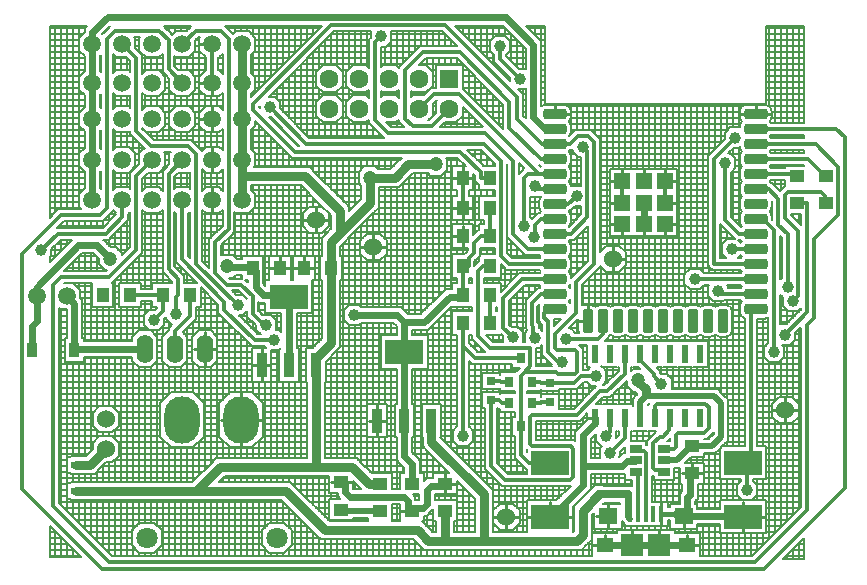
<source format=gtl>
G04*
G04 #@! TF.GenerationSoftware,Altium Limited,Altium Designer,21.8.1 (53)*
G04*
G04 Layer_Physical_Order=1*
G04 Layer_Color=255*
%FSLAX44Y44*%
%MOMM*%
G71*
G04*
G04 #@! TF.SameCoordinates,C4D929B5-7D41-4403-8FE4-D3E0D308529A*
G04*
G04*
G04 #@! TF.FilePolarity,Positive*
G04*
G01*
G75*
%ADD10C,0.2540*%
%ADD11C,0.3000*%
%ADD15C,0.2032*%
%ADD16R,1.6000X1.4000*%
%ADD17R,1.4500X1.3000*%
%ADD18R,0.4000X1.3500*%
%ADD19R,1.9000X1.9000*%
G04:AMPARAMS|DCode=20|XSize=2mm|YSize=0.9mm|CornerRadius=0.225mm|HoleSize=0mm|Usage=FLASHONLY|Rotation=0.000|XOffset=0mm|YOffset=0mm|HoleType=Round|Shape=RoundedRectangle|*
%AMROUNDEDRECTD20*
21,1,2.0000,0.4500,0,0,0.0*
21,1,1.5500,0.9000,0,0,0.0*
1,1,0.4500,0.7750,-0.2250*
1,1,0.4500,-0.7750,-0.2250*
1,1,0.4500,-0.7750,0.2250*
1,1,0.4500,0.7750,0.2250*
%
%ADD20ROUNDEDRECTD20*%
G04:AMPARAMS|DCode=21|XSize=2mm|YSize=0.9mm|CornerRadius=0.225mm|HoleSize=0mm|Usage=FLASHONLY|Rotation=270.000|XOffset=0mm|YOffset=0mm|HoleType=Round|Shape=RoundedRectangle|*
%AMROUNDEDRECTD21*
21,1,2.0000,0.4500,0,0,270.0*
21,1,1.5500,0.9000,0,0,270.0*
1,1,0.4500,-0.2250,-0.7750*
1,1,0.4500,-0.2250,0.7750*
1,1,0.4500,0.2250,0.7750*
1,1,0.4500,0.2250,-0.7750*
%
%ADD21ROUNDEDRECTD21*%
%ADD22R,1.3300X1.3300*%
%ADD23R,1.3300X1.3300*%
%ADD24R,1.1000X1.3000*%
%ADD25R,0.6000X1.5500*%
%ADD26R,1.0000X0.7000*%
%ADD27R,3.2500X2.1500*%
%ADD28R,0.9500X2.1500*%
%ADD29R,1.3000X1.1000*%
%ADD30R,3.2000X2.0500*%
%ADD31R,0.8000X0.9000*%
%ADD32R,0.8300X0.6300*%
%ADD33R,0.8500X1.3000*%
%ADD34R,0.8000X0.6500*%
%ADD35C,0.8000*%
%ADD36C,0.6000*%
%ADD37C,0.5000*%
%ADD38C,0.7000*%
%ADD39C,0.4000*%
%ADD40C,1.8000*%
%ADD41O,3.0000X4.0000*%
%ADD42C,1.6000*%
%ADD43R,1.6000X1.6000*%
%ADD44O,1.4000X2.4000*%
%ADD45C,1.5240*%
%ADD46C,1.5000*%
%ADD47C,1.0000*%
%ADD48C,1.2000*%
D10*
X1030290Y1059820D02*
X1042830D01*
X1030290D02*
Y1066860D01*
X1017750Y1059820D02*
X1030290D01*
X953640Y1003170D02*
Y1012360D01*
X916940Y1003170D02*
Y1012360D01*
X935290Y1003170D02*
Y1012360D01*
X907750Y1003170D02*
X916940D01*
X953640D02*
X962830D01*
X953640Y984820D02*
X962830D01*
X907750D02*
X916940D01*
X935290Y957280D02*
Y966470D01*
X953640D02*
X962830D01*
X953640Y957280D02*
Y966470D01*
X907750D02*
X916940D01*
Y957280D02*
Y966470D01*
X909320Y937260D02*
X919480D01*
X909320D02*
Y947420D01*
Y927100D02*
Y937260D01*
X881100Y884720D02*
X888140D01*
Y897260D01*
X860290Y1059820D02*
Y1066860D01*
Y1059820D02*
X872830D01*
X782250Y1005840D02*
Y1014880D01*
Y1005840D02*
X790290D01*
X774210D02*
X782250D01*
Y980440D02*
X790290D01*
X782250Y971400D02*
Y980440D01*
X774210D02*
X782250D01*
X782180Y956310D02*
Y965350D01*
X774140Y956310D02*
X782180D01*
Y947270D02*
Y956310D01*
X1055370Y808990D02*
Y819150D01*
Y798830D02*
Y808990D01*
X1065530D01*
X1045210D02*
X1055370D01*
X976630Y755580D02*
Y763620D01*
Y755580D02*
X985670D01*
X1019810Y718820D02*
X1038350D01*
X1019810D02*
Y731610D01*
Y706030D02*
Y718820D01*
X969190Y709649D02*
Y719189D01*
X971940Y694690D02*
X981730D01*
X971940D02*
Y703730D01*
X967590Y755580D02*
X976630D01*
X950190Y721440D02*
Y730730D01*
Y712150D02*
Y721440D01*
X948690Y694690D02*
Y706730D01*
X925690Y694690D02*
Y706730D01*
X888540Y802640D02*
X894080D01*
X905190Y719189D02*
Y728729D01*
Y709649D02*
Y719189D01*
X894650D02*
X905190D01*
X902440Y694690D02*
Y703730D01*
X892650Y694690D02*
X902440D01*
X855980Y718820D02*
Y731610D01*
Y718820D02*
X874520D01*
X837440D02*
X855980D01*
X767080Y746900D02*
X776120D01*
X767080Y738860D02*
Y746900D01*
Y754940D01*
X819150Y708660D02*
Y718820D01*
X829310D01*
X819150D02*
Y728980D01*
X808990Y718820D02*
X819150D01*
X706585Y947252D02*
X716745D01*
X706585Y937092D02*
Y947252D01*
Y957412D01*
X696425Y947252D02*
X706585D01*
X657860Y970280D02*
Y980440D01*
Y970280D02*
X668020D01*
X657860Y960120D02*
Y970280D01*
X647700D02*
X657860D01*
X560190Y1118870D02*
X570230D01*
X560190Y1085850D02*
X570230D01*
Y1075810D02*
Y1085850D01*
Y1055370D02*
Y1065410D01*
X560190Y1055370D02*
X570230D01*
Y1045330D02*
Y1055370D01*
Y1021080D02*
Y1031120D01*
Y1011040D02*
Y1021080D01*
Y986790D02*
Y996830D01*
Y976750D02*
Y986790D01*
X709790Y800310D02*
Y813600D01*
X647700Y929640D02*
Y938680D01*
Y929640D02*
X655740D01*
X639660D02*
X647700D01*
X627380D02*
Y938680D01*
Y929640D02*
X635420D01*
X619340D02*
X627380D01*
X612000Y847300D02*
Y860590D01*
Y847300D02*
X619290D01*
X604710D02*
X612000D01*
Y834010D02*
Y847300D01*
X594840Y801040D02*
X612380D01*
X709790Y800310D02*
X717080D01*
X702500D02*
X709790D01*
Y787020D02*
Y800310D01*
X730100Y723900D02*
X739140D01*
X679450Y747850D02*
X688490D01*
X670410D02*
X679450D01*
X563880Y861060D02*
Y875600D01*
X594840Y801040D02*
Y823580D01*
Y778500D02*
Y801040D01*
X577300D02*
X594840D01*
X554340Y861060D02*
X563880D01*
X573420D01*
X563880Y846520D02*
Y861060D01*
D11*
X409448Y741934D02*
X477012Y674370D01*
X1037082D02*
X1105741Y743029D01*
X477012Y674370D02*
X1037082D01*
X614056Y881380D02*
X615950D01*
X608474Y886962D02*
X614056Y881380D01*
X606418Y868172D02*
X622300D01*
X1026160Y891777D02*
X1029103Y894720D01*
X1030290D01*
X1019810Y764540D02*
X1026160Y770890D01*
Y891777D01*
X930152Y774499D02*
X935853D01*
X937610Y772741D01*
X928570Y776080D02*
X930152Y774499D01*
X937610Y751907D02*
Y772741D01*
X943150Y780874D02*
X949011Y786734D01*
X943150Y760039D02*
Y780874D01*
X944908Y758281D02*
X951369D01*
X952570Y757080D01*
X943150Y760039D02*
X944908Y758281D01*
X956891Y801951D02*
X957580Y802640D01*
X956891Y792215D02*
Y801951D01*
X951410Y786734D02*
X956891Y792215D01*
X949011Y786734D02*
X951410D01*
X960931Y776080D02*
X962688Y777838D01*
Y788183D01*
X952570Y776080D02*
X960931D01*
X964446Y789940D02*
X986743D01*
X962688Y788183D02*
X964446Y789940D01*
X986743D02*
X990627Y793824D01*
Y811503D01*
X987700Y814430D02*
X990627Y811503D01*
X946997Y814430D02*
X987700D01*
X944880Y802640D02*
Y812313D01*
X946997Y814430D01*
X944010Y837939D02*
Y840060D01*
X932180Y851890D02*
X944010Y840060D01*
Y837939D02*
X950516Y831432D01*
Y831010D02*
Y831432D01*
X949800Y777350D02*
X950030D01*
X949070Y778080D02*
X949800Y777350D01*
X482854Y680720D02*
X1029970D01*
X435356Y728218D02*
X482854Y680720D01*
X1029970D02*
X1073912Y724662D01*
X930690Y721440D02*
Y755080D01*
X927420Y758350D02*
X930690Y755080D01*
X926030Y758350D02*
X927420D01*
X937190Y721440D02*
Y751487D01*
X937610Y751907D01*
X878703Y805043D02*
X898818Y825158D01*
X904728D01*
X841037Y805043D02*
X878703D01*
X919480Y839910D02*
Y856640D01*
X904728Y825158D02*
X919480Y839910D01*
X906780Y772668D02*
X919480Y785368D01*
Y802640D01*
X1105741Y743029D02*
Y1040057D01*
X1079452Y953850D02*
X1100201Y974598D01*
X1073912Y881317D02*
X1079452Y886857D01*
X1073912Y724662D02*
Y881317D01*
X1100201Y974598D02*
Y1015366D01*
X1079452Y886857D02*
Y953850D01*
X1098678Y1047120D02*
X1105741Y1040057D01*
X903224Y787400D02*
X906780Y790956D01*
X594561Y915464D02*
X604266Y905759D01*
X582649Y915464D02*
X594561D01*
X604266Y890778D02*
Y905759D01*
X978540Y920120D02*
X1030290D01*
X1057402Y913384D02*
Y957838D01*
X1062228Y901446D02*
X1066442Y905660D01*
X839280Y780587D02*
Y803285D01*
X841037Y805043D01*
Y778830D02*
X873653D01*
X839280Y780587D02*
X841037Y778830D01*
X876020Y752617D02*
Y776463D01*
X873653Y778830D02*
X876020Y776463D01*
X873465Y750062D02*
X876020Y752617D01*
X818389Y750062D02*
X873465D01*
X932180Y851890D02*
Y856640D01*
X848868Y831850D02*
X876789D01*
X882709Y837770D01*
X895350D01*
X906780Y790956D02*
Y802640D01*
X639826Y1027938D02*
X780288D01*
X604520Y1063244D02*
X639826Y1027938D01*
X780288D02*
X797306Y1010920D01*
X843280Y955802D02*
Y965840D01*
X848360Y970920D01*
X842772Y955294D02*
X843280Y955802D01*
X824992Y958088D02*
X837560Y945520D01*
X814832Y939800D02*
Y1020064D01*
X800100Y1034796D02*
X814832Y1020064D01*
X801374Y1043829D02*
X824992Y1020210D01*
X837560Y945520D02*
X860290D01*
X834136Y964946D02*
Y1005840D01*
X814832Y939800D02*
X821812Y932820D01*
X834136Y1005840D02*
X837316Y1009020D01*
X824992Y958088D02*
Y1020210D01*
X854710Y858416D02*
Y884221D01*
X851453Y887477D02*
X854710Y884221D01*
Y858416D02*
X862988Y850138D01*
X841986Y871348D02*
X843130Y870204D01*
X841986Y871348D02*
Y879704D01*
X851453Y887477D02*
Y890978D01*
X840486Y881204D02*
X841986Y879704D01*
X851453Y890978D02*
X855196Y894720D01*
X860290D01*
X840486Y881204D02*
Y899546D01*
X541528Y906965D02*
Y919988D01*
X539750Y890270D02*
Y905187D01*
X541528Y906965D01*
X538480Y876160D02*
X551320Y889000D01*
Y906780D01*
X528320Y892810D02*
Y906780D01*
X520700Y885190D02*
X528320Y892810D01*
X425466Y944864D02*
X439198Y958596D01*
X479806D01*
X608082Y886962D02*
X608474D01*
X604266Y890778D02*
X608082Y886962D01*
X580510Y894080D02*
X606418Y868172D01*
X572770Y925342D02*
Y951230D01*
X583946Y962406D01*
Y1123696D01*
X572770Y925342D02*
X582649Y915464D01*
X814070Y1106170D02*
Y1117600D01*
Y1106170D02*
X821256Y1098984D01*
X821256D01*
X830580Y1089660D01*
X828040Y1056010D02*
Y1074420D01*
X671068Y1134872D02*
X767588D01*
X828040Y1074420D01*
X748284Y1112266D02*
X779819D01*
X821690Y1048390D02*
Y1070395D01*
X779819Y1112266D02*
X821690Y1070395D01*
X828040Y1056010D02*
X849630Y1034420D01*
X821690Y1048390D02*
X848360Y1021720D01*
X1063690Y1009020D02*
X1065530Y1007180D01*
X1030290Y1009020D02*
X1063690D01*
X1045972Y858012D02*
Y961433D01*
X1040645Y966760D02*
X1045972Y961433D01*
X1054990Y971930D02*
Y991353D01*
X1049450Y965790D02*
Y988270D01*
X1036196Y970920D02*
X1040356Y966760D01*
X1066442Y905660D02*
Y960478D01*
X1054990Y971930D02*
X1066442Y960478D01*
X1030290Y970920D02*
X1036196D01*
X1040356Y966760D02*
X1040645D01*
X1049450Y965790D02*
X1057402Y957838D01*
X1041400Y996320D02*
X1049450Y988270D01*
X1054990Y991353D02*
X1057539Y993902D01*
X1085342D01*
X816610Y878840D02*
Y904240D01*
Y878840D02*
X824588Y870862D01*
X795528Y871474D02*
X805180Y861822D01*
X839470D01*
Y846430D02*
Y861822D01*
X878840Y841735D02*
Y858520D01*
X877083Y839978D02*
X878840Y841735D01*
X862838Y839978D02*
X877083D01*
X862159Y860298D02*
X877062D01*
X860402Y862055D02*
Y873760D01*
Y862055D02*
X862159Y860298D01*
X877062D02*
X878840Y858520D01*
X787146Y930910D02*
Y937514D01*
X834796Y841756D02*
X839470Y846430D01*
X831240Y838200D02*
X834796Y841756D01*
X837316Y1009020D02*
X846898D01*
X1088644Y984180D02*
Y990600D01*
X1022604Y741680D02*
Y764540D01*
X782180Y787540D02*
Y863420D01*
X797306Y1005840D02*
X805250D01*
X797306D02*
Y1010920D01*
X604520Y1063244D02*
Y1068324D01*
X671068Y1134872D01*
X849630Y1034420D02*
X860290D01*
X756057Y1049427D02*
X770890Y1064260D01*
X739749Y1049427D02*
X756057D01*
X733298Y1055878D02*
X739749Y1049427D01*
X733298Y1055878D02*
Y1097280D01*
X748284Y1112266D01*
X848360Y1021720D02*
X860290D01*
X745490Y1064260D02*
X757682Y1076452D01*
X779465D01*
X846898Y1009020D01*
X860290D01*
X840486Y899546D02*
X848360Y907420D01*
X860290D01*
X1030290Y1047120D02*
X1098678D01*
X409448Y741934D02*
Y941630D01*
X442162Y974344D01*
X474745D01*
X480841Y980440D01*
Y1123571D01*
X487680Y1130410D01*
X525416D01*
X533146Y1122680D01*
Y1097534D02*
Y1122680D01*
Y1097534D02*
X544830Y1085850D01*
X816610Y904240D02*
X832490Y920120D01*
X860290D01*
X1016000Y958220D02*
X1030290D01*
X1004062Y970158D02*
X1016000Y958220D01*
X1004062Y970158D02*
Y1018032D01*
X1030290Y1021720D02*
X1074399D01*
X1088939Y1007180D01*
X1089660D01*
X1000628Y907420D02*
X1030290D01*
X998220Y909828D02*
X1000628Y907420D01*
X479806Y958596D02*
X494030Y972820D01*
Y986790D01*
X544830Y936683D02*
Y986790D01*
Y936683D02*
X580510Y901003D01*
Y894080D02*
Y901003D01*
X995172Y932820D02*
X1030290D01*
X994918Y1022096D02*
X995172Y932820D01*
X994918Y1022096D02*
X1012698Y1039876D01*
X806451Y762000D02*
Y817400D01*
Y762000D02*
X818389Y750062D01*
X1055246Y873128D02*
X1073912Y891794D01*
Y984180D01*
X1065530D02*
X1073912D01*
X494030Y1118870D02*
X505714Y1107186D01*
Y1045210D02*
Y1107186D01*
Y1045210D02*
X518160Y1032764D01*
X549910D01*
X556514Y1026160D01*
Y932942D02*
Y1026160D01*
Y932942D02*
X591566Y897890D01*
X869442Y869696D02*
X896776D01*
X900840Y873760D01*
Y884720D01*
X860290Y958220D02*
X873638D01*
X887730Y972312D01*
Y1028700D01*
X884174Y1032256D02*
X887730Y1028700D01*
X1088644Y984180D02*
X1089660D01*
X1085342Y993902D02*
X1088644Y990600D01*
X1019810Y764540D02*
X1022604D01*
X718931Y1043829D02*
X801374D01*
X707898Y1054862D02*
X718931Y1043829D01*
X707898Y1054862D02*
Y1120394D01*
X712978Y1125474D01*
X860290Y983620D02*
X871606D01*
X878586Y990600D01*
X533146Y1009396D02*
X544830Y1021080D01*
X533146Y928370D02*
Y1009396D01*
Y928370D02*
X541528Y919988D01*
X1030290Y996320D02*
X1041400D01*
X505714Y1007364D02*
X519430Y1021080D01*
X505714Y944880D02*
Y1007364D01*
X482600Y921766D02*
X505714Y944880D01*
X441960Y921766D02*
X482600D01*
X435356Y915162D02*
X441960Y921766D01*
X435356Y728218D02*
Y915162D01*
X1081146Y1034420D02*
X1100201Y1015366D01*
X1030290Y1034420D02*
X1081146D01*
X1010036Y945520D02*
X1030290D01*
X834796Y841756D02*
X861060D01*
X862838Y839978D01*
X860402Y873760D02*
X878332Y891690D01*
Y917956D01*
X893318Y932942D01*
Y1036320D01*
X888238Y1041400D02*
X893318Y1036320D01*
X880110Y1041400D02*
X888238D01*
X873130Y1034420D02*
X880110Y1041400D01*
X860290Y1034420D02*
X873130D01*
X862988Y850138D02*
X866553D01*
X577232Y1130410D02*
X583946Y1123696D01*
X556370Y1130410D02*
X577232D01*
X544830Y1118870D02*
X556370Y1130410D01*
X618998Y1065530D02*
X649732Y1034796D01*
X800100D01*
X821812Y932820D02*
X860290D01*
X782180Y930910D02*
X787146D01*
Y937514D02*
X791972Y942340D01*
Y950722D01*
X797560Y956310D01*
X805180D01*
X848360Y970920D02*
X860290D01*
X831240Y795340D02*
Y838200D01*
X795528Y871474D02*
Y927100D01*
X799338Y930910D01*
X805180D01*
X792480Y853120D02*
X831240D01*
X782180Y863420D02*
X792480Y853120D01*
X782180Y863420D02*
Y882650D01*
X845688Y996320D02*
X860290D01*
X843534Y998474D02*
X845688Y996320D01*
X538480Y861060D02*
Y876160D01*
X838200Y764540D02*
X855980D01*
X831240Y771500D02*
X838200Y764540D01*
X831240Y771500D02*
Y795340D01*
X782180Y906780D02*
Y930910D01*
X805250Y968318D02*
Y980440D01*
X805180Y968248D02*
X805250Y968318D01*
X805180Y956310D02*
Y968248D01*
X847598Y833120D02*
X848868Y831850D01*
X840740Y833120D02*
X847598D01*
X953640Y984820D02*
Y1003170D01*
X916940Y984820D02*
Y1003170D01*
X570230Y1085850D02*
Y1118870D01*
X782250Y980440D02*
Y1005840D01*
X815114Y815340D02*
X821740D01*
X813054Y817400D02*
X815114Y815340D01*
X806451Y817400D02*
X813054D01*
X500450Y906780D02*
X528320D01*
X805180Y882650D02*
Y906780D01*
X840740Y815340D02*
X848106D01*
X848366Y815600D01*
X855980D01*
X806451Y833650D02*
X813816D01*
X814346Y833120D01*
X821740D01*
X679450Y724850D02*
X680470Y723830D01*
D15*
X1043846Y1062070D02*
G03*
X1038040Y1067876I-5806J0D01*
G01*
X1042151Y1053470D02*
G03*
X1043846Y1057570I-4111J4100D01*
G01*
X1022540Y1067876D02*
G03*
X1016734Y1062070I0J-5806D01*
G01*
Y1057570D02*
G03*
X1018429Y1053470I5806J0D01*
G01*
X1043123Y1039476D02*
G03*
X1042151Y1040770I-5083J-2806D01*
G01*
Y1028070D02*
G03*
X1043123Y1029364I-4111J4100D01*
G01*
Y1026776D02*
G03*
X1042151Y1028070I-5083J-2806D01*
G01*
X1043123Y1052176D02*
G03*
X1042151Y1053470I-5083J-2806D01*
G01*
Y1040770D02*
G03*
X1043123Y1042064I-4111J4100D01*
G01*
X1018429Y1053470D02*
G03*
X1016734Y1049370I4111J-4100D01*
G01*
X1016797Y1031320D02*
G03*
X1018429Y1028070I5743J850D01*
G01*
X1016734Y1032170D02*
G03*
X1016797Y1031320I5806J0D01*
G01*
X1042151Y977270D02*
G03*
X1043846Y981370I-4111J4100D01*
G01*
Y973170D02*
G03*
X1042151Y977270I-5806J0D01*
G01*
X1016734Y1019470D02*
G03*
X1018429Y1015370I5806J0D01*
G01*
X1042151D02*
G03*
X1043123Y1016664I-4111J4100D01*
G01*
X1018429Y1028070D02*
G03*
X1016734Y1023970I4111J-4100D01*
G01*
X1043123Y1014076D02*
G03*
X1042151Y1015370I-5083J-2806D01*
G01*
X1016734Y1006770D02*
G03*
X1018429Y1002670I5806J0D01*
G01*
Y1015370D02*
G03*
X1016734Y1011270I4111J-4100D01*
G01*
X1042151Y1002670D02*
G03*
X1043123Y1003964I-4111J4100D01*
G01*
Y1001376D02*
G03*
X1042151Y1002670I-5083J-2806D01*
G01*
X1016734Y994070D02*
G03*
X1018429Y989970I5806J0D01*
G01*
X1016734Y981370D02*
G03*
X1018429Y977270I5806J0D01*
G01*
D02*
G03*
X1016734Y973170I4111J-4100D01*
G01*
X1018429Y989970D02*
G03*
X1016734Y985870I4111J-4100D01*
G01*
X1018429Y1002670D02*
G03*
X1016734Y998570I4111J-4100D01*
G01*
X1018429Y964570D02*
G03*
X1017876Y963928I4111J-4100D01*
G01*
X1016734Y968670D02*
G03*
X1018429Y964570I5806J0D01*
G01*
Y951870D02*
G03*
X1017588Y950802I4111J-4100D01*
G01*
Y940238D02*
G03*
X1018429Y939170I4952J3032D01*
G01*
Y926470D02*
G03*
X1017457Y925176I4111J-4100D01*
G01*
Y953164D02*
G03*
X1018429Y951870I5083J2806D01*
G01*
Y939170D02*
G03*
X1017457Y937876I4111J-4100D01*
G01*
Y927764D02*
G03*
X1018429Y926470I5083J2806D01*
G01*
X990116Y932804D02*
G03*
X995172Y927764I5056J16D01*
G01*
X1017457Y915064D02*
G03*
X1018429Y913770I5083J2806D01*
G01*
X1038040Y886664D02*
G03*
X1040916Y887426I0J5806D01*
G01*
X1016734Y892470D02*
G03*
X1021104Y886844I5806J0D01*
G01*
X1018429Y913770D02*
G03*
X1017457Y912476I4111J-4100D01*
G01*
Y902364D02*
G03*
X1018429Y901070I5083J2806D01*
G01*
D02*
G03*
X1016734Y896970I4111J-4100D01*
G01*
X1010496Y892470D02*
G03*
X1004690Y898276I-5806J0D01*
G01*
X996090Y896581D02*
G03*
X991990Y898276I-4100J-4111D01*
G01*
X1000190D02*
G03*
X996090Y896581I0J-5806D01*
G01*
X987490Y898276D02*
G03*
X983390Y896581I0J-5806D01*
G01*
X957990D02*
G03*
X953890Y898276I-4100J-4111D01*
G01*
X974790D02*
G03*
X970690Y896581I0J-5806D01*
G01*
X983390D02*
G03*
X979290Y898276I-4100J-4111D01*
G01*
X962090D02*
G03*
X957990Y896581I0J-5806D01*
G01*
X970690D02*
G03*
X966590Y898276I-4100J-4111D01*
G01*
X949390D02*
G03*
X945290Y896581I0J-5806D01*
G01*
X936690Y898276D02*
G03*
X932590Y896581I0J-5806D01*
G01*
X945290D02*
G03*
X941190Y898276I-4100J-4111D01*
G01*
X885890D02*
G03*
X883388Y897709I0J-5806D01*
G01*
X907190Y896581D02*
G03*
X903090Y898276I-4100J-4111D01*
G01*
X923990D02*
G03*
X919890Y896581I0J-5806D01*
G01*
X932590D02*
G03*
X928490Y898276I-4100J-4111D01*
G01*
X911290D02*
G03*
X907190Y896581I0J-5806D01*
G01*
X919890D02*
G03*
X915790Y898276I-4100J-4111D01*
G01*
X894490Y896581D02*
G03*
X890390Y898276I-4100J-4111D01*
G01*
X898590D02*
G03*
X894490Y896581I0J-5806D01*
G01*
X873846Y1062070D02*
G03*
X868040Y1067876I-5806J0D01*
G01*
X872151Y1053470D02*
G03*
X873846Y1057570I-4111J4100D01*
G01*
X873033Y1041907D02*
G03*
X873846Y1044870I-4993J2963D01*
G01*
Y1049370D02*
G03*
X872151Y1053470I-5806J0D01*
G01*
X852540Y1067876D02*
G03*
X848566Y1066303I0J-5806D01*
G01*
X873845Y998693D02*
G03*
X872151Y1002670I-5805J-122D01*
G01*
Y1028070D02*
G03*
X873123Y1029364I-4111J4100D01*
G01*
X873846Y1023970D02*
G03*
X872151Y1028070I-5806J0D01*
G01*
Y1040770D02*
G03*
X873033Y1041907I-4111J4100D01*
G01*
X847457Y1016664D02*
G03*
X848429Y1015370I5083J2806D01*
G01*
X873846Y1011270D02*
G03*
X872151Y1015370I-5806J0D01*
G01*
Y1002670D02*
G03*
X873846Y1006770I-4111J4100D01*
G01*
X872151Y1015370D02*
G03*
X873846Y1019470I-4111J4100D01*
G01*
X872151Y939170D02*
G03*
X873846Y943270I-4111J4100D01*
G01*
Y947770D02*
G03*
X872151Y951870I-5806J0D01*
G01*
X846734Y981370D02*
G03*
X848429Y977270I5806J0D01*
G01*
X872151D02*
G03*
X873123Y978564I-4111J4100D01*
G01*
X848429Y989970D02*
G03*
X846734Y985870I4111J-4100D01*
G01*
X873846Y973170D02*
G03*
X872151Y977270I-5806J0D01*
G01*
Y964570D02*
G03*
X873846Y968670I-4111J4100D01*
G01*
X848429Y977270D02*
G03*
X847457Y975976I4111J-4100D01*
G01*
X872151Y951870D02*
G03*
X873123Y953164I-4111J4100D01*
G01*
X872151Y926470D02*
G03*
X873846Y930570I-4111J4100D01*
G01*
Y935070D02*
G03*
X872151Y939170I-5806J0D01*
G01*
X873846Y922370D02*
G03*
X872151Y926470I-5806J0D01*
G01*
X848429D02*
G03*
X847457Y925176I4111J-4100D01*
G01*
Y940464D02*
G03*
X848429Y939170I5083J2806D01*
G01*
D02*
G03*
X847457Y937876I4111J-4100D01*
G01*
Y927764D02*
G03*
X848429Y926470I5083J2806D01*
G01*
X872151Y901070D02*
G03*
X873276Y902662I-4111J4100D01*
G01*
X872151Y913770D02*
G03*
X873276Y915361I-4111J4100D01*
G01*
Y912179D02*
G03*
X872151Y913770I-5236J-2508D01*
G01*
X873276Y899479D02*
G03*
X872151Y901070I-5236J-2508D01*
G01*
X847457Y915064D02*
G03*
X848429Y913770I5083J2806D01*
G01*
D02*
G03*
X847457Y912476I4111J-4100D01*
G01*
X846909Y898385D02*
G03*
X846734Y896970I5631J-1415D01*
G01*
X991990Y871164D02*
G03*
X996090Y872859I0J5806D01*
G01*
X1004690Y871164D02*
G03*
X1010496Y876970I0J5806D01*
G01*
X996090Y872859D02*
G03*
X1000190Y871164I4100J4111D01*
G01*
X979290D02*
G03*
X983390Y872859I0J5806D01*
G01*
D02*
G03*
X987490Y871164I4100J4111D01*
G01*
X970690Y872859D02*
G03*
X974790Y871164I4100J4111D01*
G01*
X966590D02*
G03*
X970690Y872859I0J5806D01*
G01*
X957990D02*
G03*
X962090Y871164I4100J4111D01*
G01*
X953890D02*
G03*
X957990Y872859I0J5806D01*
G01*
X945290D02*
G03*
X949390Y871164I4100J4111D01*
G01*
X941190D02*
G03*
X945290Y872859I0J5806D01*
G01*
X928490Y871164D02*
G03*
X932590Y872859I0J5806D01*
G01*
D02*
G03*
X936690Y871164I4100J4111D01*
G01*
X919890Y872859D02*
G03*
X923990Y871164I4100J4111D01*
G01*
X915790D02*
G03*
X919890Y872859I0J5806D01*
G01*
X907190D02*
G03*
X911290Y871164I4100J4111D01*
G01*
X905896Y871887D02*
G03*
X907190Y872859I-2806J5083D01*
G01*
X880084Y876970D02*
G03*
X880524Y874752I5806J0D01*
G01*
X1038846Y1082040D02*
X1071245D01*
X1038846Y1087120D02*
X1071245D01*
X1038846Y1076960D02*
X1071245D01*
X1038846Y1097280D02*
X1071245D01*
X1038846Y1092200D02*
X1071245D01*
X1066800Y1052176D02*
Y1134110D01*
X1071245Y1052176D02*
Y1134110D01*
X1056640Y1052176D02*
Y1134110D01*
X1061720Y1052176D02*
Y1134110D01*
X1038846Y1127760D02*
X1071245D01*
X1038846Y1122680D02*
X1071245D01*
X1038846Y1134110D02*
X1071245D01*
X1038846Y1132840D02*
X1071245D01*
X1038846Y1107440D02*
X1071245D01*
X1038846Y1102360D02*
X1071245D01*
X1038846Y1117600D02*
X1071245D01*
X1038846Y1112520D02*
X1071245D01*
X1043846Y1061720D02*
X1071245D01*
X1043771Y1056640D02*
X1071245D01*
X1061720Y1039476D02*
Y1042064D01*
X1066800Y1039476D02*
Y1042064D01*
X1071245Y1039476D02*
Y1042064D01*
Y1026776D02*
Y1029364D01*
X1056640Y1026776D02*
Y1029364D01*
X1066800Y1026776D02*
Y1029364D01*
X1043123Y1052176D02*
X1071245D01*
X1043123Y1042064D02*
X1071245D01*
X1038846Y1071880D02*
X1071245D01*
X1041407Y1066800D02*
X1071245D01*
X1043123Y1029364D02*
X1071245D01*
X1043123Y1026776D02*
X1071245D01*
X1042695Y1041400D02*
X1071245D01*
X1043123Y1039476D02*
X1071245D01*
X1038846Y1068164D02*
Y1134110D01*
X1041400Y1066805D02*
Y1134110D01*
X1046480Y1052176D02*
Y1134110D01*
X1051560Y1052176D02*
Y1134110D01*
X1043846Y1057570D02*
Y1062070D01*
X1022540Y1067876D02*
X1038040D01*
X1016734Y1057570D02*
Y1062070D01*
X1010920Y1048432D02*
Y1068164D01*
X1016000Y1048432D02*
Y1068164D01*
X1051560Y1039476D02*
Y1042064D01*
X1056640Y1039476D02*
Y1042064D01*
X1046480Y1039476D02*
Y1042064D01*
Y1026776D02*
Y1029364D01*
X1051560Y1026776D02*
Y1029364D01*
X1016734Y1048432D02*
Y1049370D01*
X1011646Y1031240D02*
X1016809D01*
X1011726Y1031320D02*
X1016797D01*
X1061720Y1026776D02*
Y1029364D01*
X1055474Y1014076D02*
Y1016236D01*
X1071245D01*
X1046480Y1014076D02*
Y1016664D01*
X1051560Y1014076D02*
Y1016664D01*
X1055474Y998958D02*
Y1003964D01*
X1044544Y1000760D02*
X1055474D01*
X1046480Y998824D02*
Y1003964D01*
X1051560Y995507D02*
Y1003964D01*
X1043123Y1016664D02*
X1071245D01*
X1043123Y1003964D02*
X1055474D01*
X1042695Y1016000D02*
X1055474D01*
X1043123Y1014076D02*
X1055474D01*
X1043928Y1001376D02*
X1046456Y998848D01*
X1043928Y1001376D02*
X1046456Y998848D01*
X1043123Y1001376D02*
X1043928D01*
X1043123D02*
X1043928D01*
X1052483Y996430D02*
X1055011Y998958D01*
X1052483Y996430D02*
X1055011Y998958D01*
X1050678Y994626D02*
X1052462Y996409D01*
X1050678Y994626D02*
X1052462Y996409D01*
X1060046Y975124D02*
X1068856D01*
Y965648D02*
Y975124D01*
X1061720Y972784D02*
Y975124D01*
X1066800Y967704D02*
Y975124D01*
X1046456Y998848D02*
X1050678Y994626D01*
X1049624Y995680D02*
X1051733D01*
X1043830Y986307D02*
X1044394Y985742D01*
X1043846Y981370D02*
Y985870D01*
X1044394Y970595D02*
Y985742D01*
X1043417Y975360D02*
X1044394D01*
X1016734Y1019470D02*
Y1023970D01*
Y1006770D02*
Y1011270D01*
X1012618Y1021080D02*
X1016734D01*
X1012618Y1016000D02*
X1017885D01*
X1010920Y1024008D02*
Y1030514D01*
X1012618Y1013754D02*
Y1022310D01*
X1016000Y965804D02*
Y1031320D01*
X1009784Y1010920D02*
X1016734D01*
X1010920Y970884D02*
Y1012056D01*
X1009118Y972686D02*
Y1010254D01*
X1016734Y994070D02*
Y998570D01*
Y981370D02*
Y985870D01*
X1009118Y1000760D02*
X1017163D01*
X1009118Y1005840D02*
X1016809D01*
X1009118Y995680D02*
X1016734D01*
X1009118Y990600D02*
X1017885D01*
X1009118Y975360D02*
X1017163D01*
X1009118Y985520D02*
X1016734D01*
X1009118Y980440D02*
X1016809D01*
X1005840Y1045852D02*
Y1068164D01*
X1004142Y1044154D02*
X1008420Y1048432D01*
X1016734D01*
X995680Y1030442D02*
Y1068164D01*
X1000760Y1035522D02*
Y1068164D01*
X960120Y1013376D02*
Y1068164D01*
X990600Y1025362D02*
Y1068164D01*
X944880Y1013376D02*
Y1068164D01*
X955040Y1013376D02*
Y1068164D01*
X851734D02*
X1038846D01*
X871407Y1066800D02*
X1019173D01*
X873846Y1061720D02*
X1016734D01*
X873771Y1056640D02*
X1016809D01*
X873417Y1051560D02*
X1017163D01*
X873846Y1046480D02*
X1006468D01*
X934720Y1013376D02*
Y1068164D01*
X939800Y1013376D02*
Y1068164D01*
X1006994Y1026588D02*
X1011726Y1031320D01*
X1008768Y1026160D02*
X1017163D01*
X1004142Y1038904D02*
Y1044154D01*
X1006994Y1026588D02*
X1008340D01*
X1012618Y1022310D01*
X989862Y1022082D02*
X989869Y1019561D01*
X989862Y1022096D02*
Y1024624D01*
Y1019568D02*
Y1022096D01*
X895822Y1041400D02*
X1004142D01*
X898374Y1036320D02*
X1001558D01*
X898374Y1031240D02*
X996478D01*
X898374Y1026160D02*
X991398D01*
X989862Y1024624D02*
X1004142Y1038904D01*
X898374Y1016000D02*
X989879D01*
X898374Y1021080D02*
X989862D01*
X927146Y1013376D02*
X943434D01*
X894080Y1043142D02*
Y1068164D01*
X909320Y1013376D02*
Y1068164D01*
X889000Y1046456D02*
Y1068164D01*
X885710Y1046456D02*
X890766D01*
X924560Y1013376D02*
Y1068164D01*
X929640Y1013376D02*
Y1068164D01*
X914400Y1013376D02*
Y1068164D01*
X919480Y1013376D02*
Y1068164D01*
X877582Y1046456D02*
X882638D01*
X885710D01*
X878840D02*
Y1068164D01*
X877582Y1046456D02*
X882638D01*
X883920D02*
Y1068164D01*
X885710Y1046456D02*
X890766D01*
X875054Y1043928D02*
X877582Y1046456D01*
X875054Y1043928D02*
X877582Y1046456D01*
X895846Y1041376D02*
X898374Y1038848D01*
X895846Y1041376D02*
X898374Y1038848D01*
X890766Y1046456D02*
X893294Y1043928D01*
X895846Y1041376D01*
X925084Y1013376D02*
X927146D01*
X925084D02*
X927146D01*
X898374Y1033792D02*
Y1038848D01*
Y1033792D02*
Y1038848D01*
X890766Y1046456D02*
X893294Y1043928D01*
X873417Y1026160D02*
X877436D01*
X873123Y1029364D02*
X875618D01*
Y1027978D02*
Y1029364D01*
X873846Y1021080D02*
X882674D01*
X872695Y1016000D02*
X882674D01*
X875618Y1027978D02*
X879896Y1023700D01*
X882674D01*
X989869Y1019561D02*
X990116Y932806D01*
X1009118Y1010254D02*
X1012618Y1013754D01*
X975360Y928676D02*
Y1068164D01*
X963846Y995026D02*
Y1013376D01*
X980440Y928676D02*
Y1068164D01*
X985520Y925974D02*
Y1068164D01*
X965200Y898276D02*
Y1068164D01*
X970280Y924694D02*
Y1068164D01*
X943434Y1013376D02*
X945496D01*
X963846D01*
X906734D02*
X925084D01*
X943434D02*
X945496D01*
X949960D02*
Y1068164D01*
X963846Y985520D02*
X989966D01*
X963846Y980440D02*
X989980D01*
X963846Y992964D02*
Y995026D01*
Y990600D02*
X989952D01*
X963846Y974614D02*
Y976676D01*
Y975360D02*
X989995D01*
X963846Y976676D02*
Y992964D01*
Y974614D02*
Y976676D01*
Y1010920D02*
X989894D01*
X963846Y1005840D02*
X989908D01*
X963846Y1000760D02*
X989923D01*
X963846Y995680D02*
X989937D01*
X963846Y992964D02*
Y995026D01*
X906734D02*
Y1013376D01*
X898374Y995680D02*
X906734D01*
X898374Y1005840D02*
X906734D01*
X898374Y1000760D02*
X906734D01*
Y992964D02*
Y995026D01*
Y992964D02*
Y995026D01*
X899160Y943864D02*
Y1068164D01*
X904240Y948436D02*
Y1068164D01*
X898374Y1010920D02*
X906734D01*
X873417Y1000760D02*
X882674D01*
X873846Y1010920D02*
X882674D01*
X873771Y1005840D02*
X882674D01*
X898374Y943078D02*
Y1033792D01*
X882674Y999156D02*
Y1023700D01*
X878840Y999156D02*
Y1024756D01*
X874308Y999156D02*
X882674D01*
X898374Y980440D02*
X906734D01*
X898374Y990600D02*
X906734D01*
X898374Y985520D02*
X906734D01*
Y974614D02*
Y976676D01*
Y974614D02*
Y976676D01*
Y992964D01*
X898374Y975360D02*
X906734D01*
X877614Y982044D02*
X882674D01*
X876010Y980440D02*
X882674D01*
X876662Y981092D02*
X877614Y982044D01*
X874134Y978564D02*
X876662Y981092D01*
X882674Y974840D02*
Y982044D01*
X873417Y975360D02*
X882674D01*
X878840Y971006D02*
Y982044D01*
X874134Y978564D02*
X876662Y981092D01*
X1043846Y970854D02*
X1044394Y970306D01*
X1043846Y971143D02*
X1044394Y970595D01*
X1064224Y970280D02*
X1068856D01*
X1043846Y971143D02*
Y973170D01*
Y971143D02*
X1044394Y970595D01*
X1060046Y974458D02*
X1068856Y965648D01*
X1051028Y955040D02*
X1052346D01*
X1051028Y956628D02*
X1052346Y955310D01*
X1016604Y965200D02*
X1017885D01*
X1016734Y968670D02*
Y973170D01*
X1011524Y970280D02*
X1016734D01*
X1009118Y972686D02*
X1017876Y963928D01*
X1015226Y953164D02*
X1017588Y950802D01*
X1015226Y953164D02*
X1017457D01*
X1015226D02*
X1017457D01*
X1051028Y944880D02*
X1052346D01*
X1051028Y939800D02*
X1052346D01*
X1051028Y949960D02*
X1052346D01*
X1051028Y934720D02*
X1052346D01*
X1051028Y929640D02*
X1052346D01*
X1015226Y937876D02*
X1017588Y940238D01*
X1015226Y937876D02*
X1017457D01*
X986318Y925176D02*
X1017457D01*
X1016000D02*
Y927764D01*
X995172D02*
X1017457D01*
X1001534Y965102D02*
X1010944Y955692D01*
X1005758Y954076D02*
X1012560D01*
X1005840D02*
Y960796D01*
X1010920Y954076D02*
Y955716D01*
X1010944Y955692D02*
X1012560Y954076D01*
X1016000Y952390D02*
Y953164D01*
X1010944Y955692D02*
X1012560Y954076D01*
X1001480Y949798D02*
X1005758Y954076D01*
X1000132Y966504D02*
X1001534Y965102D01*
X1000150Y960120D02*
X1006516D01*
X1000132Y966504D02*
X1001534Y965102D01*
X1000136Y965200D02*
X1001436D01*
X1000165Y955040D02*
X1011596D01*
X1000179Y949960D02*
X1001642D01*
X1000132Y966504D02*
X1000214Y937876D01*
X1000760D02*
Y965876D01*
X1001480Y941242D02*
X1004846Y937876D01*
X1000214D02*
X1004846D01*
X1001480Y941242D02*
Y949798D01*
X1000208Y939800D02*
X1002922D01*
X1016000Y937876D02*
Y938650D01*
X1010920Y925176D02*
Y927764D01*
X1000760Y925176D02*
Y927764D01*
X1005840Y925176D02*
Y927764D01*
X1000194Y944880D02*
X1001480D01*
X990116Y930292D02*
Y932804D01*
X990600Y929808D02*
Y930661D01*
X992644Y927764D02*
X995172D01*
X995680Y925176D02*
Y927764D01*
X990116Y930292D02*
X992644Y927764D01*
X990600Y925176D02*
Y929808D01*
X1053672Y897168D02*
Y904828D01*
X1068856Y894322D02*
Y895240D01*
X1051560Y920376D02*
Y956096D01*
X1052346Y921162D02*
Y955310D01*
X1066506Y892890D02*
X1068856Y895240D01*
X1056218Y881684D02*
X1068856Y894322D01*
X1051560Y881684D02*
Y906392D01*
X1053672Y897168D02*
X1057950Y892890D01*
X1051028Y924560D02*
X1052346D01*
X1051028Y919844D02*
X1052346Y921162D01*
X1051028Y919844D02*
Y956628D01*
Y904240D02*
X1053672D01*
X1051028Y899160D02*
X1053672D01*
X1051028Y881684D02*
Y906924D01*
X1053124Y904828D01*
X1067696Y894080D02*
X1068614D01*
X1066800Y892266D02*
Y893184D01*
X1057950Y892890D02*
X1066506D01*
X1051028Y889000D02*
X1063534D01*
X1061720Y887186D02*
Y892890D01*
X1051028Y883920D02*
X1058454D01*
X1056640Y882106D02*
Y894200D01*
X1051028Y881684D02*
X1056218D01*
X1051028Y894080D02*
X1056760D01*
X1031216Y886664D02*
X1038040D01*
X1031216Y883920D02*
X1040916D01*
X1031216Y878840D02*
X1040916D01*
X1010496Y883920D02*
X1021104D01*
X1010496Y878840D02*
X1021104D01*
X1005818Y915064D02*
X1017457D01*
X1006482Y914400D02*
X1017885D01*
X1005818Y915064D02*
X1006776Y914106D01*
Y912476D02*
Y914106D01*
Y912476D02*
X1017457D01*
X1010920D02*
Y915064D01*
X1016000Y912476D02*
Y915064D01*
X986318D02*
X990622D01*
X989664Y914106D02*
X990622Y915064D01*
X985654Y914400D02*
X989958D01*
X989664Y905550D02*
Y914106D01*
Y905550D02*
X993942Y901272D01*
X1002498D02*
X1003590Y902364D01*
X985520Y897932D02*
Y914266D01*
X990600Y898276D02*
Y904614D01*
X1005840Y898161D02*
Y902364D01*
X1003590D02*
X1017457D01*
X1016734Y892470D02*
Y896970D01*
X1010496Y889000D02*
X1017885D01*
X1010268Y894080D02*
X1016734D01*
X993942Y901272D02*
X1002498D01*
X1000190Y898276D02*
X1004690D01*
X1000760D02*
Y901272D01*
X987490Y898276D02*
X991990D01*
X995680Y896953D02*
Y901272D01*
X963846Y965200D02*
X990024D01*
X963846Y970280D02*
X990009D01*
X963846Y960120D02*
X990038D01*
X963846Y956264D02*
Y974614D01*
X943434Y956264D02*
X945496D01*
X943434D02*
X945496D01*
X906734D02*
X925084D01*
X927146D01*
X925084D02*
X927146D01*
X943434D01*
X914400Y948436D02*
Y956264D01*
X919480Y943864D02*
Y956264D01*
X920496Y939800D02*
X990096D01*
X920496Y934720D02*
X990111D01*
X945496Y956264D02*
X963846D01*
X918464Y944880D02*
X990082D01*
X918464Y929640D02*
X990768D01*
X982818Y928676D02*
X986318Y925176D01*
X920496Y931672D02*
Y942848D01*
X974262Y928676D02*
X982818D01*
X898374Y955040D02*
X990053D01*
X898374Y949960D02*
X990067D01*
X903732Y948436D02*
X914908D01*
X920496Y942848D01*
X914908Y926084D02*
X920496Y931672D01*
X903732Y926084D02*
X914908D01*
X898374Y965200D02*
X906734D01*
X898374Y960120D02*
X906734D01*
X898374Y970280D02*
X906734D01*
X883122Y960120D02*
X888262D01*
X906734Y956264D02*
Y974614D01*
X909320Y948436D02*
Y956264D01*
X888262Y935470D02*
Y965260D01*
X883920Y931128D02*
Y960918D01*
X878694Y955692D02*
X888262Y965260D01*
X878042Y955040D02*
X888262D01*
X872275Y964441D02*
X882674Y974840D01*
X873846Y970280D02*
X878114D01*
X878840Y926048D02*
Y955838D01*
X876166Y953164D02*
X878694Y955692D01*
X876166Y953164D02*
X878694Y955692D01*
X873123Y953164D02*
X876166D01*
X898374Y943078D02*
X903732Y948436D01*
X898374Y944880D02*
X900176D01*
X898374Y930414D02*
Y931442D01*
Y930414D02*
Y931442D01*
X903732Y926084D01*
X895846Y927886D02*
X898374Y930414D01*
X897600Y929640D02*
X900176D01*
X873846Y944880D02*
X888262D01*
X872695Y939800D02*
X888262D01*
X873123Y953164D02*
X876166D01*
X873417Y949960D02*
X888262D01*
X873846Y934720D02*
X887512D01*
X895846Y927886D02*
X898374Y930414D01*
X873771Y929640D02*
X882432D01*
X873417Y924560D02*
X877352D01*
X969984Y915842D02*
X974262Y911564D01*
X982818D02*
X986318Y915064D01*
X969984Y924398D02*
X974262Y928676D01*
X969984Y915842D02*
Y924398D01*
X975360Y898276D02*
Y911564D01*
X980440Y898161D02*
Y911564D01*
X960120Y897932D02*
Y956264D01*
X970280Y896953D02*
Y915546D01*
X892520Y924560D02*
X970146D01*
X883388Y914400D02*
X971426D01*
X939800Y898276D02*
Y956264D01*
X887440Y919480D02*
X969984D01*
X949960Y898276D02*
Y956264D01*
X955040Y898161D02*
Y956264D01*
X934720Y897932D02*
Y956264D01*
X944880Y896953D02*
Y956264D01*
X974262Y911564D02*
X982818D01*
X974790Y898276D02*
X979290D01*
X962090D02*
X966590D01*
X883388Y904240D02*
X990974D01*
X883388Y899160D02*
X1017163D01*
X883388Y909320D02*
X989664D01*
X936690Y898276D02*
X941190D01*
X949390D02*
X953890D01*
X924560D02*
Y956264D01*
X914400Y898276D02*
Y926084D01*
X899160Y898276D02*
Y930656D01*
X904240Y898161D02*
Y926084D01*
X929640Y898161D02*
Y956264D01*
X919480Y896953D02*
Y930656D01*
X894080Y896953D02*
Y926120D01*
X909320Y897932D02*
Y926084D01*
X875804Y923012D02*
X888262Y935470D01*
X883388Y915428D02*
X895846Y927886D01*
X873846Y921054D02*
X875804Y923012D01*
X873846Y921054D02*
X875804Y923012D01*
X889000Y898276D02*
Y921040D01*
X883920Y897932D02*
Y915960D01*
X883388Y897709D02*
Y915428D01*
X911290Y898276D02*
X915790D01*
X923990D02*
X928490D01*
X898590D02*
X903090D01*
X885890D02*
X890390D01*
X872478Y878252D02*
X880084Y885858D01*
X878146Y883920D02*
X880084D01*
X873066Y878840D02*
X880084D01*
X845288Y1125044D02*
X848566Y1121766D01*
X842572Y1127760D02*
X851734D01*
X847652Y1122680D02*
X851734D01*
X843280Y1127052D02*
Y1134110D01*
X848360Y1121972D02*
Y1134110D01*
X848566Y1115210D02*
Y1121766D01*
Y1117600D02*
X851734D01*
X845288Y1125044D02*
X848566Y1121766D01*
Y1115210D02*
Y1121766D01*
X836222Y1134110D02*
X851734D01*
X837492Y1132840D02*
X851734D01*
X838200Y1132132D02*
Y1134110D01*
X836222D02*
X845288Y1125044D01*
X835454Y1097620D02*
Y1115210D01*
X821824Y1112520D02*
X835454D01*
X816554Y1134110D02*
X835454Y1115210D01*
X833120Y1098216D02*
Y1117544D01*
X848566Y1102360D02*
X851734D01*
X848566Y1097280D02*
X851734D01*
X848566Y1112520D02*
X851734D01*
X848566Y1107440D02*
X851734D01*
X848566Y1082040D02*
X851734D01*
X848566Y1076960D02*
X851734D01*
X848566Y1092200D02*
X851734D01*
X848566Y1087120D02*
X851734D01*
X825464Y1102360D02*
X835454D01*
X834858Y1098216D02*
X835454Y1097620D01*
X820384Y1107440D02*
X835454D01*
X829608Y1098216D02*
X834858D01*
Y1081104D02*
X835454Y1081700D01*
X833084Y1076960D02*
X835454D01*
X828940Y1081104D02*
X834858D01*
X830568Y1079476D02*
X833096Y1076948D01*
X821824Y1122680D02*
X827984D01*
X822626Y1117600D02*
X833064D01*
X822626Y1113322D02*
Y1121878D01*
X819126Y1108698D02*
Y1109822D01*
X828040Y1099784D02*
Y1122624D01*
X823784Y1104040D02*
X826312Y1101512D01*
X822960Y1104864D02*
Y1127704D01*
X819126Y1108698D02*
X823784Y1104040D01*
X809792Y1126156D02*
X818348D01*
X822626Y1121878D01*
X812800Y1126156D02*
Y1134110D01*
X817880Y1126156D02*
Y1132784D01*
X819126Y1109822D02*
X822626Y1113322D01*
X809014Y1103642D02*
Y1108698D01*
Y1109822D01*
Y1103642D02*
Y1108698D01*
X823784Y1104040D02*
X826312Y1101512D01*
X829608Y1098216D01*
X823784Y1104040D02*
X826312Y1101512D01*
X817844Y1092200D02*
X820456D01*
X822024Y1088020D02*
Y1090632D01*
X828940Y1081104D02*
X830568Y1079476D01*
X817880Y1092164D02*
Y1094776D01*
X818728Y1093928D02*
X822024Y1090632D01*
X812800Y1097244D02*
Y1099856D01*
X812764Y1097280D02*
X815376D01*
X809014Y1103642D02*
X811542Y1101114D01*
X809014Y1103642D02*
X811542Y1101114D01*
X816200Y1096456D02*
X818728Y1093928D01*
X816200Y1096456D02*
X818728Y1093928D01*
X811542Y1101114D02*
X816200Y1096456D01*
X818728Y1093928D01*
X873846Y1057570D02*
Y1062070D01*
X873760Y1063065D02*
Y1068164D01*
Y1050365D02*
Y1056575D01*
X873033Y1041907D02*
X875054Y1043928D01*
X873846Y1044870D02*
Y1049370D01*
X851734Y1068164D02*
Y1134110D01*
X852540Y1067876D02*
X868040D01*
X848566Y1066303D02*
Y1115210D01*
Y1071880D02*
X851734D01*
X833096Y1058538D02*
X835454Y1056180D01*
X873123Y1029364D02*
X875618D01*
X873846Y1019470D02*
Y1023970D01*
X873760Y1042634D02*
Y1043875D01*
Y1024965D02*
Y1029364D01*
X873846Y1006770D02*
Y1011270D01*
X873760Y1012265D02*
Y1018475D01*
Y999565D02*
Y1005775D01*
X846837Y1016664D02*
X848283Y1015218D01*
X835454Y1060361D02*
Y1081700D01*
X833096Y1061720D02*
X835454D01*
X833096Y1071880D02*
X835454D01*
X833096Y1066800D02*
X835454D01*
Y1056180D02*
Y1060361D01*
Y1056180D02*
Y1060361D01*
X833120Y1058514D02*
Y1081104D01*
X833096Y1058538D02*
Y1071892D01*
Y1076948D01*
Y1071892D02*
Y1076948D01*
X830568Y1079476D02*
X833096Y1076948D01*
X811942Y1051560D02*
X816634D01*
Y1046868D02*
Y1050918D01*
Y1046868D02*
Y1050918D01*
X812800Y1050702D02*
Y1071701D01*
X816634Y1050918D02*
Y1067867D01*
X832260Y1011548D02*
X834523Y1013811D01*
X832260Y1011548D02*
X834523Y1013811D01*
X830048Y1016000D02*
X832334D01*
X833120Y1012408D02*
Y1015214D01*
X831608Y1010896D02*
X832260Y1011548D01*
X830048Y1010920D02*
X831632D01*
X830048Y1009336D02*
X831608Y1010896D01*
X830048Y1009336D02*
X831608Y1010896D01*
X830048Y1018286D02*
X834523Y1013811D01*
X830048Y1009336D02*
Y1017682D01*
X807720Y1015896D02*
Y1019592D01*
X809776Y1015896D02*
Y1017536D01*
X819936Y960616D02*
Y1017682D01*
X819888Y942328D02*
Y1017536D01*
X807720Y990496D02*
Y995784D01*
X809776Y990496D02*
Y995784D01*
X807720Y1124084D02*
Y1134110D01*
X805514Y1121878D02*
X809792Y1126156D01*
X797524Y1112520D02*
X806316D01*
X797560Y1112484D02*
Y1134110D01*
X805514Y1113322D02*
Y1121878D01*
Y1113322D02*
X809014Y1109822D01*
X802604Y1107440D02*
X809014D01*
X802640Y1107404D02*
Y1134110D01*
X807720Y1102324D02*
Y1111116D01*
X777204Y1132840D02*
X817824D01*
X782284Y1127760D02*
X822904D01*
X775934Y1134110D02*
X816554D01*
X787364Y1122680D02*
X806316D01*
X775934Y1134110D02*
X822024Y1088020D01*
X777291Y1107210D02*
X816634Y1067867D01*
X792480Y1117564D02*
Y1134110D01*
X792444Y1117600D02*
X805514D01*
X807684Y1102360D02*
X810296D01*
X796702Y1066800D02*
X816634D01*
X792480Y1071021D02*
Y1092021D01*
X797560Y1065941D02*
Y1086941D01*
X801781Y1061720D02*
X816634D01*
X806861Y1056640D02*
X816634D01*
X802640Y1060862D02*
Y1081861D01*
X807720Y1055781D02*
Y1076781D01*
X782446Y1082040D02*
X802461D01*
X786542Y1076960D02*
X807541D01*
X782446Y1092200D02*
X792301D01*
X782446Y1087120D02*
X797381D01*
X791621Y1071880D02*
X812621D01*
X765774Y1051560D02*
X796774D01*
X787400Y1076102D02*
Y1097101D01*
X780604Y1056640D02*
X791694D01*
X782320Y1127724D02*
Y1134110D01*
X787400Y1122644D02*
Y1134110D01*
X777240Y1132804D02*
Y1134110D01*
X772160Y1101216D02*
Y1107210D01*
X782446Y1081056D02*
Y1101216D01*
Y1097280D02*
X787221D01*
X777240Y1101216D02*
Y1107210D01*
X782320Y1101216D02*
Y1102181D01*
X765060Y1129816D02*
X777554Y1117322D01*
X772160D02*
Y1122716D01*
X762000Y1117322D02*
Y1129816D01*
X767080Y1117322D02*
Y1127796D01*
Y1101216D02*
Y1107210D01*
X759334Y1101216D02*
X782446D01*
X762000D02*
Y1107210D01*
X759334Y1081508D02*
Y1101216D01*
X782446Y1081056D02*
X784521Y1078980D01*
X782446Y1061720D02*
X786614D01*
X782446Y1081056D02*
X784521Y1078980D01*
X759334Y1070038D02*
X760692Y1071396D01*
X782446Y1058482D02*
Y1065888D01*
X776668Y1052704D02*
X782446Y1058482D01*
X759334Y1060288D02*
Y1070038D01*
X766918Y1052704D02*
X776668D01*
X757046Y1092200D02*
X759334D01*
X757046Y1087120D02*
X759334D01*
X757046Y1083882D02*
Y1095438D01*
X756920Y1081508D02*
Y1083756D01*
X757046Y1068232D02*
X760210Y1071396D01*
X757046Y1061720D02*
X759334D01*
X757046Y1058482D02*
Y1068232D01*
Y1066800D02*
X759334D01*
X797560Y1018250D02*
Y1029740D01*
X794730Y1021080D02*
X806232D01*
X797560Y1048885D02*
Y1050774D01*
X792480Y1023330D02*
Y1029740D01*
X799810Y1016000D02*
X809776D01*
X799914Y1015896D02*
X809776D01*
X797572Y1029740D02*
X809776Y1017536D01*
X802640Y1015896D02*
Y1024672D01*
X784521Y1078980D02*
X816634Y1046868D01*
X782446Y1065888D02*
X799449Y1048885D01*
X792480D02*
Y1055854D01*
X763099Y1048885D02*
X798846D01*
X786070Y1029740D02*
X799834Y1015976D01*
X789650Y1026160D02*
X801152D01*
X786070Y1029740D02*
X797572D01*
X791306Y1009336D02*
X792250Y1008392D01*
X796194Y995784D02*
Y1000784D01*
Y995784D02*
X809776D01*
X794778Y1000784D02*
X796194D01*
X794778Y1000784D02*
X796194D01*
X797560Y990496D02*
Y995784D01*
X802640Y990496D02*
Y995784D01*
X792480Y958814D02*
Y1003082D01*
X796194Y970384D02*
Y990496D01*
X792250Y1003312D02*
Y1008368D01*
Y1003312D02*
X794778Y1000784D01*
X792250Y1003312D02*
Y1008392D01*
X791306Y1005840D02*
X792250D01*
X787306Y995680D02*
X809776D01*
X787306Y990600D02*
X809776D01*
X792250Y1003312D02*
X794778Y1000784D01*
X791306Y1000760D02*
X796194D01*
X787400Y1048885D02*
Y1060934D01*
Y1028410D02*
Y1029740D01*
X782320Y1048885D02*
Y1058356D01*
X777240Y1048885D02*
Y1053276D01*
X777760Y1022882D02*
X784746Y1015896D01*
X782320D02*
Y1018322D01*
X772160Y911778D02*
Y1022882D01*
X777240Y1015896D02*
Y1022882D01*
X772160Y1048885D02*
Y1052704D01*
X768182Y1022882D02*
X777760D01*
X763099Y1048885D02*
X766918Y1052704D01*
X767080Y1048885D02*
Y1052704D01*
X769016Y1021080D02*
X779562D01*
X769016Y1016000D02*
X784642D01*
X768182Y1022882D02*
X769016Y1022048D01*
Y1012492D02*
Y1022048D01*
X791306Y995784D02*
Y1009336D01*
X787306Y995784D02*
X791306D01*
X787400Y990496D02*
Y995784D01*
X791306Y970384D02*
Y990496D01*
X777194D02*
Y995784D01*
X787306Y990496D02*
Y995784D01*
X773194Y1015896D02*
X784746D01*
X764238Y1007714D02*
X769016Y1012492D01*
X767444Y1010920D02*
X773194D01*
Y995784D02*
Y1015896D01*
Y995784D02*
X777194D01*
X767080Y910941D02*
Y1010556D01*
X762000Y905861D02*
Y1007714D01*
X873123Y978564D02*
X874134D01*
X873123D02*
X874134D01*
X873846Y968670D02*
Y973170D01*
X873760Y974165D02*
Y978564D01*
Y965926D02*
Y967675D01*
X873846Y943270D02*
Y947770D01*
X873760Y948765D02*
Y953164D01*
X839256Y989918D02*
X847812D01*
X873846Y930570D02*
Y935070D01*
X873760Y936065D02*
Y942275D01*
X873846Y921054D02*
Y922370D01*
X873760Y923365D02*
Y929575D01*
X840088Y940464D02*
X847457D01*
X822416Y939800D02*
X847885D01*
X835018Y915064D02*
X847457D01*
X824340Y927764D02*
X847457D01*
X835018Y925176D02*
X847457D01*
X845832Y975976D02*
X847457D01*
X845832D02*
X847457D01*
X846734Y981370D02*
Y985870D01*
X843304Y973448D02*
X845832Y975976D01*
X843304Y973448D02*
X845832Y975976D01*
X840886Y971030D02*
X843304Y973448D01*
X843280Y973424D02*
Y989918D01*
X839192Y972724D02*
X840886Y971030D01*
X839192Y985520D02*
X846734D01*
X839192Y980440D02*
X846809D01*
X839192Y972724D02*
Y989982D01*
Y975360D02*
X845216D01*
X822464Y953032D02*
X832504Y942992D01*
X835032Y940464D01*
X822960Y939256D02*
Y952536D01*
X828040Y937876D02*
Y947456D01*
X835032Y940464D02*
X840088D01*
X835032D02*
X840088D01*
X833120Y937876D02*
Y942376D01*
X838200Y937876D02*
Y940464D01*
X843280Y937876D02*
Y940464D01*
Y925176D02*
Y927764D01*
X833120Y925176D02*
Y927764D01*
X838200Y925176D02*
Y927764D01*
X832504Y942992D02*
X835032Y940464D01*
X824340Y937876D02*
X847457D01*
X829962Y925176D02*
X835018D01*
X829962D02*
X835018D01*
X827434Y922648D02*
X829962Y925176D01*
X827434Y922648D02*
X829962Y925176D01*
X822960Y918174D02*
Y927764D01*
X828040Y923254D02*
Y927764D01*
X873276Y912179D02*
Y915361D01*
Y899479D02*
Y902662D01*
X859766Y881693D02*
Y886664D01*
X863600Y884542D02*
Y886664D01*
X834354Y914400D02*
X847885D01*
X845832Y912476D02*
X847457D01*
X845832D02*
X847457D01*
X859766Y881693D02*
Y886664D01*
X845542Y897018D02*
X846909Y898385D01*
X859766Y886664D02*
X865722D01*
X859766Y880708D02*
X865722Y886664D01*
X859766Y883920D02*
X862978D01*
X848925Y882421D02*
X849654Y881693D01*
X873760Y878212D02*
Y879534D01*
X872478Y878252D02*
X873720D01*
X848360Y877808D02*
Y882987D01*
X859766Y880708D02*
Y881693D01*
X846397Y884949D02*
X848925Y882421D01*
X846397Y884949D02*
X848925Y882421D01*
X845542Y883920D02*
X847427D01*
X845542Y883732D02*
X847042Y882232D01*
Y878760D02*
Y882232D01*
Y878840D02*
X849654D01*
X845542Y883732D02*
X847042Y882232D01*
Y878760D02*
Y882232D01*
X843304Y909948D02*
X845832Y912476D01*
X843304Y909948D02*
X845832Y912476D01*
X838200Y904844D02*
Y915064D01*
X843280Y909924D02*
Y915064D01*
X837958Y904602D02*
X843304Y909948D01*
X835430Y883732D02*
Y897018D01*
Y902074D01*
Y897018D02*
Y902074D01*
X829274Y909320D02*
X842676D01*
X835430Y902074D02*
X837958Y904602D01*
X835430Y902074D02*
X837958Y904602D01*
X824194Y904240D02*
X837596D01*
X828040Y879418D02*
Y908086D01*
X821666Y899160D02*
X835430D01*
X822960Y880074D02*
Y903006D01*
X821666Y881368D02*
Y901712D01*
X846734Y893842D02*
Y896970D01*
X846397Y888450D02*
Y890005D01*
Y893506D01*
Y890005D02*
Y893506D01*
Y884949D02*
Y888450D01*
Y884949D02*
Y888450D01*
Y890005D01*
Y888450D02*
Y890005D01*
X845542Y894080D02*
X846734D01*
X845542Y889000D02*
X846397D01*
X845542Y883732D02*
Y897018D01*
X821666Y894080D02*
X835430D01*
Y878676D02*
Y883732D01*
Y878676D02*
Y883732D01*
X823616Y879418D02*
X828866D01*
X829444Y878840D02*
X835430D01*
X819936Y955560D02*
Y960616D01*
X800124Y966366D02*
Y970384D01*
X819936Y955560D02*
Y960616D01*
X797560Y966366D02*
Y970384D01*
X800124Y966366D02*
Y970384D01*
X819936Y955560D02*
X822464Y953032D01*
X819888Y949960D02*
X825536D01*
X819936Y955560D02*
X822464Y953032D01*
X809776Y942328D02*
Y946254D01*
X796194Y990496D02*
X809776D01*
X791306Y975360D02*
X796194D01*
X791306Y985520D02*
X796194D01*
X791306Y980440D02*
X796194D01*
X796124Y966366D02*
X800124D01*
X797028Y946254D02*
X809776D01*
X796194Y970384D02*
X800124D01*
X797028Y944868D02*
Y946254D01*
X819888Y944880D02*
X830616D01*
X797028Y940966D02*
X809776D01*
X797560D02*
Y946254D01*
X802640Y940966D02*
Y946254D01*
X809776Y940966D02*
Y942328D01*
X819888D02*
X824340Y937876D01*
X807720Y940966D02*
Y946254D01*
X809776Y940966D02*
Y942328D01*
X797028Y944880D02*
X809776D01*
X797028Y939812D02*
Y940966D01*
Y944868D01*
Y940966D02*
Y944868D01*
X796124Y938908D02*
X797028Y939812D01*
X796124Y938908D02*
X797028Y939812D01*
Y940966D01*
X794500Y937284D02*
X796124Y938908D01*
X787306Y990496D02*
X791306D01*
X782320Y966366D02*
Y970384D01*
X796124Y961366D02*
Y966366D01*
X791236Y965200D02*
X796124D01*
X787400Y966366D02*
Y970384D01*
X791236Y957570D02*
Y966366D01*
X773194Y970384D02*
X791306D01*
X773194D02*
Y990496D01*
X777194D01*
X773124Y966366D02*
X791236D01*
X777240D02*
Y970384D01*
X773124Y946254D02*
Y966366D01*
X795032Y961366D02*
X796124D01*
X795032D02*
X796124D01*
X792504Y958838D02*
X795032Y961366D01*
X791236Y960120D02*
X793786D01*
X792504Y958838D02*
X795032Y961366D01*
X791236Y957570D02*
X792504Y958838D01*
X786916Y944868D02*
Y946254D01*
X784618Y942570D02*
X786916Y944868D01*
X773124Y946254D02*
X786916D01*
X773124Y940966D02*
X783014D01*
X784618Y942570D01*
X783014Y940966D02*
X784618Y942570D01*
X777240Y940966D02*
Y946254D01*
X782320Y940966D02*
Y946254D01*
X816756Y930292D02*
X819284Y927764D01*
X824340D01*
X816756Y930292D02*
X819284Y927764D01*
X814236Y929640D02*
X817408D01*
X814236Y924560D02*
X829346D01*
X814236Y909450D02*
X827434Y922648D01*
X817880Y913094D02*
Y929168D01*
X819284Y927764D02*
X824340D01*
X794282Y933438D02*
X796124Y935280D01*
X794282Y933438D02*
X796124Y935280D01*
X794500Y937284D02*
X796124Y938908D01*
Y935280D02*
Y938908D01*
X814236Y920854D02*
Y932812D01*
X816756Y930292D01*
X800584Y916836D02*
Y920854D01*
X802640Y916836D02*
Y920854D01*
X821666Y901712D02*
X835018Y915064D01*
X814236Y914400D02*
X819186D01*
X812800Y916836D02*
Y920854D01*
X814236Y909450D02*
Y916836D01*
X821666Y889000D02*
X835430D01*
X821666Y883920D02*
X835430D01*
X811554Y892706D02*
Y896724D01*
X821666Y881368D02*
X823616Y879418D01*
X800584Y919480D02*
X824266D01*
X800584Y916836D02*
X814236D01*
X807720D02*
Y920854D01*
X800584D02*
X814236D01*
X810236Y894080D02*
X811554D01*
X810236Y892706D02*
X811554D01*
X810236D02*
Y896724D01*
X811554D01*
X792202Y934986D02*
X794500Y937284D01*
X792202Y934720D02*
X795564D01*
X792480Y931636D02*
Y935264D01*
X793000Y932156D02*
X794282Y933438D01*
X792202Y931358D02*
X793000Y932156D01*
X792202Y931358D02*
X793000Y932156D01*
X792202Y931358D02*
Y934986D01*
X792202Y931358D02*
Y933438D01*
X787236Y920854D02*
X790472D01*
X787236Y919480D02*
X790472D01*
X773124Y920854D02*
Y940966D01*
Y920854D02*
X777124D01*
X787400Y916836D02*
Y920854D01*
X790472Y916836D02*
Y920854D01*
X777124Y916836D02*
Y920854D01*
X787236Y916836D02*
Y920854D01*
X773124Y896724D02*
X790472D01*
X773124Y892706D02*
X790472D01*
X773124Y916836D02*
X777124D01*
X787236D02*
X790472D01*
X787400Y892706D02*
Y896724D01*
X790472Y892706D02*
Y896724D01*
X777240Y892706D02*
Y896724D01*
X782320Y892706D02*
Y896724D01*
X773124Y911778D02*
Y916836D01*
X767916Y911778D02*
X773124D01*
X764639Y908500D02*
X767916Y911778D01*
X773124D01*
X769887Y894080D02*
X790472D01*
X759727Y883920D02*
X773124D01*
X764639Y908500D02*
X767916Y911778D01*
X764807Y889000D02*
X773124D01*
X1063802Y873760D02*
X1068856D01*
X1063802Y874100D02*
X1068856Y879154D01*
X1063632Y868680D02*
X1068856D01*
X1063802Y868850D02*
Y874100D01*
X1059524Y864572D02*
X1063802Y868850D01*
X1056640Y820166D02*
Y864572D01*
X1053218Y863600D02*
X1068856D01*
X1052246Y864572D02*
X1054528Y862290D01*
Y853734D02*
Y862290D01*
X1040916Y865790D02*
Y887426D01*
X1052246Y864572D02*
X1059524D01*
X1031216Y873760D02*
X1040916D01*
X1031216Y868680D02*
X1040916D01*
X1037416Y862290D02*
X1040916Y865790D01*
X1031216Y863600D02*
X1038726D01*
X1037416Y853734D02*
Y862290D01*
X1031216Y858520D02*
X1037416D01*
X1054528D02*
X1068856D01*
X1054234Y853440D02*
X1068856D01*
X1037416Y853734D02*
X1041694Y849456D01*
X1050250D01*
X1031216Y822960D02*
X1068856D01*
X1049782Y820166D02*
X1060958D01*
X1050250Y849456D02*
X1054528Y853734D01*
X1051560Y820166D02*
Y850766D01*
X1031216Y848360D02*
X1068856D01*
X1031216Y843280D02*
X1068856D01*
X1031216Y853440D02*
X1037710D01*
X989536Y848360D02*
X1021104D01*
X1031216Y833120D02*
X1068856D01*
X1031216Y828040D02*
X1068856D01*
X1031216Y838200D02*
X1068856D01*
X1002224Y822960D02*
X1021104D01*
X1010496Y876970D02*
Y892470D01*
X1009528Y873760D02*
X1021104D01*
X987490Y871164D02*
X991990D01*
X995680Y827026D02*
Y872487D01*
X990600Y827026D02*
Y871164D01*
X974790D02*
X979290D01*
X985520Y867946D02*
Y871508D01*
X980440Y867946D02*
Y871279D01*
X970280Y867946D02*
Y872487D01*
X975360Y867946D02*
Y871164D01*
X1000190D02*
X1004690D01*
X989536Y853440D02*
X1021104D01*
X992102Y827026D02*
X998158D01*
X992102D02*
X998158D01*
X1001186Y823998D01*
X1003788Y821396D01*
X1000760Y824424D02*
Y871164D01*
X998158Y827026D02*
X1001186Y823998D01*
X989536Y863600D02*
X1021104D01*
X989536Y858520D02*
X1021104D01*
X976836Y867946D02*
X989536D01*
X976836Y845334D02*
X989536D01*
Y867946D01*
X985520Y827026D02*
Y845334D01*
X975360Y827026D02*
Y845334D01*
X980440Y827026D02*
Y845334D01*
X1063244Y817880D02*
X1068856D01*
X1060958Y820166D02*
X1066546Y814578D01*
Y812800D02*
X1068856D01*
X1061720Y819404D02*
Y866768D01*
X1068856Y727190D02*
Y878789D01*
X1066800Y725134D02*
Y877098D01*
X1066546Y803402D02*
Y814578D01*
X1044194D02*
X1049782Y820166D01*
X1031216Y817880D02*
X1047496D01*
X1046480Y816864D02*
Y849456D01*
X1031216Y812800D02*
X1044194D01*
X1041400Y699734D02*
Y849750D01*
X1044194Y803402D02*
Y814578D01*
X1031240Y778346D02*
Y886664D01*
X1036320Y778346D02*
Y886664D01*
X1066546Y807720D02*
X1068856D01*
X1065784Y802640D02*
X1068856D01*
X1049782Y797814D02*
X1060958D01*
X1066546Y803402D01*
X1061720Y720054D02*
Y798576D01*
X1051560Y709894D02*
Y797814D01*
X1056640Y714974D02*
Y797814D01*
X1044194Y803402D02*
X1049782Y797814D01*
X1031216Y807720D02*
X1044194D01*
X1031216Y802640D02*
X1044956D01*
X1031216Y792480D02*
X1068856D01*
X1031216Y787400D02*
X1068856D01*
X1046480Y704814D02*
Y801116D01*
X1031216Y797560D02*
X1068856D01*
X1006816Y802640D02*
X1021104D01*
X1006816Y797560D02*
X1021104D01*
X1010920Y778346D02*
Y902364D01*
X1006816Y807720D02*
X1021104D01*
Y778346D02*
Y886844D01*
X1031216Y778346D02*
Y886664D01*
X1016000Y778346D02*
Y902364D01*
X1021080Y778346D02*
Y886851D01*
X1003788Y821396D02*
X1006816Y818368D01*
Y817880D02*
X1021104D01*
X1005840Y819344D02*
Y871279D01*
X1003788Y821396D02*
X1006816Y818368D01*
Y812800D02*
X1021104D01*
X1006816Y789158D02*
Y812312D01*
Y818368D01*
Y812312D02*
Y818368D01*
Y792480D02*
X1021104D01*
X993155Y788768D02*
X994704Y790317D01*
Y789158D02*
Y790317D01*
X993155Y788768D02*
X994704Y790317D01*
X1006816Y783102D02*
Y789158D01*
Y787400D02*
X1021104D01*
X1006816Y783102D02*
Y789158D01*
X991799Y787412D02*
X993155Y788768D01*
X991787Y787400D02*
X992946D01*
X990600Y785054D02*
Y786213D01*
X986686Y784884D02*
X989271D01*
X986686D02*
X989271D01*
X990182Y784636D02*
X994704Y789158D01*
X989271Y784884D02*
X991799Y787412D01*
X989271Y784884D02*
X991799Y787412D01*
X986686Y784636D02*
X990182D01*
X962090Y871164D02*
X966590D01*
X949960Y867946D02*
Y871164D01*
X965200Y867946D02*
Y871164D01*
X951436Y867946D02*
X963724D01*
X960120D02*
Y871508D01*
X955040Y867946D02*
Y871279D01*
X949390Y871164D02*
X953890D01*
X936690D02*
X941190D01*
X903344Y868680D02*
X1021104D01*
X938736Y867946D02*
X951024D01*
X944880D02*
Y872487D01*
X939800Y867946D02*
Y871164D01*
X964136Y867946D02*
X976424D01*
X964136Y845334D02*
X976424D01*
X951436D02*
X963724D01*
X949967Y839566D02*
X954794D01*
X956160Y838200D02*
X1021104D01*
X959072Y833120D02*
X1021104D01*
X955040Y839320D02*
Y845334D01*
X954794Y839566D02*
X959072Y835288D01*
X946320Y845334D02*
X951024D01*
X948374Y843280D02*
X1021104D01*
X946538Y845116D02*
X949066Y842588D01*
X946538Y845116D02*
X949066Y842588D01*
X949960Y839573D02*
Y845334D01*
X949066Y840467D02*
X949967Y839566D01*
X949066Y840467D02*
Y842588D01*
Y840467D02*
Y842588D01*
X923990Y871164D02*
X928490D01*
X934720Y867946D02*
Y871508D01*
X926036Y867946D02*
X938324D01*
X929640D02*
Y871279D01*
X924560Y867946D02*
Y871164D01*
X911290D02*
X915790D01*
X902610Y867946D02*
X912924D01*
X919480D02*
Y872487D01*
X913336Y867946D02*
X925624D01*
X914400D02*
Y871164D01*
X900636Y845334D02*
X912924D01*
X926036D02*
X931152D01*
X926132Y843946D02*
X932540D01*
X924536Y845334D02*
X925624D01*
X929640Y843946D02*
Y845334D01*
X931152D02*
X932540Y843946D01*
X924536Y842350D02*
X926132Y843946D01*
X924560Y842374D02*
Y845334D01*
X924536Y843280D02*
X925466D01*
X914424Y842438D02*
Y845334D01*
X924536Y842438D02*
Y845334D01*
X913336D02*
X914424D01*
X902674Y843280D02*
X914424D01*
X902200Y830214D02*
X914424Y842438D01*
X920274Y833120D02*
X921354D01*
X914400Y842414D02*
Y845334D01*
X903906Y838200D02*
X910186D01*
X959072Y828040D02*
X1021104D01*
X959072Y827026D02*
X992102D01*
X960120D02*
Y845334D01*
X959072Y827026D02*
Y835288D01*
X965200Y827026D02*
Y845334D01*
X970280Y827026D02*
Y845334D01*
X939824Y814212D02*
X940526Y814914D01*
X938736Y813124D02*
X939558Y813946D01*
X928050Y824834D02*
X929942Y822942D01*
X929152Y821708D02*
X929942Y822498D01*
X929640Y822196D02*
Y823244D01*
X910114Y822960D02*
X929924D01*
X934720Y783136D02*
Y791334D01*
X926036D02*
X938324D01*
X926124Y818680D02*
X929152Y821708D01*
X929640Y783136D02*
Y791334D01*
X943955Y789262D02*
X946027Y791334D01*
X943955Y789262D02*
X946027Y791334D01*
X944880Y790188D02*
Y791334D01*
X940622Y785930D02*
X943955Y789262D01*
X956466Y784206D02*
X957632Y785372D01*
Y783136D02*
Y785372D01*
X955396Y783136D02*
X956466Y784206D01*
X955396Y783136D02*
X956466Y784206D01*
X938736Y791334D02*
X946027D01*
X924536Y787400D02*
X942093D01*
X939800Y785107D02*
Y791334D01*
X938094Y783402D02*
X940622Y785930D01*
X938094Y783402D02*
X940622Y785930D01*
X938094Y779555D02*
Y783402D01*
Y779555D02*
Y783402D01*
X924536Y783136D02*
X937126D01*
X926132Y824834D02*
X928050D01*
X926124Y818680D02*
X929152Y821708D01*
X921354Y829612D02*
Y834200D01*
Y829612D02*
X926132Y824834D01*
X926124Y813946D02*
Y818680D01*
Y813946D02*
Y818680D01*
X919480Y813946D02*
Y832326D01*
X924560Y813946D02*
Y826406D01*
X909784Y822630D02*
X921354Y834200D01*
X915194Y828040D02*
X922926D01*
X907256Y820102D02*
X909784Y822630D01*
X907256Y820102D02*
X909784Y822630D01*
X899124Y817880D02*
X926124D01*
X913336Y813946D02*
X925624D01*
X914400D02*
Y827246D01*
X900636Y813946D02*
X912924D01*
X926124Y812624D02*
Y813946D01*
Y812624D02*
Y813946D01*
X914424Y787896D02*
Y791334D01*
X924536D02*
X925624D01*
X924560Y783136D02*
Y791334D01*
X924536Y783136D02*
Y787896D01*
Y791334D01*
Y783136D02*
Y787896D01*
X911836Y791334D02*
X912924D01*
X913336D02*
X914424D01*
X911836Y788428D02*
Y791334D01*
Y788428D02*
Y791334D01*
X914400Y787872D02*
Y791334D01*
X911780Y785252D02*
X914424Y787896D01*
X911780Y785252D02*
Y788372D01*
Y787400D02*
X913928D01*
X1039366Y772160D02*
X1068856D01*
X1039366Y777240D02*
X1068856D01*
X1039366Y767080D02*
X1068856D01*
X1031216Y782320D02*
X1068856D01*
X1031216Y778346D02*
X1039366D01*
Y756920D02*
X1068856D01*
X1039366Y751840D02*
X1068856D01*
X1039366Y750734D02*
Y778346D01*
Y762000D02*
X1068856D01*
X1006034Y782320D02*
X1021104D01*
X1002060Y778346D02*
X1021104D01*
X1003788Y780074D02*
X1006816Y783102D01*
X1003788Y780074D02*
X1006816Y783102D01*
X1000254Y750734D02*
X1017548D01*
Y749458D02*
Y750734D01*
X1010920Y732626D02*
Y750734D01*
X1016000Y747910D02*
Y750734D01*
X1027660D02*
X1039366D01*
X1030358Y746760D02*
X1068856D01*
X1027660Y749458D02*
Y750734D01*
Y749458D02*
X1031160Y745958D01*
Y741680D02*
X1068856D01*
X1030358Y736600D02*
X1068856D01*
X1031160Y737402D02*
Y745958D01*
X1026882Y733124D02*
X1031160Y737402D01*
X1014048Y745958D02*
X1017548Y749458D01*
X986686Y746760D02*
X1014850D01*
X1014048Y737402D02*
Y745958D01*
X981103Y741680D02*
X1014048D01*
X1018326Y733124D02*
X1026882D01*
X1000254Y732626D02*
X1039366D01*
X1014048Y737402D02*
X1018326Y733124D01*
X981103Y736600D02*
X1014850D01*
X1005840Y778346D02*
Y782126D01*
X1002060Y778346D02*
X1003788Y780074D01*
X1000254Y776540D02*
X1002060Y778346D01*
X999266Y775552D02*
X1000254Y776540D01*
Y750734D02*
Y776540D01*
X996238Y772524D02*
X999266Y775552D01*
X996238Y772524D02*
X999266Y775552D01*
X990182Y772524D02*
X996238D01*
X990182D02*
X996238D01*
X986686Y772160D02*
X1000254D01*
X986686Y772524D02*
X990182D01*
X975658Y769524D02*
X986686D01*
Y772524D01*
X985520Y764636D02*
Y769524D01*
X970770Y764636D02*
X975658Y769524D01*
X980440Y764636D02*
Y769524D01*
X986686Y756920D02*
X1000254D01*
X986686Y751840D02*
X1000254D01*
X986686Y746524D02*
Y764636D01*
Y762000D02*
X1000254D01*
X1000760Y732626D02*
Y750734D01*
X1005840Y732626D02*
Y750734D01*
X981103Y733994D02*
Y740550D01*
Y733994D02*
Y740550D01*
X973214Y767080D02*
X1000254D01*
X970770Y764636D02*
X986686D01*
X975360D02*
Y769226D01*
X981103Y746524D02*
X986686D01*
X967991Y740550D02*
Y746524D01*
X981103Y740550D02*
Y746524D01*
X1039366Y731520D02*
X1068856D01*
X1039366Y726440D02*
X1068106D01*
X1036320Y732626D02*
Y750734D01*
X1039366Y721360D02*
X1063026D01*
X1039366Y716280D02*
X1057946D01*
X1039366Y711200D02*
X1052866D01*
X1039366Y705014D02*
Y732626D01*
Y706120D02*
X1047786D01*
X1031240Y732626D02*
Y750734D01*
X1027442Y685776D02*
X1068856Y727190D01*
X1031240Y689574D02*
Y705014D01*
X1021080Y685776D02*
Y705014D01*
X1026160Y685776D02*
Y705014D01*
X1061176Y690880D02*
X1071245D01*
X1056096Y685800D02*
X1071245D01*
X1066256Y695960D02*
X1071245D01*
X1056640Y683269D02*
Y686344D01*
X1071245Y683239D02*
Y700949D01*
X1053571Y683275D02*
X1071245Y683239D01*
X1066800Y683248D02*
Y696504D01*
X1061720Y683259D02*
Y691424D01*
X1000254Y705014D02*
X1039366D01*
X982746Y701040D02*
X1042706D01*
X1036320Y694654D02*
Y705014D01*
X982746Y695960D02*
X1037626D01*
X1053571Y683275D02*
X1071245Y700949D01*
X982746Y690880D02*
X1032546D01*
X982746Y685800D02*
X1027466D01*
X982746Y685776D02*
X1027442D01*
X1016000Y732626D02*
Y735450D01*
X980746Y725745D02*
X1000254D01*
X985520D02*
Y746524D01*
X980746Y726440D02*
X1000254D01*
X995680Y725745D02*
Y772524D01*
X1000254Y725745D02*
Y732626D01*
X990600Y725745D02*
Y772524D01*
X980746Y708633D02*
Y712633D01*
X979020Y731911D02*
X981103Y733994D01*
X979020Y731520D02*
X1000254D01*
X979020Y731911D02*
X981103Y733994D01*
X979020Y729745D02*
Y731911D01*
Y729745D02*
X980746D01*
Y725745D02*
Y729745D01*
X980440D02*
Y733331D01*
X995680Y685776D02*
Y712633D01*
X1000254Y705014D02*
Y712633D01*
X985520Y685776D02*
Y712633D01*
X990600Y685776D02*
Y712633D01*
X1010920Y685776D02*
Y705014D01*
X1016000Y685776D02*
Y705014D01*
X1000760Y685776D02*
Y705014D01*
X1005840Y685776D02*
Y705014D01*
X980746Y712633D02*
X1000254D01*
X980746Y711200D02*
X1000254D01*
X970280Y704746D02*
Y708633D01*
X975360Y704746D02*
Y708633D01*
X982746Y685776D02*
Y704746D01*
X980440D02*
Y708633D01*
X961126Y760524D02*
X966574D01*
X961126D02*
X966574D01*
X961126Y756920D02*
X966574D01*
X961126Y759524D02*
Y760524D01*
Y759524D02*
Y760524D01*
X966574Y746524D02*
Y760524D01*
X961126Y750024D02*
Y759524D01*
Y751840D02*
X966574D01*
X955396Y783136D02*
X957632D01*
X942666Y751840D02*
X944014D01*
X942666Y753225D02*
X944014D01*
X942666D02*
X944014D01*
Y750024D02*
Y753225D01*
X944880Y731746D02*
Y750024D01*
X942666Y749379D02*
Y753225D01*
Y749379D02*
Y753225D01*
X965908Y738467D02*
X967991Y740550D01*
X965908Y738467D02*
X967991Y740550D01*
X966574Y746524D02*
X967991D01*
X965908Y731911D02*
Y738467D01*
Y731911D02*
Y738467D01*
X955746Y731520D02*
X965908D01*
X949960Y731746D02*
Y750024D01*
X955040Y731746D02*
Y750024D01*
X942246Y746760D02*
X966574D01*
X942246Y741680D02*
X967991D01*
X944014Y750024D02*
X961126D01*
X942246Y736600D02*
X965908D01*
X944634Y731746D02*
X949246D01*
X955746D01*
X942746D02*
X944634D01*
X949246D01*
X937126Y779555D02*
X938094D01*
X937126D02*
X938094D01*
X937126D02*
Y783136D01*
Y782320D02*
X938094D01*
X920014Y772676D02*
Y773636D01*
Y772676D02*
Y773636D01*
Y778318D01*
X919480Y772676D02*
Y777784D01*
X917997Y772676D02*
X920014D01*
X917997D02*
X920014D01*
X915336Y773640D02*
X920014Y778318D01*
X918936Y777240D02*
X920014D01*
X915336Y770015D02*
X917997Y772676D01*
X915336Y770015D02*
X917997Y772676D01*
X915336Y770015D02*
Y773640D01*
Y772160D02*
X917481D01*
X920014Y750024D02*
Y755444D01*
Y750024D02*
X925634D01*
X914719Y769398D02*
X915336Y770015D01*
X914719Y769398D02*
X915336Y770015D01*
X925634Y744840D02*
Y750024D01*
X942246Y731746D02*
Y748959D01*
X919480Y744926D02*
Y755444D01*
X924560Y744926D02*
Y750024D01*
X913877Y755444D02*
X920014D01*
X890476Y751840D02*
X920014D01*
X890476Y755444D02*
X913877D01*
X920014D01*
X890476Y746760D02*
X925634D01*
X902168Y744926D02*
X925548D01*
X909320D02*
Y755444D01*
X914400Y744926D02*
Y755444D01*
X965908Y729745D02*
Y731911D01*
X957634Y729745D02*
X965908D01*
X965200D02*
Y760524D01*
X960120Y729745D02*
Y750024D01*
X957634Y708633D02*
Y715884D01*
X955746Y711200D02*
X957634D01*
Y726996D02*
Y729745D01*
X955746Y715884D02*
X957634D01*
X955746Y726996D02*
Y731746D01*
Y726996D02*
X957634D01*
X955746Y711134D02*
Y715884D01*
X938134Y711134D02*
X942746D01*
X939800Y707746D02*
Y711134D01*
X938134D02*
X942746D01*
X960120Y707746D02*
Y708633D01*
X957634D02*
X980746D01*
X949960Y707746D02*
Y711134D01*
X955040Y707746D02*
Y711134D01*
X961746Y706120D02*
X1000254D01*
X961746Y704746D02*
X982746D01*
X965200D02*
Y708633D01*
X961746Y704746D02*
Y707746D01*
X944634Y711134D02*
X949246D01*
X955746D01*
X942746D02*
X944634D01*
X949246D01*
X938746Y707746D02*
X961746D01*
X944880D02*
Y711134D01*
X935634Y707746D02*
X938746D01*
X918992Y712804D02*
X920622Y711174D01*
X918634Y711134D02*
X925134D01*
X918634D02*
Y713162D01*
Y711200D02*
X920596D01*
X924560Y707746D02*
Y711134D01*
X929640Y707746D02*
Y711134D01*
X919480D02*
Y712316D01*
Y707746D02*
Y711134D01*
X915464Y729745D02*
Y730814D01*
X901099Y729745D02*
X915464D01*
X914400D02*
Y730814D01*
X902168D02*
X915464D01*
X916746Y715050D02*
X918634Y713162D01*
X916746Y711200D02*
X918634D01*
X916746Y708633D02*
Y715050D01*
X918634Y713162D01*
X931634Y711134D02*
X936246D01*
X931634D02*
X936246D01*
X925134D02*
X929746D01*
X931634D01*
X936246D02*
X938134D01*
X935634Y707746D02*
X938746D01*
X934720D02*
Y711134D01*
X925134D02*
X929746D01*
X912634Y707746D02*
X935634D01*
X914400D02*
Y708633D01*
X893634D02*
X916746D01*
X912634Y704746D02*
Y707746D01*
X891634Y704746D02*
X912634D01*
X909320D02*
Y708633D01*
X891553Y706120D02*
X912634D01*
X903368Y868704D02*
X905896Y871232D01*
X903368Y868704D02*
X905896Y871232D01*
X904240Y867946D02*
Y869576D01*
X902610Y867946D02*
X903368Y868704D01*
X909320Y867946D02*
Y871508D01*
X899628Y846326D02*
X900224Y845730D01*
X883920Y842826D02*
Y864640D01*
X887524Y845334D02*
Y864640D01*
X880304D02*
X887524D01*
X881344Y863600D02*
X887524D01*
X882118Y862826D02*
X883896Y861048D01*
X882118Y862826D02*
X883896Y861048D01*
Y853440D02*
X887524D01*
X883896Y848360D02*
X887524D01*
X883896Y855992D02*
Y861048D01*
Y858520D02*
X887524D01*
X900620Y845334D02*
X903906Y842048D01*
X909320Y837334D02*
Y845334D01*
X889000Y844254D02*
Y845334D01*
X887572Y842826D02*
X890080Y845334D01*
X904240Y832254D02*
Y845334D01*
X903534Y833120D02*
X905106D01*
X903906Y833492D02*
Y842048D01*
X900628Y830214D02*
X903906Y833492D01*
X887524Y845334D02*
X890080D01*
X883896Y843280D02*
X888026D01*
X883896Y842826D02*
Y844263D01*
Y842826D02*
Y844263D01*
X885237Y842826D02*
X887572D01*
X885237Y832714D02*
X887572D01*
X883896Y842826D02*
X885237D01*
X883896D02*
X885237D01*
X880304Y864640D02*
X881368Y863576D01*
X880084Y876970D02*
Y885858D01*
X878840Y874752D02*
Y884614D01*
X881368Y863576D02*
X882118Y862826D01*
X881368Y863576D02*
X882118Y862826D01*
X880304Y864640D02*
X881368Y863576D01*
X882118Y862826D01*
X873720Y878252D02*
X877220Y874752D01*
X880524D01*
X849654Y876514D02*
Y881693D01*
X847408Y878760D02*
X849654Y876514D01*
X847408Y861648D02*
X849654Y863894D01*
Y860944D02*
Y863894D01*
X848360Y846812D02*
Y862600D01*
X844526Y859294D02*
Y861648D01*
X883896Y855992D02*
Y861048D01*
X849654Y855888D02*
X852182Y853360D01*
X849654Y855888D02*
Y860944D01*
Y855888D02*
Y860944D01*
X883896Y844263D02*
Y855992D01*
X852182Y853360D02*
X857932Y847610D01*
X849654Y855888D02*
X852182Y853360D01*
X853440Y846812D02*
Y852102D01*
X844526Y858520D02*
X849654D01*
X844526Y853440D02*
X852102D01*
X844526Y848958D02*
Y861648D01*
X847408D01*
X844526Y848360D02*
X857182D01*
X844526Y846812D02*
X857998D01*
X844526D02*
Y848958D01*
Y846812D02*
Y848958D01*
X901346Y830214D02*
X902200D01*
X893762Y827686D02*
X895290Y829214D01*
X894080Y828004D02*
Y829214D01*
X891072D02*
X895290D01*
X909320Y813946D02*
Y822166D01*
X901346Y820102D02*
X902200D01*
X893762Y827686D02*
X895290Y829214D01*
X895190Y813946D02*
X901346Y820102D01*
X887572Y832714D02*
X891072Y829214D01*
X880563Y828040D02*
X894116D01*
X881845Y829322D02*
X885237Y832714D01*
X879317Y826794D02*
X881845Y829322D01*
X876175Y810099D02*
X893762Y827686D01*
X848296Y822960D02*
X889036D01*
X883920Y817844D02*
Y831397D01*
X889000Y822924D02*
Y831286D01*
X902200Y820102D02*
X907256D01*
X902200D02*
X907256D01*
X899160Y813946D02*
Y817916D01*
X895190Y813946D02*
X900224D01*
X904240D02*
Y820102D01*
X887524Y801168D02*
Y805918D01*
Y801168D02*
Y805918D01*
X883759Y802515D02*
X887524Y806280D01*
X883884Y802640D02*
X887524D01*
X863536Y817880D02*
X883956D01*
X881231Y799987D02*
X883759Y802515D01*
X883920Y797564D02*
Y802676D01*
X880642Y794286D02*
X887524Y801168D01*
X881231Y799987D02*
X883759Y802515D01*
X844336Y797560D02*
X883916D01*
X879317Y826794D02*
X881845Y829322D01*
X874261Y826794D02*
X879317D01*
X863536D02*
X874261D01*
X879317D01*
X873760Y810099D02*
Y826794D01*
X878840Y812764D02*
Y826794D01*
X863600Y810099D02*
Y826794D01*
X868680Y810099D02*
Y826794D01*
X863536Y825044D02*
Y826794D01*
X848424Y825044D02*
X863536D01*
X848296Y825064D02*
Y826794D01*
X848424Y825044D02*
Y826794D01*
X853440Y822406D02*
Y825044D01*
X858520Y822406D02*
Y825044D01*
X848360Y820656D02*
Y826794D01*
X848296Y820656D02*
Y823396D01*
X876175Y799987D02*
X881231D01*
X876175D02*
X881231D01*
X863536Y812800D02*
X878876D01*
X863536Y810099D02*
X876175D01*
X873760Y783886D02*
Y799987D01*
X878840Y792484D02*
Y799987D01*
X863600Y783886D02*
Y799987D01*
X868680Y783886D02*
Y799987D01*
X863536Y810099D02*
Y822406D01*
X844336Y799987D02*
X876175D01*
X848424Y820656D02*
Y822406D01*
X863536D01*
X853440Y783886D02*
Y799987D01*
X858520Y783886D02*
Y799987D01*
X844336Y783886D02*
Y799987D01*
X848360Y783886D02*
Y799987D01*
X835430Y878676D02*
X836930Y877176D01*
X835430Y878676D02*
X836930Y877176D01*
X834574Y874482D02*
X836930Y876838D01*
X833120Y875164D02*
Y913166D01*
X833144Y873760D02*
X834574D01*
Y866878D02*
Y874482D01*
X833144Y866878D02*
X834574D01*
X833144D02*
Y875140D01*
Y868680D02*
X834574D01*
X828866Y879418D02*
X833144Y875140D01*
X814236Y873630D02*
X816032Y871834D01*
X814236Y872594D02*
Y873630D01*
X801992Y872594D02*
X814236D01*
X816032Y866878D02*
Y871834D01*
X807708Y866878D02*
X816032D01*
X812800D02*
Y872594D01*
X805906Y868680D02*
X816032D01*
X829740Y844284D02*
X830520Y845064D01*
X829740Y844284D02*
X830520Y845064D01*
X823684D02*
X830520D01*
X829740Y844284D02*
X830520Y845064D01*
X828712Y843256D02*
X829740Y844284D01*
X826632Y841176D02*
X828712Y843256D01*
X828040Y842584D02*
Y845064D01*
X826632Y841176D02*
X828712Y843256D01*
X787236Y843280D02*
X828736D01*
X814184Y841176D02*
X826632D01*
X795008Y848064D02*
X823684D01*
Y845064D02*
Y848064D01*
X817880Y841176D02*
Y848064D01*
X822960Y841176D02*
Y848064D01*
X812800Y840456D02*
Y848064D01*
X798895Y840456D02*
X814007D01*
X801992Y872594D02*
X807708Y866878D01*
X807720D02*
Y872594D01*
X790472Y868946D02*
Y872594D01*
Y868946D02*
Y872594D01*
Y868946D02*
X793000Y866418D01*
X800124Y859294D01*
X790472Y868946D02*
X793000Y866418D01*
X792480Y860704D02*
Y866938D01*
X787236Y872594D02*
X790472D01*
X787236Y868680D02*
X790738D01*
X773124Y872594D02*
Y892706D01*
Y872594D02*
X777124D01*
X787236Y865948D02*
Y872594D01*
X787400Y865784D02*
Y872594D01*
X777124Y865948D02*
Y872594D01*
Y860892D02*
Y865948D01*
X800124Y859294D02*
X801242Y858176D01*
X795008D02*
X801242D01*
X797560D02*
Y861858D01*
X794664Y858520D02*
X800898D01*
X802640Y840456D02*
Y848064D01*
X807720Y840456D02*
Y848064D01*
X800124Y859294D02*
X801242Y858176D01*
X789952Y848064D02*
X795008D01*
X787236Y865948D02*
X795008Y858176D01*
X789584Y863600D02*
X795818D01*
X777124Y860892D02*
Y865948D01*
Y860892D02*
Y865948D01*
X787424Y850592D02*
X789952Y848064D01*
X795008D01*
X787424Y850592D02*
X789952Y848064D01*
X787236Y848360D02*
X789656D01*
X814184Y825064D02*
X826184D01*
X836296D02*
X848296D01*
X817880Y823396D02*
Y825064D01*
X822960Y823396D02*
Y825064D01*
X838200Y823396D02*
Y825064D01*
X843280Y823396D02*
Y825064D01*
X826184Y823396D02*
Y825064D01*
X836296Y823396D02*
Y825064D01*
X814184Y838706D02*
Y841176D01*
X814007Y826844D02*
Y828064D01*
Y838706D02*
Y840456D01*
X798895Y826844D02*
X814007D01*
X814184Y825064D02*
Y828064D01*
X814007Y822456D02*
Y824206D01*
X812800D02*
Y826844D01*
X798895Y824206D02*
X814007D01*
X836296Y823396D02*
X848296D01*
X823684Y803396D02*
X826184D01*
X814184Y807284D02*
Y810284D01*
Y807284D02*
X826184D01*
Y803396D02*
Y807284D01*
X823684Y787284D02*
Y803396D01*
X817880Y758155D02*
Y807284D01*
X822960Y755118D02*
Y807284D01*
X814184Y823396D02*
X826184D01*
X812587Y810284D02*
X814184D01*
Y822456D02*
Y823396D01*
X812587Y810284D02*
X814184D01*
X811507Y802640D02*
X823684D01*
X811507Y797560D02*
X823684D01*
X812800Y763235D02*
Y810284D01*
X811507Y807720D02*
X814184D01*
X802640Y824206D02*
Y826844D01*
X807720Y824206D02*
Y826844D01*
X798895D02*
Y840456D01*
X787236Y822960D02*
X798895D01*
X797560Y751744D02*
Y848064D01*
X798895Y810594D02*
Y824206D01*
X787400Y795154D02*
Y850616D01*
X792480Y756824D02*
Y848064D01*
X787236Y833120D02*
X798895D01*
X787236Y828040D02*
X798895D01*
X762000Y814616D02*
Y886193D01*
X787236Y838200D02*
X798895D01*
X777124Y795318D02*
Y860892D01*
X787236Y795318D02*
Y850780D01*
X772160Y777144D02*
Y896353D01*
X767080Y782224D02*
Y891273D01*
X811507Y810594D02*
X812276D01*
X787236Y802640D02*
X801395D01*
X798895Y810594D02*
X801395D01*
X787236Y807720D02*
X801395D01*
Y764528D02*
Y810594D01*
X811507Y764528D02*
Y810594D01*
X787236Y797560D02*
X801395D01*
X787236Y795318D02*
X790736Y791818D01*
X787236Y817880D02*
X798895D01*
X787236Y812800D02*
X798895D01*
X764096D02*
X777124D01*
X764096Y807720D02*
X777124D01*
X764096Y797560D02*
X777124D01*
X773624Y791818D02*
X777124Y795318D01*
X764096Y786004D02*
Y814616D01*
Y802640D02*
X777124D01*
X899160Y777882D02*
Y778844D01*
X894668Y783122D02*
X898946Y778844D01*
X900122D01*
X894668Y783122D02*
Y788644D01*
X893424Y787400D02*
X894668D01*
X898224Y776946D02*
X900122Y778844D01*
X890476Y777240D02*
X898518D01*
X894080Y768556D02*
Y788056D01*
X898224Y768556D02*
Y776946D01*
X877364Y791008D02*
X880642Y794286D01*
X877364Y791008D02*
X880642Y794286D01*
X844336Y792480D02*
X878836D01*
X877364Y784452D02*
Y791008D01*
X890476Y784452D02*
X894668Y788644D01*
X890476Y782320D02*
X895470D01*
X890476Y768556D02*
Y784452D01*
X876181Y783886D02*
X877364Y782703D01*
X904240Y744926D02*
Y755444D01*
X894112Y745426D02*
X901668D01*
X894080Y745394D02*
Y755444D01*
X899160Y745426D02*
Y755444D01*
X904240Y729745D02*
Y730814D01*
X909320Y729745D02*
Y730814D01*
X890476Y742212D02*
Y748768D01*
X901099Y729745D02*
X902168Y730814D01*
X890476Y772160D02*
X898224D01*
X890476Y768556D02*
X898224D01*
X890476Y748768D02*
Y755444D01*
Y742212D02*
Y748768D01*
X880219Y731533D02*
X894112Y745426D01*
X887198Y738934D02*
X890476Y742212D01*
X887198Y738934D02*
X890476Y742212D01*
X876441Y727755D02*
X880219Y731533D01*
X877364Y784452D02*
Y791008D01*
X844336Y787400D02*
X877364D01*
X844336Y783886D02*
X871125D01*
X876181D01*
X877364Y782703D02*
Y784452D01*
X876181Y783886D02*
X877364Y782703D01*
X871125Y783886D02*
X876181D01*
X836424Y773900D02*
Y775859D01*
X836296Y774028D02*
Y775987D01*
X826184Y768972D02*
Y774028D01*
X823684Y787284D02*
X826184D01*
Y774028D02*
Y787284D01*
Y768972D02*
X828712Y766444D01*
X826184Y768972D02*
X828712Y766444D01*
X826184Y768972D02*
Y774028D01*
X828040Y755118D02*
Y767116D01*
X870938Y745006D02*
X873602D01*
X870938D02*
X873602D01*
X863600Y735004D02*
Y745006D01*
X868680Y740084D02*
Y745006D01*
X858520Y732626D02*
Y745006D01*
X861222Y732626D02*
X873602Y745006D01*
X848360Y732626D02*
Y745006D01*
X853440Y732626D02*
Y745006D01*
X833144Y762012D02*
X835672Y759484D01*
X833144Y762012D02*
X835672Y759484D01*
X828712Y766444D02*
X833144Y762012D01*
X833120Y755118D02*
Y762036D01*
X843280Y732626D02*
Y745006D01*
X836424Y732626D02*
X861222D01*
X836424Y755118D02*
Y759484D01*
X838200Y732626D02*
Y745006D01*
X892714Y721360D02*
X893634D01*
X899160Y704746D02*
Y708633D01*
X904240Y704746D02*
Y708633D01*
X893634D02*
Y722280D01*
X894080Y704746D02*
Y708633D01*
X875536Y727272D02*
X887198Y738934D01*
X891553Y720199D02*
X893634Y722280D01*
X876441Y727755D02*
X880219Y731533D01*
X875536Y716280D02*
X876441D01*
X891553D02*
X893634D01*
X891553Y711200D02*
X893634D01*
X891553Y706964D02*
Y720199D01*
X875536Y711200D02*
X876441D01*
X887775Y695630D02*
X891553Y699408D01*
X888104Y695960D02*
X891634D01*
X891553Y699408D02*
Y706964D01*
Y699408D02*
Y706964D01*
X891634Y685776D02*
Y704746D01*
X889000Y685776D02*
Y696855D01*
X887775Y695630D02*
X891553Y699408D01*
X886867Y694722D02*
X887775Y695630D01*
X875533Y690944D02*
X883089D01*
X875533D02*
X883089D01*
X886867Y694722D01*
X883089Y690944D02*
X886867Y694722D01*
X883920Y685776D02*
Y691776D01*
X878840Y685776D02*
Y690944D01*
X876441Y720199D02*
Y727755D01*
Y720199D02*
Y727755D01*
X875536Y726440D02*
X876441D01*
X875536Y721360D02*
X876441D01*
X875536Y706059D02*
Y727272D01*
X876441Y706964D02*
Y720199D01*
X828294Y726440D02*
X836424D01*
X830326Y721360D02*
X836424D01*
X828040Y726694D02*
Y745006D01*
X824738Y729996D02*
X830326Y724408D01*
X836424Y706056D02*
Y732626D01*
X833120Y706056D02*
Y745006D01*
X830326Y713232D02*
Y724408D01*
X875536Y706059D02*
X876441Y706964D01*
X853440Y685776D02*
Y690944D01*
X843280Y685776D02*
Y690944D01*
X848360Y685776D02*
Y690944D01*
X868680Y685776D02*
Y690944D01*
X873760Y685776D02*
Y690944D01*
X858520Y685776D02*
Y690944D01*
X863600Y685776D02*
Y690944D01*
X830326Y716280D02*
X836424D01*
X828294Y711200D02*
X836424D01*
X824738Y707644D02*
X830326Y713232D01*
X828040Y706056D02*
Y710946D01*
X833120Y685776D02*
Y690944D01*
X838200Y685776D02*
Y690944D01*
X822960Y685776D02*
Y690944D01*
X828040Y685776D02*
Y690944D01*
X811507Y777240D02*
X826184D01*
X811507Y782320D02*
X826184D01*
X811507Y772160D02*
X826184D01*
X811507Y792480D02*
X823684D01*
X811507Y787400D02*
X823684D01*
X811507Y767080D02*
X828076D01*
X814035Y762000D02*
X833156D01*
X811507Y764528D02*
X820917Y755118D01*
X803923Y756944D02*
X813333Y747534D01*
X801395Y759472D02*
Y764528D01*
X787304Y762000D02*
X801395D01*
X789794Y782320D02*
X801395D01*
X782224Y767080D02*
X801395D01*
Y759472D02*
X803923Y756944D01*
X801395Y759472D02*
X803923Y756944D01*
X763346Y785958D02*
X803878Y745426D01*
X802640Y746664D02*
Y758227D01*
X819115Y756920D02*
X836424D01*
X820917Y755118D02*
X836424D01*
X813333Y747534D02*
X815861Y745006D01*
X813333Y747534D02*
X815861Y745006D01*
X820917D02*
X870938D01*
X807656Y736600D02*
X865196D01*
X815861Y745006D02*
X820917D01*
X815861D02*
X820917D01*
X802544Y746760D02*
X814107D01*
X807624Y741680D02*
X870276D01*
X792384Y756920D02*
X803947D01*
X797464Y751840D02*
X809027D01*
X807656Y734092D02*
Y741648D01*
Y734092D02*
Y741648D01*
X803878Y745426D02*
X807656Y741648D01*
X803878Y745426D02*
X807656Y741648D01*
X790074Y792480D02*
X801395D01*
X790736Y787400D02*
X801395D01*
X790736Y783262D02*
Y791818D01*
X777902Y778984D02*
X786458D01*
X790736Y783262D01*
X787400Y761904D02*
Y779926D01*
X777240Y772064D02*
Y779646D01*
X782320Y766984D02*
Y778984D01*
X764096Y792480D02*
X774286D01*
X766984Y782320D02*
X774566D01*
X773624Y783262D02*
Y791818D01*
X764096Y787400D02*
X773624D01*
X772064Y777240D02*
X801395D01*
X777144Y772160D02*
X801395D01*
X773624Y783262D02*
X777902Y778984D01*
X762000Y755956D02*
Y764636D01*
X801395Y759472D02*
Y764528D01*
X777136Y746760D02*
X779876D01*
X767080Y755956D02*
Y759556D01*
X777136Y749500D02*
X792544Y734092D01*
X777136Y741680D02*
X784956D01*
X777136Y737844D02*
Y749500D01*
X767080Y732956D02*
Y737844D01*
X757024Y755956D02*
X770680D01*
X757024Y751788D02*
Y755956D01*
X758396Y737844D02*
X777136D01*
X758396Y736600D02*
X790036D01*
X758396Y733193D02*
Y737844D01*
X762000Y732956D02*
Y737844D01*
X822960Y729996D02*
Y745006D01*
X813562Y729996D02*
X824738D01*
X812800Y729234D02*
Y748067D01*
X817880Y729996D02*
Y745006D01*
X807656Y731520D02*
X836424D01*
X807974Y724408D02*
X813562Y729996D01*
X807656Y726440D02*
X810006D01*
X807974Y713232D02*
Y724408D01*
Y713232D02*
X813562Y707644D01*
X807656Y711200D02*
X810006D01*
X807720Y706056D02*
Y753147D01*
X807656Y706056D02*
Y734092D01*
X813562Y707644D02*
X824738D01*
X807656Y706056D02*
X836424D01*
X812800D02*
Y708406D01*
X817880Y706056D02*
Y707644D01*
X822960Y706056D02*
Y707644D01*
X817880Y685776D02*
Y690944D01*
X807720Y685776D02*
Y690944D01*
X812800Y685776D02*
Y690944D01*
X807656Y706120D02*
X836424D01*
X798862Y690944D02*
X806418D01*
X770858D02*
X798862D01*
X806418D01*
X798862D02*
X806418D01*
X875533D01*
X797560Y685776D02*
Y690944D01*
X802640Y685776D02*
Y690944D01*
X777136Y721360D02*
X792544D01*
X777136Y716280D02*
X792544D01*
X777240Y706056D02*
Y749396D01*
X777136Y726440D02*
X792544D01*
X792480Y706056D02*
Y734156D01*
X792544Y706056D02*
Y734092D01*
X782320Y706056D02*
Y744316D01*
X787400Y706056D02*
Y739236D01*
X758396Y732956D02*
X777136D01*
Y731520D02*
X792544D01*
X772160Y732956D02*
Y737844D01*
X757024Y714844D02*
Y725265D01*
X777136Y714844D02*
Y732956D01*
X759524Y706056D02*
Y714844D01*
X756920Y706056D02*
Y725161D01*
X757024Y714844D02*
X759524D01*
X774636Y706120D02*
X792544D01*
X774636Y706056D02*
X792544D01*
X774636Y714844D02*
X777136D01*
X774636Y711200D02*
X792544D01*
X787400Y685776D02*
Y690944D01*
X792480Y685776D02*
Y690944D01*
X777240Y685776D02*
Y690944D01*
X782320Y685776D02*
Y690944D01*
X774636Y706056D02*
Y714844D01*
X763302Y690944D02*
X770858D01*
X763302D02*
X770858D01*
X763302D02*
X770858D01*
X767080Y685776D02*
Y690944D01*
X772160Y685776D02*
Y690944D01*
X756920Y685776D02*
Y690944D01*
X762000Y685776D02*
Y690944D01*
X751840Y1117322D02*
Y1129816D01*
X745756Y1117322D02*
X750812D01*
X777291D01*
X746760D02*
Y1129816D01*
X745756Y1117322D02*
X750812D01*
X756920D02*
Y1129816D01*
X743228Y1114794D02*
X745756Y1117322D01*
X741680Y1113246D02*
Y1129816D01*
X743228Y1114794D02*
X745756Y1117322D01*
X721534Y1122680D02*
X772196D01*
X717938Y1117600D02*
X777276D01*
X721470Y1129816D02*
X765060D01*
X721534Y1127760D02*
X767116D01*
X730770Y1102336D02*
X743228Y1114794D01*
X712954Y1112520D02*
X740954D01*
X731520Y1103086D02*
Y1129816D01*
X736600Y1108166D02*
Y1129816D01*
X750812Y1107210D02*
X777291D01*
X755204Y1097280D02*
X759334D01*
X751840Y1100644D02*
Y1107210D01*
X756920Y1095564D02*
Y1107210D01*
X755154Y1081508D02*
X759334D01*
X755154D02*
X759334D01*
X751268Y1101216D02*
X757046Y1095438D01*
X755204Y1082040D02*
X759334D01*
X744818Y1101216D02*
X750812Y1107210D01*
X745962Y1102360D02*
X782141D01*
X712954Y1107440D02*
X735874D01*
X712954Y1102360D02*
X730794D01*
X746760Y1101216D02*
Y1103158D01*
X744818Y1101216D02*
X751268D01*
X728242Y1099808D02*
X730770Y1102336D01*
X728242Y1099808D02*
X730770Y1102336D01*
X721534Y1121196D02*
Y1129752D01*
X717256Y1116918D02*
X721534Y1121196D01*
X704422Y1124502D02*
Y1129752D01*
X702842Y1117866D02*
Y1122922D01*
X726440Y1100644D02*
Y1129816D01*
X721360Y1101216D02*
Y1121022D01*
X702842Y1098842D02*
Y1117866D01*
X712954Y1099858D02*
Y1116918D01*
X702842Y1122922D02*
X704422Y1124502D01*
X702842Y1122922D02*
X704422Y1124502D01*
X690880Y1101216D02*
Y1129816D01*
X702842Y1117866D02*
Y1122922D01*
X695960Y1101216D02*
Y1129816D01*
X701040Y1100644D02*
Y1129816D01*
X680720Y1095564D02*
Y1129816D01*
X685800Y1098104D02*
Y1129816D01*
X712954Y1116918D02*
X717256D01*
X714312Y1101216D02*
X725868D01*
X716280D02*
Y1116918D01*
X712954Y1099858D02*
X714312Y1101216D01*
X728242Y1098842D02*
Y1099808D01*
Y1098842D02*
Y1099808D01*
X700468Y1101216D02*
X702842Y1098842D01*
X725868Y1101216D02*
X728242Y1098842D01*
X683134Y1095438D02*
X688912Y1101216D01*
X700468D01*
X679004Y1097280D02*
X684976D01*
X680846Y1092200D02*
X683134D01*
Y1083882D02*
Y1095438D01*
X679004Y1082040D02*
X684976D01*
X680846Y1083882D02*
Y1095438D01*
Y1087120D02*
X683134D01*
X752626Y1078980D02*
X755154Y1081508D01*
X751268Y1078104D02*
X757046Y1083882D01*
X752626Y1078980D02*
X755154Y1081508D01*
X739712Y1078104D02*
X751268D01*
X738354Y1076960D02*
X750606D01*
X749462Y1075816D02*
X752626Y1078980D01*
X746760Y1075816D02*
Y1078104D01*
X738354Y1074458D02*
Y1079462D01*
X741680Y1075816D02*
Y1078104D01*
X738354Y1079462D02*
X739712Y1078104D01*
X712954Y1076960D02*
X728242D01*
X725868Y1078104D02*
X728242Y1080478D01*
X714312Y1078104D02*
X725868D01*
X728242Y1073442D02*
Y1080478D01*
X726440Y1075244D02*
Y1078676D01*
X716280Y1075816D02*
Y1078104D01*
X721360Y1075816D02*
Y1078104D01*
X753529Y1054483D02*
X759334Y1060288D01*
X753047Y1054483D02*
X757046Y1058482D01*
X738354Y1074458D02*
X739712Y1075816D01*
X749462D01*
X728242Y1053350D02*
X730770Y1050822D01*
X728242Y1053350D02*
X730770Y1050822D01*
X728242Y1053350D02*
Y1055078D01*
Y1053350D02*
Y1055078D01*
X725868Y1075816D02*
X728242Y1073442D01*
X725868Y1052704D02*
X728242Y1055078D01*
X714312Y1075816D02*
X725868D01*
X717640Y1052704D02*
X725868D01*
X726440Y1048885D02*
Y1053276D01*
X718784Y1051560D02*
X730032D01*
X721360Y1048984D02*
Y1052704D01*
X717640D02*
X721459Y1048885D01*
X700468Y1078104D02*
X702842Y1080478D01*
X712954Y1079462D02*
X714312Y1078104D01*
X701040Y1075244D02*
Y1078676D01*
X695960Y1075816D02*
Y1078104D01*
X712954Y1074458D02*
Y1079462D01*
Y1074458D02*
X714312Y1075816D01*
X702842Y1073442D02*
Y1080478D01*
X700468Y1075816D02*
X702842Y1073442D01*
X688912Y1078104D02*
X700468D01*
X688912Y1075816D02*
X700468D01*
X683134Y1083882D02*
X688912Y1078104D01*
X690880Y1075816D02*
Y1078104D01*
X685800Y1072704D02*
Y1081216D01*
X683134Y1070038D02*
X688912Y1075816D01*
X680720Y1070164D02*
Y1083756D01*
X680846Y1058482D02*
Y1070038D01*
X702842Y1052334D02*
Y1055078D01*
Y1052334D02*
X705370Y1049806D01*
X700468Y1052704D02*
X702842Y1055078D01*
Y1052334D02*
Y1055078D01*
X701040Y1039852D02*
Y1053276D01*
X702842Y1052334D02*
X705370Y1049806D01*
X690880Y1039852D02*
Y1052704D01*
X695960Y1039852D02*
Y1052704D01*
X683134Y1058482D02*
Y1070038D01*
X679004Y1056640D02*
X684976D01*
X680846Y1066800D02*
X683134D01*
X680846Y1061720D02*
X683134D01*
Y1058482D02*
X688912Y1052704D01*
X700468D01*
X680720Y1039852D02*
Y1058356D01*
X685800Y1039852D02*
Y1055816D01*
X673596Y1129816D02*
X704486D01*
X671540Y1127760D02*
X704422D01*
X666460Y1122680D02*
X702842D01*
X655320Y1126708D02*
Y1134110D01*
X660400Y1131788D02*
Y1134110D01*
X675640Y1100644D02*
Y1129816D01*
X670560Y1101216D02*
Y1126780D01*
X650240Y1121628D02*
Y1134110D01*
X665480Y1101216D02*
Y1121700D01*
X581116Y1134110D02*
X662722D01*
X582386Y1132840D02*
X661452D01*
X603324Y1127760D02*
X656372D01*
X606686Y1122680D02*
X651292D01*
X640080Y1111468D02*
Y1134110D01*
X645160Y1116548D02*
Y1134110D01*
X629920Y1101308D02*
Y1134110D01*
X635000Y1106388D02*
Y1134110D01*
X656300Y1112520D02*
X702842D01*
X651220Y1107440D02*
X702842D01*
X661380Y1117600D02*
X702842D01*
X663512Y1101216D02*
X675068D01*
X657734Y1095438D02*
X663512Y1101216D01*
X675068D02*
X680846Y1095438D01*
X660400Y1098104D02*
Y1116620D01*
X657734Y1083882D02*
Y1095438D01*
X606686Y1117600D02*
X646212D01*
X605864Y1112520D02*
X641132D01*
X603186Y1107440D02*
X636052D01*
X603186Y1102360D02*
X630972D01*
X646140D02*
X702842D01*
X641060Y1097280D02*
X659576D01*
X635980Y1092200D02*
X657734D01*
X630900Y1087120D02*
X657734D01*
X604520Y1126564D02*
Y1134110D01*
X590102Y1129926D02*
X601158D01*
X594360D02*
Y1134110D01*
X599440Y1129926D02*
Y1134110D01*
X619760Y1091148D02*
Y1134110D01*
X624840Y1096228D02*
Y1134110D01*
X614680Y1086068D02*
Y1134110D01*
X601158Y1129926D02*
X606686Y1124398D01*
X584200Y1131026D02*
Y1134110D01*
X589280Y1129104D02*
Y1134110D01*
X581116D02*
X582288Y1132938D01*
X581116Y1134110D02*
X582288Y1132938D01*
X587701Y1127525D02*
X590102Y1129926D01*
X586474Y1128752D02*
X587701Y1127525D01*
X582288Y1132938D02*
X586474Y1128752D01*
X587701Y1127525D01*
X606686Y1113342D02*
Y1124398D01*
X603186Y1097280D02*
X625892D01*
X604520Y1093544D02*
Y1111176D01*
X603186Y1094878D02*
Y1109842D01*
X605864Y1092200D02*
X620812D01*
X606686Y1087120D02*
X615732D01*
X603186Y1094878D02*
X606686Y1091378D01*
Y1082040D02*
X610652D01*
X603186Y1109842D02*
X606686Y1113342D01*
X575286Y1102360D02*
X578890D01*
X575758Y1107814D02*
X578890Y1110946D01*
X575286Y1107440D02*
X578890D01*
Y1093774D02*
Y1110946D01*
X575758Y1096906D02*
X578890Y1093774D01*
X575286Y1096906D02*
Y1107814D01*
Y1097280D02*
X578890D01*
X675068Y1078104D02*
X680846Y1083882D01*
X663512Y1075816D02*
X675068D01*
X665480D02*
Y1078104D01*
X663512D02*
X675068D01*
X675640Y1075244D02*
Y1078676D01*
X670560Y1075816D02*
Y1078104D01*
X660400Y1072704D02*
Y1081216D01*
X657734Y1070038D02*
X663512Y1075816D01*
X657734Y1083882D02*
X663512Y1078104D01*
X620740Y1076960D02*
X702842D01*
X603186Y1074574D02*
X662722Y1134110D01*
X625820Y1082040D02*
X659576D01*
X617866Y1074086D02*
X673596Y1129816D01*
X655320Y1039852D02*
Y1111540D01*
X650240Y1041872D02*
Y1106460D01*
X645160Y1046952D02*
Y1101380D01*
X679004Y1071880D02*
X684976D01*
X675068Y1052704D02*
X680846Y1058482D01*
X675068Y1075816D02*
X680846Y1070038D01*
X663512Y1052704D02*
X675068D01*
X675640Y1039852D02*
Y1053276D01*
X670560Y1039852D02*
Y1052704D01*
X660400Y1039852D02*
Y1055816D01*
X665480Y1039852D02*
Y1052704D01*
X625482Y1071880D02*
X659576D01*
X657734Y1058482D02*
Y1070038D01*
X627554Y1066800D02*
X657734D01*
X630392Y1061720D02*
X657734D01*
Y1058482D02*
X663512Y1052704D01*
X635472Y1056640D02*
X659576D01*
X627554Y1064558D02*
X652260Y1039852D01*
X619970Y1056974D02*
X643950Y1032994D01*
X619760Y1074086D02*
Y1075980D01*
X617866Y1074086D02*
X623276D01*
X609600Y1080988D02*
Y1134110D01*
X606686Y1080322D02*
Y1091378D01*
X640080Y1052032D02*
Y1096300D01*
X635000Y1057112D02*
Y1091220D01*
X629920Y1062192D02*
Y1086140D01*
X624840Y1072522D02*
Y1081060D01*
X603186Y1076822D02*
X606686Y1080322D01*
X603324Y1076960D02*
X605572D01*
X604520Y1075908D02*
Y1078156D01*
X577924Y1076960D02*
X578890D01*
Y1063294D02*
Y1077926D01*
X603186Y1074574D02*
Y1076822D01*
X575758Y1074794D02*
X578890Y1077926D01*
X564702Y1074794D02*
X575758D01*
X623276Y1074086D02*
X627554Y1069808D01*
Y1064558D02*
Y1069808D01*
X610442Y1064906D02*
Y1066662D01*
X618374Y1056974D02*
X619970D01*
X618374D02*
X642354Y1032994D01*
X624840Y1050508D02*
Y1052104D01*
X619760Y1055588D02*
Y1056974D01*
X618708Y1056640D02*
X620304D01*
X510770Y1066800D02*
X578890D01*
X609576Y1065796D02*
X610442Y1066662D01*
X510770Y1071880D02*
X578890D01*
X564702Y1066426D02*
X575758D01*
X609576Y1065772D02*
X610442Y1064906D01*
X606686Y1053494D02*
X634770Y1025410D01*
X575758Y1066426D02*
X578890Y1063294D01*
X606686Y1049842D02*
Y1053494D01*
X731520Y1048885D02*
Y1050072D01*
X730770Y1050822D02*
X732707Y1048885D01*
X721459D02*
X732707D01*
X728692Y1021048D02*
X730526Y1022882D01*
X728692Y1021048D02*
X730526Y1022882D01*
X732374Y1002062D02*
X740026Y1009714D01*
X752682D01*
X721360Y1013716D02*
Y1022882D01*
X726440Y1018796D02*
Y1022882D01*
X713875Y1041301D02*
X715324Y1039852D01*
X713875Y1041301D02*
X715324Y1039852D01*
X705370Y1049806D02*
X713875Y1041301D01*
X711200Y1039852D02*
Y1043976D01*
X721040Y1013396D02*
X728692Y1021048D01*
X710358Y1013396D02*
X721040D01*
X711200D02*
Y1022882D01*
X716280Y1013396D02*
Y1022882D01*
X736152Y1005840D02*
X773194D01*
X731072Y1000760D02*
X773194D01*
X752682Y1009714D02*
X754682Y1007714D01*
X764238D01*
X728596Y998284D02*
X732374Y1002062D01*
X728596Y998284D02*
X732374Y1002062D01*
X721040Y998284D02*
X728596D01*
X721040D02*
X728596D01*
X711136Y995680D02*
X777194D01*
X711136Y990600D02*
X777194D01*
X711136Y988028D02*
Y998284D01*
X721040D01*
X711136Y985520D02*
X773194D01*
X711104Y980440D02*
X773194D01*
X711136Y980472D02*
Y988028D01*
Y980472D02*
Y988028D01*
X706120Y1015396D02*
Y1022882D01*
X698802Y1015396D02*
X708358D01*
X706120Y1039852D02*
Y1049056D01*
X701040Y1015396D02*
Y1022882D01*
X694024Y1010618D02*
X698802Y1015396D01*
X708358D02*
X710358Y1013396D01*
X690880Y982884D02*
Y1022882D01*
X695960Y1012554D02*
Y1022882D01*
X665480Y1001827D02*
Y1022882D01*
X656387Y1010920D02*
X694326D01*
X655320Y1011987D02*
Y1022882D01*
X660400Y1006907D02*
Y1022882D01*
X680720Y986587D02*
Y1022882D01*
X685800Y981507D02*
Y1022882D01*
X670560Y996747D02*
Y1022882D01*
X675640Y991667D02*
Y1022882D01*
X694024Y1001062D02*
X696024Y999062D01*
Y988028D02*
Y999062D01*
X694024Y1001062D02*
Y1010618D01*
X695960Y987964D02*
Y999126D01*
X686026Y978030D02*
Y981281D01*
Y980440D02*
X688436D01*
X682248Y985059D02*
X686026Y981281D01*
X682248Y985059D02*
X686026Y981281D01*
X671627Y995680D02*
X696024D01*
X676707Y990600D02*
X696024D01*
X661467Y1005840D02*
X694024D01*
X666547Y1000760D02*
X694326D01*
X656419Y1010888D02*
X682248Y985059D01*
X681787Y985520D02*
X693516D01*
X655320Y981456D02*
Y989319D01*
X660400Y981456D02*
Y984239D01*
X707358Y976694D02*
X711136Y980472D01*
X706024Y975360D02*
X773194D01*
X707358Y976694D02*
X711136Y980472D01*
X701040Y958428D02*
Y970376D01*
X716280Y954321D02*
Y998284D01*
X712173Y958428D02*
X717761Y952840D01*
X711200Y958428D02*
Y998284D01*
X706120Y958428D02*
Y975456D01*
X700944Y970280D02*
X800124D01*
X690784Y960120D02*
X773124D01*
X686026Y978030D02*
X696024Y988028D01*
X695864Y965200D02*
X773124D01*
X686026Y955362D02*
X707358Y976694D01*
X700997Y958428D02*
X712173D01*
X695960Y953391D02*
Y965296D01*
X695409Y952840D02*
X700997Y958428D01*
X717761Y949960D02*
X773124D01*
X717761Y944880D02*
X786916D01*
X715561Y955040D02*
X773124D01*
X712173Y936076D02*
X717761Y941664D01*
X715897Y939800D02*
X773124D01*
X717761Y941664D02*
Y952840D01*
X685704Y955040D02*
X697608D01*
X678256Y944880D02*
X695409D01*
X700997Y936076D02*
X712173D01*
X679756Y934720D02*
X773124D01*
X695409Y941664D02*
X700997Y936076D01*
X678256Y939800D02*
X697273D01*
X686026Y978030D02*
Y981281D01*
X669036Y965200D02*
X670914D01*
X669036Y975603D02*
X670914Y973725D01*
X669036Y970280D02*
X670914D01*
Y962918D02*
Y973725D01*
X666922Y958926D02*
X670914Y962918D01*
X669036Y964692D02*
Y975603D01*
X670560Y962564D02*
Y974079D01*
X663448Y981456D02*
X669036Y975868D01*
X663183Y981456D02*
X669036Y975603D01*
X663448Y959104D02*
X669036Y964692D01*
X664464Y960120D02*
X668116D01*
X665480Y957484D02*
Y961136D01*
X682248Y951584D02*
X686026Y955362D01*
X680624Y949960D02*
X695409D01*
X682248Y951584D02*
X686026Y955362D01*
X682248Y951584D02*
X686026Y955362D01*
X695409Y941664D02*
Y952840D01*
X678256Y947592D02*
X682248Y951584D01*
X678256Y939696D02*
Y947592D01*
Y939696D02*
X679756D01*
X663144Y955148D02*
X666922Y958926D01*
X663144Y955148D02*
X666922Y958926D01*
X663144Y947592D02*
Y955148D01*
Y947592D02*
Y955148D01*
Y939696D02*
Y947592D01*
X661644Y939696D02*
X663144D01*
X655320D02*
Y959104D01*
X656756Y934720D02*
X661644D01*
X650712Y1041400D02*
X713776D01*
X645632Y1046480D02*
X708696D01*
X652260Y1039852D02*
X715324D01*
X640552Y1051560D02*
X703616D01*
X635000Y1040348D02*
Y1041944D01*
X639028Y1036320D02*
X640624D01*
X642354Y1032994D02*
X643950D01*
X640080Y1035268D02*
Y1036864D01*
X634770Y1025410D02*
X637298Y1022882D01*
X628868Y1046480D02*
X630464D01*
X633948Y1041400D02*
X635544D01*
X623788Y1051560D02*
X625384D01*
X629920Y1045428D02*
Y1047024D01*
X606686Y1026160D02*
X634020D01*
X634770Y1025410D02*
X637298Y1022882D01*
X603186Y1031240D02*
X628940D01*
X629920Y1014666D02*
Y1030260D01*
X642354Y1022882D02*
X730526D01*
X645085Y1014666D02*
X652641D01*
X640080D02*
Y1022882D01*
X645085Y1014666D02*
X652641D01*
X656419Y1010888D01*
X652641Y1014666D02*
X656419Y1010888D01*
X645160Y1014666D02*
Y1022882D01*
X650240Y1014666D02*
Y1022882D01*
X606686Y1021080D02*
X728724D01*
X606686Y1016000D02*
X723644D01*
X637298Y1022882D02*
X642354D01*
X637298D02*
X642354D01*
X603186Y999554D02*
X645085D01*
X603324Y995680D02*
X648959D01*
X635000Y1014666D02*
Y1025180D01*
X605800Y1014666D02*
X645085D01*
X603186Y1041400D02*
X618780D01*
X603186Y1036320D02*
X623860D01*
X606686Y1051560D02*
X608620D01*
X603324Y1046480D02*
X613700D01*
X614680Y1014666D02*
Y1045500D01*
X619760Y1014666D02*
Y1040420D01*
X609600Y1014666D02*
Y1050580D01*
X604520Y1028774D02*
Y1047676D01*
X603186Y1046342D02*
X606686Y1049842D01*
X575758Y1044314D02*
X578890Y1047446D01*
X577924Y1046480D02*
X578890D01*
X564702Y1044314D02*
X575758D01*
X578890Y1029004D02*
Y1047446D01*
X603186Y1030108D02*
Y1046342D01*
X517108Y1041400D02*
X578890D01*
X553938Y1036320D02*
X578890D01*
X606686Y1015552D02*
Y1026608D01*
X605800Y1014666D02*
X606686Y1015552D01*
X576654Y1031240D02*
X578890D01*
X603186Y1030108D02*
X606686Y1026608D01*
X624840Y1014666D02*
Y1035340D01*
X603186Y995818D02*
Y999554D01*
X576654Y1010920D02*
X578890D01*
X577924Y995680D02*
X578890D01*
X575758Y1032136D02*
X578890Y1029004D01*
X575758Y1010024D02*
X578890Y1013156D01*
X564702Y1032136D02*
X575758D01*
X564702Y1010024D02*
X575758D01*
X561570Y1000760D02*
X578890D01*
X575758Y997846D02*
X578890Y994714D01*
X561570Y1005840D02*
X578890D01*
X564702Y997846D02*
X575758D01*
X645085Y999554D02*
X663183Y981456D01*
X652272D02*
X663183D01*
X650240Y979424D02*
Y994399D01*
X646684Y975868D02*
X652272Y981456D01*
X645160Y939696D02*
Y999479D01*
X646684Y964692D02*
Y975868D01*
X635000Y939696D02*
Y999554D01*
X640080Y939696D02*
Y999554D01*
X606686Y990600D02*
X654039D01*
X606686Y985520D02*
X659119D01*
X605864Y980440D02*
X651256D01*
X589002Y975360D02*
X646684D01*
X624840Y939696D02*
Y999554D01*
X629920Y939696D02*
Y999554D01*
X609600Y939696D02*
Y999554D01*
X619760Y939696D02*
Y999554D01*
X652272Y959104D02*
X663448D01*
X646684Y964692D02*
X652272Y959104D01*
X618324Y939696D02*
X636436D01*
X650240D02*
Y961136D01*
X638644Y939696D02*
X656756D01*
X613436Y934720D02*
X618324D01*
X636436D02*
X638644D01*
X589002Y960120D02*
X651256D01*
X584164Y955040D02*
X663144D01*
X589002Y970280D02*
X646684D01*
X589002Y965200D02*
X646684D01*
X577826Y944880D02*
X663144D01*
X588374Y939800D02*
X663144D01*
X579084Y949960D02*
X663144D01*
X595324Y939696D02*
X613436D01*
X603186Y995818D02*
X606686Y992318D01*
Y981262D02*
Y992318D01*
X604520Y994484D02*
Y999554D01*
X590102Y975734D02*
X601158D01*
X606686Y981262D01*
X604520Y939696D02*
Y979096D01*
X594360Y936831D02*
Y975734D01*
X599440Y939696D02*
Y975734D01*
X575758D02*
X578890Y978866D01*
X589002Y976834D02*
X590102Y975734D01*
X578890Y994714D02*
Y1013156D01*
X564702Y975734D02*
X575758D01*
X589002Y964934D02*
Y976834D01*
X589280Y938894D02*
Y976556D01*
X578890Y964934D02*
Y978866D01*
X561570Y975360D02*
X578890D01*
X586474Y957350D02*
X589002Y959878D01*
X586474Y957350D02*
X589002Y959878D01*
Y964934D01*
Y959878D02*
Y964934D01*
X595324Y936831D02*
Y939696D01*
X591343Y936831D02*
X595324D01*
X584200Y940466D02*
Y955076D01*
X587708Y940466D02*
X591343Y936831D01*
X561570Y965200D02*
X578890D01*
X570242Y956286D02*
X578890Y964934D01*
X561570Y970280D02*
X578890D01*
X561570Y960120D02*
X574076D01*
X577826Y948702D02*
X586474Y957350D01*
X578152Y940466D02*
X587708D01*
X579120D02*
Y949996D01*
X577826Y940140D02*
Y948702D01*
X559174Y1124398D02*
X560130Y1125354D01*
X558898D02*
X560130D01*
X555886Y1122342D02*
X558898Y1125354D01*
X556224Y1122680D02*
X559174D01*
Y1113342D02*
Y1124398D01*
Y1113342D02*
X564702Y1107814D01*
X555886Y1113342D02*
Y1122342D01*
Y1117600D02*
X559174D01*
X551314Y1132938D02*
X552486Y1134110D01*
X551314Y1132938D02*
X552486Y1134110D01*
X529300D02*
X552486D01*
X530570Y1132840D02*
X551216D01*
X548302Y1129926D02*
X551314Y1132938D01*
X550358Y1107814D02*
X555886Y1113342D01*
X548640Y1130264D02*
Y1134110D01*
X539302Y1129926D02*
X548302D01*
X563880Y1096084D02*
Y1108636D01*
X565174Y1096906D02*
Y1107814D01*
X555064Y1112520D02*
X559996D01*
X555064Y1092200D02*
X559996D01*
X559174Y1091378D02*
X564702Y1096906D01*
X555886Y1087120D02*
X559174D01*
X555886Y1082040D02*
X559174D01*
X538202Y1102360D02*
X565174D01*
X540984Y1097280D02*
X565174D01*
X539302Y1107814D02*
X550358D01*
X538202Y1107440D02*
X565174D01*
X553720Y1093544D02*
Y1111176D01*
X550358Y1096906D02*
X555886Y1091378D01*
X548640Y1096906D02*
Y1107814D01*
X541358Y1096906D02*
X550358D01*
X538480Y1129104D02*
Y1134110D01*
X543560Y1129926D02*
Y1134110D01*
X535674Y1127736D02*
X536393Y1127017D01*
X535674Y1127736D02*
X536393Y1127017D01*
X539302Y1129926D01*
X538202Y1108914D02*
X539302Y1107814D01*
X538202Y1100062D02*
Y1108914D01*
X538480Y1099784D02*
Y1108636D01*
X533400Y1130010D02*
Y1134110D01*
X535650Y1127760D02*
X537136D01*
X529300Y1134110D02*
X530472Y1132938D01*
X529300Y1134110D02*
X530472Y1132938D01*
X535674Y1127736D01*
X528090Y1100062D02*
Y1110946D01*
X524958Y1107814D02*
X528090Y1110946D01*
X518160Y1096906D02*
Y1107814D01*
X543560Y1096906D02*
Y1107814D01*
X538202Y1100062D02*
X541358Y1096906D01*
X528320Y1093544D02*
Y1094776D01*
X529664Y1092200D02*
X530896D01*
X530486Y1087120D02*
X533774D01*
X530486Y1082040D02*
X533774D01*
X530618Y1092478D02*
X533774Y1089322D01*
X530486Y1080322D02*
Y1091378D01*
X528090Y1095006D02*
Y1100062D01*
X513902Y1096906D02*
X524958D01*
X523240D02*
Y1107814D01*
X513902D02*
X524958D01*
X528090Y1095006D02*
X530618Y1092478D01*
X528090Y1095006D02*
X530618Y1092478D01*
X528090Y1095006D02*
Y1100062D01*
X524958Y1096906D02*
X530486Y1091378D01*
X568960Y1066426D02*
Y1074794D01*
X574040Y1066426D02*
Y1074794D01*
X559174Y1080322D02*
Y1091378D01*
Y1080322D02*
X564702Y1074794D01*
X559174Y1060898D02*
X564702Y1066426D01*
X563880Y1065604D02*
Y1075616D01*
X559174Y1049842D02*
Y1060898D01*
X550358Y1074794D02*
X555886Y1080322D01*
X552524Y1076960D02*
X562536D01*
X555886Y1080322D02*
Y1091378D01*
X539302Y1066426D02*
X550358D01*
X558800Y1031458D02*
Y1125256D01*
X555064Y1061720D02*
X559996D01*
X553720Y1063064D02*
Y1078156D01*
X550358Y1066426D02*
X555886Y1060898D01*
Y1056640D02*
X559174D01*
X555886Y1051560D02*
X559174D01*
X568960Y1032136D02*
Y1044314D01*
X574040Y1032136D02*
Y1044314D01*
X559174Y1049842D02*
X564702Y1044314D01*
X563880Y1031314D02*
Y1045136D01*
X550358Y1044314D02*
X555886Y1049842D01*
X552524Y1046480D02*
X562536D01*
X555886Y1049842D02*
Y1060898D01*
X539302Y1044314D02*
X550358D01*
X552438Y1037820D02*
X554966Y1035292D01*
X552438Y1037820D02*
X554966Y1035292D01*
X553720Y1036538D02*
Y1047676D01*
X547382Y1037820D02*
X552438D01*
X543560Y1066426D02*
Y1074794D01*
X539302D02*
X550358D01*
X533774Y1080322D02*
Y1089322D01*
Y1080322D02*
X539302Y1074794D01*
X548640Y1066426D02*
Y1074794D01*
X533774Y1060898D02*
X539302Y1066426D01*
X533400Y1037820D02*
Y1089696D01*
X538480Y1065604D02*
Y1075616D01*
X524958Y1074794D02*
X530486Y1080322D01*
X527124Y1076960D02*
X537136D01*
X513902Y1074794D02*
X524958D01*
X513902Y1066426D02*
X524958D01*
X528320Y1063064D02*
Y1078156D01*
X524958Y1066426D02*
X530486Y1060898D01*
X518160Y1066426D02*
Y1074794D01*
X523240Y1066426D02*
Y1074794D01*
X533774Y1049842D02*
Y1060898D01*
X530486Y1051560D02*
X533774D01*
X530486Y1049842D02*
Y1060898D01*
Y1056640D02*
X533774D01*
X543560Y1037820D02*
Y1044314D01*
X548640Y1037820D02*
Y1044314D01*
X533774Y1049842D02*
X539302Y1044314D01*
X538480Y1037820D02*
Y1045136D01*
X529664Y1061720D02*
X534596D01*
X527124Y1046480D02*
X537136D01*
X524958Y1044314D02*
X530486Y1049842D01*
X514194Y1044314D02*
X524958D01*
X528320Y1037820D02*
Y1047676D01*
X523240Y1037820D02*
Y1044314D01*
X518160Y1040348D02*
Y1044314D01*
X514194D02*
X520688Y1037820D01*
X508374Y1124398D02*
X509330Y1125354D01*
X508242Y1112242D02*
X510770Y1109714D01*
X508242Y1112242D02*
X510770Y1109714D01*
X508000Y1112484D02*
Y1125354D01*
X508374Y1113342D02*
Y1124398D01*
Y1113342D02*
X513902Y1107814D01*
X513080Y1096084D02*
Y1108636D01*
X510770Y1104658D02*
Y1109714D01*
Y1104658D02*
Y1109714D01*
X504130Y1125354D02*
X509330D01*
X505086Y1117600D02*
X508374D01*
X504130Y1125354D02*
X505086Y1124398D01*
Y1122680D02*
X508374D01*
X505086Y1115398D02*
X508242Y1112242D01*
X507964Y1112520D02*
X509196D01*
X505086Y1115398D02*
Y1124398D01*
X485897Y1110419D02*
X488502Y1107814D01*
X510770Y1102360D02*
X528090D01*
X510770Y1097280D02*
X528090D01*
X497840Y1096906D02*
Y1107476D01*
X510770Y1107440D02*
X528090D01*
X510770Y1093774D02*
Y1104658D01*
Y1093774D02*
X513902Y1096906D01*
X500658Y1095806D02*
Y1104658D01*
X499558Y1096906D02*
X500658Y1095806D01*
X497502Y1107814D02*
X500658Y1104658D01*
X485897Y1102360D02*
X500658D01*
X488502Y1107814D02*
X497502D01*
X485897Y1107440D02*
X497876D01*
X485897Y1097280D02*
X500658D01*
X488502Y1096906D02*
X499558D01*
X492760D02*
Y1107814D01*
X485897Y1094301D02*
X488502Y1096906D01*
X482624Y1132938D02*
X483796Y1134110D01*
X482624Y1132938D02*
X483796Y1134110D01*
X462280Y1132514D02*
Y1134110D01*
X462074Y1128898D02*
Y1132308D01*
X476759Y1127325D02*
X483544Y1134110D01*
X478313Y1128627D02*
X482624Y1132938D01*
X476885Y1127199D02*
X478313Y1128627D01*
X476885Y1127199D02*
X478313Y1128627D01*
X462074Y1132308D02*
X463876Y1134110D01*
X462074Y1132308D02*
X463876Y1134110D01*
X432435D02*
X463876D01*
X432435Y1132840D02*
X462606D01*
X462074Y1128898D02*
Y1132308D01*
X457574Y1124398D02*
X462074Y1128898D01*
X432435Y1127760D02*
X460936D01*
X457574Y1113342D02*
Y1124398D01*
X475186Y1108842D02*
X475785Y1109441D01*
X487680Y1096084D02*
Y1108636D01*
X462074Y1095878D02*
Y1108842D01*
X475186Y1095878D02*
Y1108842D01*
X485897Y1094301D02*
Y1110419D01*
X475785Y1095279D02*
Y1109441D01*
X457574Y1091378D02*
X462074Y1095878D01*
X475186D02*
X475785Y1095279D01*
X457574Y1113342D02*
X462074Y1108842D01*
X432435Y1112520D02*
X458396D01*
X432435Y1122680D02*
X457574D01*
X432435Y1117600D02*
X457574D01*
X432435Y1102360D02*
X462074D01*
X432435Y1097280D02*
X462074D01*
X432435Y1107440D02*
X462074D01*
X432435Y1092200D02*
X458396D01*
X510770Y1077926D02*
X513902Y1074794D01*
X510770Y1076960D02*
X511736D01*
X499558Y1074794D02*
X500658Y1075894D01*
X497840Y1066426D02*
Y1074794D01*
X510770Y1063294D02*
Y1077926D01*
X513080Y1065604D02*
Y1075616D01*
X500658Y1065326D02*
Y1075894D01*
X499558Y1066426D02*
X500658Y1065326D01*
X485897Y1071880D02*
X500658D01*
X485897Y1066800D02*
X500658D01*
X485897Y1077399D02*
X488502Y1074794D01*
X499558D01*
X492760Y1066426D02*
Y1074794D01*
X488502Y1066426D02*
X499558D01*
X487680Y1065604D02*
Y1075616D01*
X485897Y1063821D02*
X488502Y1066426D01*
X510770Y1047738D02*
X514194Y1044314D01*
X510770Y1047446D02*
X513902Y1044314D01*
X510770Y1063294D02*
X513902Y1066426D01*
X500658Y1042682D02*
Y1045414D01*
Y1042682D02*
X503186Y1040154D01*
X512553Y1030787D01*
X500658Y1042682D02*
X503186Y1040154D01*
X502920Y1028774D02*
Y1040420D01*
X499558Y1044314D02*
X500658Y1045414D01*
Y1042682D02*
Y1045414D01*
X485897Y1046919D02*
X488502Y1044314D01*
X499558D01*
X497840Y1032136D02*
Y1044314D01*
X485897Y1041400D02*
X501940D01*
X487680Y1031314D02*
Y1045136D01*
X492760Y1032136D02*
Y1044314D01*
X475186Y1075822D02*
X475785Y1076421D01*
X462074Y1065398D02*
Y1075822D01*
X457574Y1080322D02*
Y1091378D01*
Y1080322D02*
X462074Y1075822D01*
X485897Y1063821D02*
Y1077399D01*
X475785Y1064799D02*
Y1076421D01*
X457200Y979400D02*
Y1134110D01*
X475186Y1065398D02*
Y1075822D01*
X432435Y1082040D02*
X457574D01*
X432435Y1076960D02*
X460936D01*
X441960Y979400D02*
Y1134110D01*
X432435Y1087120D02*
X457574D01*
X447040Y979400D02*
Y1134110D01*
X452120Y979400D02*
Y1134110D01*
X432435Y972201D02*
Y1134110D01*
X436880Y976646D02*
Y1134110D01*
X475186Y1065398D02*
X475785Y1064799D01*
X475186Y1045342D02*
X475785Y1045941D01*
X457574Y1049842D02*
Y1060898D01*
Y1049842D02*
X462074Y1045342D01*
X485897Y1029531D02*
Y1046919D01*
X475785Y1030509D02*
Y1045941D01*
X462074Y1031108D02*
Y1045342D01*
X475186Y1031108D02*
Y1045342D01*
X432435Y1066800D02*
X462074D01*
X457574Y1060898D02*
X462074Y1065398D01*
X432435Y1071880D02*
X462074D01*
X432435Y1061720D02*
X458396D01*
X432435Y1046480D02*
X460936D01*
X432435Y1041400D02*
X462074D01*
X432435Y1056640D02*
X457574D01*
X432435Y1051560D02*
X457574D01*
X561412Y1028846D02*
X564702Y1032136D01*
X559018Y1031240D02*
X563806D01*
X559042Y1031216D02*
X561412Y1028846D01*
X554966Y1035292D02*
X559042Y1031216D01*
X561412Y1028846D01*
X561570Y1013156D02*
X564702Y1010024D01*
X551458Y996746D02*
Y1011124D01*
X520688Y1037820D02*
X547382D01*
X552438D01*
X529386Y1027708D02*
X534874D01*
X533774Y1026608D02*
X534874Y1027708D01*
X530618Y1014452D02*
X533774Y1017608D01*
X550358Y1010024D02*
X551458Y1011124D01*
X533774Y1017608D02*
Y1026608D01*
X530486Y1026160D02*
X533774D01*
X561570Y1010920D02*
X563806D01*
X568960Y997846D02*
Y1010024D01*
X543560Y997846D02*
Y1010024D01*
X548640Y997846D02*
Y1010024D01*
X563880Y997024D02*
Y1010846D01*
X574040Y997846D02*
Y1010024D01*
X550358Y997846D02*
X551458Y996746D01*
X561570Y995680D02*
X562536D01*
X538202Y1005840D02*
X551458D01*
X538202Y1000760D02*
X551458D01*
X538202Y1006868D02*
X541358Y1010024D01*
X550358D01*
X538202Y996746D02*
X539302Y997846D01*
X550358D01*
X538480Y997024D02*
Y1007146D01*
X538202Y996746D02*
Y1006868D01*
X533400Y1017234D02*
Y1027708D01*
X530486Y1021080D02*
X533774D01*
X512553Y1030787D02*
X513104Y1030236D01*
X529386Y1027708D02*
X530486Y1026608D01*
Y1016000D02*
X532166D01*
X528090Y1011924D02*
X530618Y1014452D01*
X530486Y1015552D02*
Y1026608D01*
X524958Y1010024D02*
X530486Y1015552D01*
X508374Y1026608D02*
X512553Y1030787D01*
X508374Y1017608D02*
Y1026608D01*
X505086Y1026160D02*
X508374D01*
X505086Y1021080D02*
X508374D01*
X508000Y1017234D02*
Y1035340D01*
X503186Y1012420D02*
X508374Y1017608D01*
X505086Y1015552D02*
Y1026608D01*
Y1016000D02*
X506766D01*
X528090Y1011924D02*
X530618Y1014452D01*
X528320Y1012154D02*
Y1013386D01*
X528090Y1006868D02*
Y1011924D01*
X525854Y1010920D02*
X528090D01*
Y1006868D02*
Y1011924D01*
X527124Y995680D02*
X528090D01*
X518160Y997846D02*
Y1010024D01*
X523240Y997846D02*
Y1010024D01*
X515958D02*
X524958D01*
X511774Y1005840D02*
X528090D01*
X502920Y1012154D02*
Y1013386D01*
X510770Y1004836D02*
X515958Y1010024D01*
X510770Y1000760D02*
X528090D01*
X513902Y997846D02*
X524958D01*
X513080Y997024D02*
Y1007146D01*
X510770Y995680D02*
X511736D01*
X561570Y994714D02*
X564702Y997846D01*
X561570Y978866D02*
X564702Y975734D01*
X574040Y960084D02*
Y975734D01*
X567714Y953758D02*
X570242Y956286D01*
X561570Y935470D02*
Y978866D01*
X568960Y955004D02*
Y975734D01*
X561570Y994714D02*
Y1013156D01*
X549886Y970280D02*
X551458D01*
X550358Y975734D02*
X551458Y976834D01*
X549886Y975360D02*
X551458D01*
Y937639D02*
Y976834D01*
X549886Y960120D02*
X551458D01*
X549886Y939211D02*
Y975734D01*
Y965200D02*
X551458D01*
X567714Y953758D02*
X570242Y956286D01*
X561570Y955040D02*
X568996D01*
X567714Y948702D02*
Y953758D01*
X561570Y949960D02*
X567714D01*
X561570Y939800D02*
X567714D01*
X562320Y934720D02*
X567714D01*
Y948702D02*
Y953758D01*
X561570Y944880D02*
X567714D01*
X549886Y955040D02*
X551458D01*
X549886Y949960D02*
X551458D01*
X538202D02*
X539774D01*
X538202Y944880D02*
X539774D01*
X549886Y939800D02*
X551458D01*
X549886Y939211D02*
X551458Y937639D01*
X549886Y944880D02*
X551458D01*
X539774Y934155D02*
Y939211D01*
X528090Y994714D02*
Y1006868D01*
X524958Y975734D02*
X528090Y978866D01*
X524958Y997846D02*
X528090Y994714D01*
X513902Y975734D02*
X524958D01*
X539774Y939211D02*
Y975734D01*
X538202Y970280D02*
X539774D01*
X538202Y976834D02*
X539302Y975734D01*
X538202Y975360D02*
X539774D01*
X510770Y978866D02*
X513902Y975734D01*
X510770Y975360D02*
X528090D01*
X510770Y994714D02*
Y1004836D01*
Y994714D02*
X513902Y997846D01*
X510770Y970280D02*
X528090D01*
X510770Y965200D02*
X528090D01*
X510770Y947408D02*
Y978866D01*
X500658Y947408D02*
Y976834D01*
X538202Y960120D02*
X539774D01*
X538202Y955040D02*
X539774D01*
X538202Y965200D02*
X539774D01*
X510770Y944880D02*
X528090D01*
X539774Y934155D02*
Y939211D01*
X538202Y934720D02*
X539774D01*
X510770Y942352D02*
Y947408D01*
X538202Y939800D02*
X539774D01*
X510770Y955040D02*
X528090D01*
X510770Y949960D02*
X528090D01*
X510770Y960120D02*
X528090D01*
X510770Y942352D02*
Y947408D01*
X508218Y939800D02*
X528090D01*
X503138Y934720D02*
X528090D01*
X508242Y939824D02*
X510770Y942352D01*
X508242Y939824D02*
X510770Y942352D01*
X500454Y1031240D02*
X512100D01*
X499558Y1032136D02*
X505086Y1026608D01*
X499558Y1010024D02*
X505086Y1015552D01*
X500454Y1010920D02*
X501686D01*
X488502Y1010024D02*
X499558D01*
X500658Y1009892D02*
X503186Y1012420D01*
X500658Y1009892D02*
X503186Y1012420D01*
X492760Y997846D02*
Y1010024D01*
X497840Y997846D02*
Y1010024D01*
X485897Y1036320D02*
X507020D01*
X488502Y1032136D02*
X499558D01*
X485897Y1029531D02*
X488502Y1032136D01*
X485897Y1031240D02*
X487606D01*
X485897Y1012629D02*
X488502Y1010024D01*
X487680Y997024D02*
Y1010846D01*
X485897Y995241D02*
Y1012629D01*
Y1010920D02*
X487606D01*
X500658Y1004836D02*
Y1009892D01*
X499558Y997846D02*
X500658Y996746D01*
Y1004836D02*
Y1009892D01*
X488502Y997846D02*
X499558D01*
Y975734D02*
X500658Y976834D01*
X499086Y975360D02*
X500658D01*
Y996746D02*
Y1004836D01*
X499086Y970292D02*
Y975348D01*
X485897Y1005840D02*
X500658D01*
X485897Y1000760D02*
X500658D01*
X485897Y995241D02*
X488502Y997846D01*
X485897Y978339D02*
X488502Y975734D01*
X487680Y974054D02*
Y976556D01*
X483345Y975360D02*
X488974D01*
X483369Y975384D02*
X485897Y977912D01*
X483369Y975384D02*
X485897Y977912D01*
X475186Y1031108D02*
X475785Y1030509D01*
X457574Y1015552D02*
X462074Y1011052D01*
X457574Y1026608D02*
X462074Y1031108D01*
X457574Y1015552D02*
Y1026608D01*
X475186Y1011052D02*
X475785Y1011651D01*
Y996219D02*
Y1011651D01*
X462074Y996818D02*
Y1011052D01*
X475186Y996818D02*
Y1011052D01*
X432435Y1036320D02*
X462074D01*
X432435Y1031240D02*
X462074D01*
X432435Y1026160D02*
X457574D01*
X432435Y1021080D02*
X457574D01*
X432435Y1005840D02*
X462074D01*
X432435Y1000760D02*
X462074D01*
X432435Y1016000D02*
X457574D01*
X432435Y1010920D02*
X462074D01*
X457574Y992318D02*
X462074Y996818D01*
X475186D02*
X475785Y996219D01*
X457574Y981262D02*
Y992318D01*
X439634Y979400D02*
X444690D01*
X457574Y981262D02*
X459436Y979400D01*
X479801Y971816D02*
X483369Y975384D01*
X439634Y979400D02*
X444690D01*
X459436D01*
X432435Y995680D02*
X460936D01*
X432435Y980440D02*
X458396D01*
X432435Y990600D02*
X457574D01*
X432435Y985520D02*
X457574D01*
X437106Y976872D02*
X439634Y979400D01*
X437106Y976872D02*
X439634Y979400D01*
X432435Y972201D02*
X437106Y976872D01*
X432435Y975360D02*
X435594D01*
X496558Y967764D02*
X499086Y970292D01*
X499074Y970280D02*
X500658D01*
X499086Y970292D02*
Y975348D01*
X496558Y967764D02*
X499086Y970292D01*
X493994Y965200D02*
X500658D01*
X488914Y960120D02*
X500658D01*
X497840Y944590D02*
Y969046D01*
X492760Y942704D02*
Y963966D01*
X482600Y968974D02*
Y974615D01*
X478265Y970280D02*
X483906D01*
X477273Y969288D02*
X479801Y971816D01*
X477273Y969288D02*
X479801Y971816D01*
X477278Y963652D02*
X488974Y975348D01*
X484862Y956068D02*
X496558Y967764D01*
X477520Y963894D02*
Y969535D01*
X440602Y965200D02*
X478826D01*
X483834Y955040D02*
X500658D01*
X484148Y946816D02*
X488648D01*
X487680D02*
Y958886D01*
X482600Y948364D02*
Y953806D01*
X493426Y940176D02*
X500658Y947408D01*
X490584Y944880D02*
X498130D01*
X488648Y946816D02*
X493426Y942038D01*
Y940176D02*
Y942038D01*
X482334Y953540D02*
X484862Y956068D01*
X482334Y953540D02*
X484862Y956068D01*
X477424Y953540D02*
X482334D01*
X477424D02*
X482334D01*
X478996Y951968D02*
X484148Y946816D01*
X481004Y949960D02*
X500658D01*
X477424Y953540D02*
X478996Y951968D01*
X477424Y953540D02*
X478996Y951968D01*
X472217Y969288D02*
X477273D01*
X472217D02*
X477273D01*
X447040Y963652D02*
Y969288D01*
X452120Y963652D02*
Y969288D01*
X467360Y963652D02*
Y969288D01*
X472440Y963652D02*
Y969288D01*
X457200Y963652D02*
Y969288D01*
X462280Y963652D02*
Y969288D01*
X439054Y963652D02*
X444690Y969288D01*
X472217D01*
X439054Y963652D02*
X441726D01*
X439054D02*
X441726D01*
X477278D01*
X441960Y943744D02*
Y953540D01*
Y963652D02*
Y966558D01*
X434022Y945836D02*
X441726Y953540D01*
X450184Y951968D02*
X451756Y953540D01*
X450184Y951968D02*
X451756Y953540D01*
X447040Y948824D02*
Y953540D01*
X441726D02*
X451756D01*
X469162Y942134D02*
X474314Y936982D01*
X452604Y934720D02*
X474314D01*
X460018Y942134D02*
X469162D01*
X457684Y939800D02*
X471496D01*
X438146Y949960D02*
X448176D01*
X434022Y944880D02*
X443096D01*
X434022Y940586D02*
Y945836D01*
X433236Y939800D02*
X438016D01*
X432435Y934219D02*
X450184Y951968D01*
X436880Y938664D02*
Y948694D01*
X432435Y938999D02*
X434022Y940586D01*
X432435Y934219D02*
Y938999D01*
X751840Y895701D02*
Y1009714D01*
X746760Y890621D02*
Y1009714D01*
X756920Y900781D02*
Y1007714D01*
X731520Y894770D02*
Y1001208D01*
X729904Y896386D02*
X733182Y893108D01*
X746361Y890222D02*
X764639Y908500D01*
X756195Y880388D02*
X773124Y897317D01*
X741680Y890222D02*
Y1009714D01*
X736600Y890222D02*
Y1006288D01*
X678256Y919480D02*
X777124D01*
X678256Y914400D02*
X773124D01*
X679756Y929640D02*
X773124D01*
X679756Y924560D02*
X773124D01*
X678256Y909320D02*
X765459D01*
X678256Y904240D02*
X760379D01*
X678256Y899160D02*
X755299D01*
X723348Y896386D02*
X729904D01*
X752917Y877110D02*
X756195Y880388D01*
X754647Y878840D02*
X773124D01*
X746361Y877110D02*
X752917D01*
X746361D02*
X752917D01*
X756195Y880388D01*
X751840Y872616D02*
Y877110D01*
X741680Y872616D02*
Y877110D01*
X746760Y872616D02*
Y877110D01*
X732210Y894080D02*
X750219D01*
X736068Y890222D02*
X746361D01*
X729904Y896386D02*
X733182Y893108D01*
X736068Y890222D01*
X739346Y873760D02*
X773124D01*
X739346Y872616D02*
X752596D01*
X739346D02*
Y877110D01*
X746361D01*
X706120Y896386D02*
Y936076D01*
X696328Y896386D02*
X723348D01*
X695960Y896754D02*
Y941113D01*
X701040Y896386D02*
Y936076D01*
X721360Y896386D02*
Y998284D01*
X726440Y896386D02*
Y998284D01*
X716280Y896386D02*
Y940183D01*
X711200Y896386D02*
Y936076D01*
X685800Y898386D02*
Y955136D01*
X685772Y898386D02*
X694328D01*
X679756Y919584D02*
Y939696D01*
X678256Y919584D02*
X679756D01*
X690880Y898386D02*
Y960216D01*
X694328Y898386D02*
X696328Y896386D01*
X678256Y869778D02*
Y919584D01*
X681494Y894108D02*
X685772Y898386D01*
X723348Y896386D02*
X729904D01*
X723348Y883274D02*
X726234Y880388D01*
X694328Y881274D02*
X696328Y883274D01*
X723348D01*
X726234Y872616D02*
Y880388D01*
X712984Y872616D02*
X726234D01*
X716280D02*
Y883274D01*
X721360Y872616D02*
Y883274D01*
X681494Y885552D02*
Y894108D01*
X678256Y883920D02*
X683126D01*
X678256Y894080D02*
X681494D01*
X678256Y889000D02*
X681494D01*
X678256Y878840D02*
X726234D01*
X678256Y873760D02*
X726234D01*
X681494Y885552D02*
X685772Y881274D01*
X694328D01*
X752596Y853440D02*
X777124D01*
X752596Y858520D02*
X777124D01*
X752596Y848360D02*
X777124D01*
X752596Y868680D02*
X777124D01*
X752596Y863600D02*
X777124D01*
X756920Y814616D02*
Y881113D01*
X752596Y844004D02*
Y872616D01*
X746760Y755956D02*
Y844004D01*
X751840Y814616D02*
Y844004D01*
X739346D02*
X752596D01*
X739346Y843280D02*
X777124D01*
X712984Y844004D02*
X726234D01*
X666306Y843280D02*
X726234D01*
X739346Y814616D02*
Y844004D01*
X741680Y771028D02*
Y844004D01*
X726234Y814616D02*
Y844004D01*
X666306Y838200D02*
X726234D01*
X739346Y817880D02*
X777124D01*
X747484Y814616D02*
X764096D01*
X739346D02*
X741096D01*
Y812800D02*
X747484D01*
Y786004D02*
Y814616D01*
X741096Y802640D02*
X747484D01*
X741096Y786004D02*
Y814616D01*
Y807720D02*
X747484D01*
X739346Y838200D02*
X777124D01*
X739346Y833120D02*
X777124D01*
X666306D02*
X726234D01*
X665556Y828040D02*
X726234D01*
X739346D02*
X777124D01*
X739346Y822960D02*
X777124D01*
X665556D02*
X726234D01*
X724484Y814616D02*
X726234D01*
X711200D02*
Y883274D01*
X712984Y844004D02*
Y872616D01*
X680720Y768540D02*
Y950056D01*
X706120Y814616D02*
Y883274D01*
X701040Y759942D02*
Y883274D01*
X695960Y765022D02*
Y882906D01*
X685800Y768540D02*
Y881274D01*
X690880Y768540D02*
Y881274D01*
X678256Y868680D02*
X712984D01*
X678256Y863600D02*
X712984D01*
X678256Y862222D02*
Y869778D01*
Y862222D02*
Y869778D01*
X674478Y858444D02*
X678256Y862222D01*
X674554Y858520D02*
X712984D01*
X674478Y858444D02*
X678256Y862222D01*
X675640Y768540D02*
Y859606D01*
X718096Y807720D02*
X724484D01*
X718096Y802640D02*
X724484D01*
X716280Y814616D02*
Y844004D01*
X718096Y812800D02*
X724484D01*
X721360Y755886D02*
Y844004D01*
X724484Y786004D02*
Y814616D01*
X718096Y786004D02*
Y814616D01*
X669474Y853440D02*
X712984D01*
X666306Y848360D02*
X712984D01*
X666306Y850272D02*
X674478Y858444D01*
X666306Y832994D02*
Y850272D01*
X701484Y786004D02*
Y814616D01*
X718096D01*
X670560Y768540D02*
Y854526D01*
X665556Y768540D02*
Y832994D01*
X656756Y924560D02*
X661644D01*
X656756Y929640D02*
X661644D01*
X654806Y919584D02*
X656756D01*
X661644D02*
Y939696D01*
Y919584D02*
X663144D01*
X656756D02*
Y939696D01*
X654806Y890994D02*
Y919584D01*
X636436Y929640D02*
X638644D01*
Y919606D02*
Y939696D01*
X636436Y919606D02*
X638644D01*
X636436D02*
Y939696D01*
Y924560D02*
X638644D01*
X654806Y909320D02*
X663144D01*
X654806Y904240D02*
X663144D01*
X654806Y919480D02*
X663144D01*
X654806Y914400D02*
X663144D01*
X641556Y883920D02*
X663144D01*
X641556Y878840D02*
X663144D01*
X654806Y899160D02*
X663144D01*
X654806Y894080D02*
X663144D01*
X641556Y890994D02*
X654806D01*
X641556Y889000D02*
X663144D01*
X615194Y890994D02*
X628444D01*
X621164Y889000D02*
X628444D01*
Y874862D02*
Y890994D01*
X626578Y876728D02*
X628444Y874862D01*
X624506Y883920D02*
X628444D01*
X624506Y878840D02*
X628444D01*
X618324Y919606D02*
Y939696D01*
X615194Y919606D02*
X618324D01*
X613436Y919480D02*
X615194D01*
Y914621D02*
Y919606D01*
X613436Y916379D02*
X615194Y914621D01*
X614680Y915135D02*
Y999554D01*
X613436Y916379D02*
Y919584D01*
Y929640D02*
X618324D01*
X613436Y924560D02*
X618324D01*
X613436Y930418D02*
Y939696D01*
Y923862D02*
Y930418D01*
Y919584D02*
Y923862D01*
Y919584D02*
Y923862D01*
Y930418D01*
Y923862D02*
Y930418D01*
X619760Y889936D02*
Y890994D01*
X613084Y889936D02*
X620228D01*
X614680D02*
Y900160D01*
X615194Y890994D02*
Y900160D01*
X624840Y876728D02*
Y890994D01*
X624132Y876728D02*
X626578D01*
X620228Y889936D02*
X624506Y885658D01*
Y877102D02*
Y885658D01*
X609322Y899160D02*
X615194D01*
X609322Y894080D02*
X615194D01*
X609987Y900160D02*
X615194D01*
X609987D02*
X615194D01*
X611002Y892018D02*
X613084Y889936D01*
X611002Y892018D02*
X613084Y889936D01*
X609322Y893306D02*
X610610Y892018D01*
X612692Y889936D01*
X660400Y867034D02*
Y959104D01*
X663144Y869778D02*
Y919584D01*
X655320Y861954D02*
Y919584D01*
X649694Y861606D02*
X654972D01*
X650240D02*
Y890994D01*
X654972Y861606D02*
X663144Y869778D01*
X645160Y768540D02*
Y890994D01*
X649694Y832994D02*
Y861606D01*
X641556Y873760D02*
X663144D01*
X641556Y868680D02*
X662046D01*
X641556Y863600D02*
X656966D01*
X641556Y861606D02*
X643306D01*
Y853440D02*
X649694D01*
X643306Y848360D02*
X649694D01*
X643306Y832994D02*
Y861606D01*
Y858520D02*
X649694D01*
X665556Y817880D02*
X726234D01*
X665556Y812800D02*
X701484D01*
X643306Y838200D02*
X649694D01*
X643306Y833120D02*
X649694D01*
X665556Y807720D02*
X701484D01*
X665556Y802640D02*
X701484D01*
X650240Y768540D02*
Y832994D01*
X650444Y768540D02*
Y832994D01*
X440412Y828040D02*
X650444D01*
X605754Y822960D02*
X650444D01*
X643306Y843280D02*
X649694D01*
X626694Y832994D02*
X643306D01*
X613396Y807720D02*
X650444D01*
X613396Y802640D02*
X650444D01*
X610834Y817880D02*
X650444D01*
X613396Y812800D02*
X650444D01*
X641556Y861606D02*
Y890994D01*
X626694Y859732D02*
X628444Y861482D01*
X620306Y859616D02*
X626578D01*
X620306Y858520D02*
X626694D01*
Y832994D02*
Y859732D01*
X620306Y853440D02*
X626694D01*
X620306Y832994D02*
Y859616D01*
X624840Y768540D02*
Y859616D01*
X608946Y873228D02*
X611268D01*
X608946Y863116D02*
X614522D01*
X607394Y877102D02*
X611268Y873228D01*
X608414Y873760D02*
X610736D01*
X614522Y863116D02*
X616032Y861606D01*
X603694D02*
X616032D01*
X614680D02*
Y862958D01*
X620306Y838200D02*
X626694D01*
X620306Y833120D02*
X626694D01*
X620306Y848360D02*
X626694D01*
X620306Y843280D02*
X626694D01*
X635000Y768540D02*
Y832994D01*
X640080Y768540D02*
Y832994D01*
X619760Y768540D02*
Y832994D01*
X629920Y768540D02*
Y832994D01*
X603694D02*
X620306D01*
X614680Y768540D02*
Y832994D01*
X613396Y786762D02*
Y815318D01*
X604118Y824596D02*
X613396Y815318D01*
X748234Y778402D02*
X752012Y774624D01*
X748234Y778402D02*
Y785958D01*
Y778402D02*
X752012Y774624D01*
X741096Y787400D02*
X747484D01*
X748234Y778402D02*
Y785958D01*
X751840Y751551D02*
Y774796D01*
X752012Y774624D02*
X770680Y755956D01*
X742418Y770290D02*
X745696Y767012D01*
X742418Y770290D02*
X745696Y767012D01*
X741096Y792480D02*
X747484D01*
X739346Y782320D02*
X748234D01*
X741096Y797560D02*
X747484D01*
X739346Y786004D02*
X741096D01*
X739346Y777240D02*
X749396D01*
X740548Y772160D02*
X754476D01*
X739346Y773362D02*
Y786004D01*
Y773362D02*
X742418Y770290D01*
X752077Y751788D02*
X757024D01*
X752077D02*
X757024D01*
X745696Y755956D02*
X749196D01*
Y751840D02*
X757024D01*
X756920Y751788D02*
Y769716D01*
X749196Y748907D02*
X752077Y751788D01*
X749196Y748907D02*
Y755956D01*
Y748907D02*
X752077Y751788D01*
X745628Y767080D02*
X759556D01*
X745696Y762000D02*
X764636D01*
X745696Y760456D02*
Y767012D01*
Y760456D02*
Y767012D01*
Y755956D02*
Y760456D01*
Y756920D02*
X769716D01*
X732584Y755956D02*
Y760456D01*
X704062Y756920D02*
X732584D01*
X718096Y787400D02*
X724484D01*
Y786004D02*
X726234D01*
X718096Y797560D02*
X724484D01*
X718096Y792480D02*
X724484D01*
X726234Y766806D02*
Y773362D01*
Y766806D02*
Y773362D01*
X716280Y755886D02*
Y786004D01*
X726234Y773362D02*
Y786004D01*
X701484D02*
X718096D01*
X706120Y755886D02*
Y786004D01*
X711200Y755886D02*
Y786004D01*
X692442Y768540D02*
X696220Y764762D01*
X692442Y768540D02*
X696220Y764762D01*
X729512Y763528D02*
X732584Y760456D01*
X729084Y755956D02*
X732584D01*
X726234Y766806D02*
X729512Y763528D01*
X726234Y766806D02*
X729512Y763528D01*
X731520Y755956D02*
Y761520D01*
X729084Y742346D02*
Y755956D01*
X726440Y742346D02*
Y766600D01*
X722526Y746760D02*
X729084D01*
X693902Y767080D02*
X726234D01*
X698982Y762000D02*
X731040D01*
X696220Y764762D02*
X705096Y755886D01*
X722526D01*
Y742346D02*
Y755886D01*
Y751840D02*
X729084D01*
X695262Y743052D02*
X695968Y742346D01*
X695262Y743052D02*
X695968Y742346D01*
X755118Y723359D02*
X757024Y725265D01*
X753119Y721360D02*
X757024D01*
X755118Y723359D02*
X757024Y725265D01*
X749196Y719844D02*
X751603D01*
X754881Y723122D01*
X751603Y719844D02*
X754881Y723122D01*
X751840Y710894D02*
Y720081D01*
X749196Y719844D02*
X751603D01*
X745284Y733193D02*
Y737844D01*
X741149Y736600D02*
X745284D01*
X739905Y737844D02*
X742196Y735553D01*
X739905Y737844D02*
X745284D01*
X742196Y732956D02*
X744918D01*
X749196Y714844D02*
Y719844D01*
X742196Y732956D02*
X744918D01*
X742196D02*
X744918D01*
X751534Y711200D02*
X759524D01*
X756614Y706120D02*
X759524D01*
X749196Y716280D02*
X757024D01*
X751566Y711168D02*
X756678Y706056D01*
X759524D01*
X756678Y690944D02*
X763302D01*
X751840Y685776D02*
Y690944D01*
X749122D02*
X756678D01*
X747890Y714844D02*
X751566Y711168D01*
X747890Y714844D02*
X751566Y711168D01*
X747890Y714844D02*
X749196D01*
X740232Y699834D02*
X745344Y694722D01*
X749122Y690944D01*
X756678D01*
X745344Y694722D02*
X749122Y690944D01*
X746760Y685776D02*
Y693306D01*
X742196Y732956D02*
Y735553D01*
Y732956D02*
Y735553D01*
X741680Y736069D02*
Y737844D01*
X739905D02*
X742196Y735553D01*
X729084Y714946D02*
Y723122D01*
Y728997D01*
Y723122D02*
Y728997D01*
X722526Y729234D02*
X728847D01*
X722526Y726440D02*
X729084D01*
X691623Y742346D02*
X695968D01*
X722526D02*
X728847D01*
X729084Y723122D02*
Y728997D01*
X722526Y721360D02*
X729084D01*
X722526Y714946D02*
Y729234D01*
X726440Y714946D02*
Y729234D01*
X722526Y716280D02*
X729084D01*
X722526Y714946D02*
X729084D01*
X716280Y685776D02*
Y699834D01*
X721360Y685776D02*
Y699834D01*
X736600Y685776D02*
Y699834D01*
X741680Y685776D02*
Y698386D01*
X726440Y685776D02*
Y699834D01*
X731520Y685776D02*
Y699834D01*
X701040Y714946D02*
Y717774D01*
X702414Y714946D02*
Y717774D01*
X695960Y714946D02*
Y717774D01*
X690880Y685776D02*
Y699834D01*
X706120Y685776D02*
Y699834D01*
X711200Y685776D02*
Y699834D01*
X695960Y685776D02*
Y699834D01*
X701040Y685776D02*
Y699834D01*
X684886Y768540D02*
X692442D01*
X684886D02*
X692442D01*
X665556D02*
X684886D01*
X689506Y748808D02*
X695262Y743052D01*
X689506Y742683D02*
Y748628D01*
Y742683D02*
Y748628D01*
Y742683D02*
Y748628D01*
X665556Y787400D02*
X701484D01*
X665556Y782320D02*
X726234D01*
X665556Y797560D02*
X701484D01*
X665556Y792480D02*
X701484D01*
X665556Y777240D02*
X726234D01*
X665556Y772160D02*
X726234D01*
X661778Y753428D02*
X669394D01*
X579278Y751840D02*
X669394D01*
X689506Y746760D02*
X691554D01*
X689743Y742446D02*
X691523D01*
X690880D02*
Y747434D01*
X689743Y742446D02*
X691523D01*
X689843Y742346D02*
X691623D01*
X676394Y736127D02*
X678615Y733906D01*
X676394Y736127D02*
Y738794D01*
Y736127D02*
X678615Y733906D01*
X676394Y736127D02*
Y738794D01*
X647858Y736600D02*
X676394D01*
X637698Y746760D02*
X669394D01*
Y738794D02*
X676394D01*
X675640Y733906D02*
Y738794D01*
X669394Y733906D02*
X678615D01*
X670560D02*
Y738794D01*
X652938Y731520D02*
X669394D01*
X624840Y748146D02*
Y753428D01*
X629920Y748146D02*
Y753428D01*
X614680Y748146D02*
Y753428D01*
X619760Y748146D02*
Y753428D01*
X645160Y739298D02*
Y753428D01*
X650240Y734218D02*
Y753428D01*
X635000Y748146D02*
Y753428D01*
X640080Y744378D02*
Y753428D01*
X613396Y787400D02*
X650444D01*
X608954Y782320D02*
X650444D01*
X613396Y797560D02*
X650444D01*
X613396Y792480D02*
X650444D01*
X491236Y772160D02*
X650444D01*
X580866Y768540D02*
X650444D01*
X604118Y777484D02*
X613396Y786762D01*
X491236Y777240D02*
X650444D01*
X654222Y753428D02*
X661778D01*
X654222D02*
X661778D01*
X654222D02*
X661778D01*
X636312Y748146D02*
X640090Y744368D01*
X669394Y738794D02*
Y753428D01*
X658018Y726440D02*
X669394D01*
X655320Y729138D02*
Y753428D01*
X642778Y741680D02*
X669394D01*
X580866Y753428D02*
X654222D01*
X628756Y748146D02*
X636312D01*
X575584D02*
X628756D01*
X636312D01*
X640090Y744368D01*
X444718Y726440D02*
X635350D01*
X560472Y733034D02*
X628756D01*
X440412Y731520D02*
X630270D01*
X689506Y717774D02*
X702414D01*
X689506Y716280D02*
X702414D01*
X689506Y715794D02*
Y717774D01*
X670560Y714946D02*
Y715794D01*
X690880Y714946D02*
Y717774D01*
X685800Y714946D02*
Y715794D01*
X675640Y714946D02*
Y715794D01*
X680720Y714946D02*
Y715794D01*
X663098Y721360D02*
X669394D01*
X668178Y716280D02*
X669394D01*
X660400Y724058D02*
Y753428D01*
X665480Y718978D02*
Y753428D01*
X669394Y715794D02*
X689506D01*
X669512Y714946D02*
X702414D01*
X640090Y744368D02*
X669512Y714946D01*
X669394Y715794D02*
Y733906D01*
X661956Y699834D02*
X669512D01*
X740232D01*
X665480Y685776D02*
Y699834D01*
X661956D02*
X669512D01*
X680720Y685776D02*
Y699834D01*
X685800Y685776D02*
Y699834D01*
X670560Y685776D02*
Y699834D01*
X675640Y685776D02*
Y699834D01*
X658178Y703612D02*
X661956Y699834D01*
X637396Y695960D02*
X744106D01*
X658178Y703612D02*
X661956Y699834D01*
X637396Y701040D02*
X660750D01*
X485358Y685800D02*
X891634D01*
X485382Y685776D02*
X891634D01*
X660400D02*
Y701390D01*
X633514Y690880D02*
X891634D01*
X631118Y713596D02*
X637396Y707318D01*
X633514Y711200D02*
X650590D01*
X629920Y713596D02*
Y731870D01*
X635000Y709714D02*
Y726790D01*
X628756Y733034D02*
X658178Y703612D01*
X650240Y685776D02*
Y711550D01*
X640080Y685776D02*
Y721710D01*
X645160Y685776D02*
Y716630D01*
X449798Y721360D02*
X640430D01*
X454878Y716280D02*
X645510D01*
X619760Y713596D02*
Y733034D01*
X618562Y713596D02*
X631118D01*
X624840D02*
Y733034D01*
X612284Y707318D02*
X618562Y713596D01*
X614680Y709714D02*
Y733034D01*
X523514Y711200D02*
X616166D01*
X637396Y706120D02*
X655670D01*
X631118Y688484D02*
X637396Y694762D01*
Y707318D01*
X619760Y685776D02*
Y688484D01*
X655320Y685776D02*
Y706470D01*
X635000Y685776D02*
Y692366D01*
X624840Y685776D02*
Y688484D01*
X629920Y685776D02*
Y688484D01*
X612284Y694762D02*
Y707318D01*
X527396Y695960D02*
X612284D01*
X527396Y706120D02*
X612284D01*
X527396Y701040D02*
X612284D01*
Y694762D02*
X618562Y688484D01*
X631118D01*
X614680Y685776D02*
Y692366D01*
X523514Y690880D02*
X616166D01*
X599440Y918169D02*
Y919584D01*
X598025D02*
X600324D01*
X598129Y919480D02*
X600324D01*
X594360Y920520D02*
Y923719D01*
X595324Y920520D02*
Y923719D01*
X600324Y917285D02*
Y919584D01*
X599617Y917992D02*
X600324Y917285D01*
X598025Y919584D02*
X599617Y917992D01*
X598025Y919584D02*
X599617Y917992D01*
X587708Y921354D02*
X590073Y923719D01*
X595324D01*
X584342Y921354D02*
X585177Y920520D01*
X584342Y921354D02*
X587708D01*
X592033Y920520D02*
X595324D01*
X592033D02*
X595324D01*
X589280D02*
Y922926D01*
X585177Y920520D02*
X592033D01*
X609322Y900825D02*
X609987Y900160D01*
X609322Y900825D02*
X609987Y900160D01*
X594360Y906446D02*
Y908081D01*
X595844Y906446D02*
X599210Y903080D01*
X609322Y893306D02*
Y900825D01*
X609600Y893028D02*
Y900547D01*
X595844Y889334D02*
X599210Y892700D01*
X592840Y889334D02*
X595844D01*
X586632Y910408D02*
X592033D01*
X587720Y909320D02*
X593121D01*
X589280Y907760D02*
Y910408D01*
X586632D02*
X590594Y906446D01*
X592033Y910408D02*
X599210Y903231D01*
X590594Y906446D02*
X595844D01*
X575454Y896608D02*
Y898475D01*
Y891552D02*
X577982Y889024D01*
X567714Y929326D02*
Y948702D01*
X561570Y935470D02*
X567714Y929326D01*
X563880Y933160D02*
Y976556D01*
X543560Y925540D02*
Y930369D01*
X548640Y916836D02*
Y925289D01*
X544540Y924560D02*
X549369D01*
X544056Y925044D02*
X546584Y922516D01*
X544056Y925044D02*
X546584Y922516D01*
X539774Y934155D02*
X542302Y931627D01*
X539774Y934155D02*
X542302Y931627D01*
X538202Y930898D02*
Y976834D01*
X538480Y930620D02*
Y976556D01*
X542302Y931627D02*
X557093Y916836D01*
X539460Y929640D02*
X544289D01*
X538202Y930898D02*
X544056Y925044D01*
X530618Y923314D02*
X536472Y917460D01*
X560376Y913553D02*
X575454Y898475D01*
X560376Y899160D02*
X574769D01*
X560376Y909320D02*
X564609D01*
X560376Y904240D02*
X569689D01*
X575454Y891552D02*
Y896608D01*
Y891552D02*
Y896608D01*
X560376Y896724D02*
Y913553D01*
X556376Y894080D02*
X575454D01*
X546584Y917460D02*
Y922516D01*
Y919480D02*
X554449D01*
X546584Y917460D02*
Y922516D01*
X533400Y916836D02*
Y920532D01*
X546584Y916836D02*
X557093D01*
X556376Y896724D02*
X560376D01*
X553720Y916836D02*
Y920209D01*
X556376Y891528D02*
Y896724D01*
X599210Y888250D02*
X601738Y885722D01*
X603026Y884434D01*
X599210Y888250D02*
Y892700D01*
Y888250D02*
X601738Y885722D01*
X603418Y884434D02*
X605946Y881906D01*
X603026Y884434D02*
X605554Y881906D01*
X599440Y882734D02*
Y888020D01*
X603026Y884434D02*
X605554Y881906D01*
X599210Y888250D02*
Y892700D01*
X593174Y889000D02*
X599210D01*
X594360Y887814D02*
Y889334D01*
X553824Y883920D02*
X583086D01*
X592840Y889334D02*
X608946Y873228D01*
X598254Y883920D02*
X603540D01*
X577982Y889024D02*
X601362Y865644D01*
X579120Y818154D02*
Y887886D01*
X607394Y877102D02*
Y880458D01*
X603334Y878840D02*
X607394D01*
X604520Y877654D02*
Y882940D01*
X605946Y881906D02*
X607394Y880458D01*
X609600Y873228D02*
Y874896D01*
X604520Y861606D02*
Y863116D01*
X601362Y865644D02*
X603890Y863116D01*
X601362Y865644D02*
X603890Y863116D01*
X574436Y868680D02*
X598326D01*
X574436Y863600D02*
X603406D01*
X548744Y878840D02*
X588166D01*
X572014Y873760D02*
X593246D01*
X594360Y824596D02*
Y872646D01*
X599440Y824596D02*
Y867566D01*
X584200Y823234D02*
Y882806D01*
X589280Y824596D02*
Y877726D01*
X575454Y891552D02*
X577982Y889024D01*
X556376Y889000D02*
X578006D01*
X556376Y886472D02*
Y891528D01*
Y886472D02*
Y891528D01*
X568960Y876616D02*
Y904969D01*
X574040Y871734D02*
Y899889D01*
X563880Y876616D02*
Y910049D01*
X558800Y876616D02*
Y896724D01*
X553848Y883944D02*
X556376Y886472D01*
X553848Y883944D02*
X556376Y886472D01*
X531194Y885992D02*
Y888100D01*
Y885992D02*
X535472Y881714D01*
X545139Y875235D02*
X553848Y883944D01*
X553720Y871734D02*
Y883816D01*
X533400Y876616D02*
Y883786D01*
X535472Y881714D02*
X536450D01*
X558602Y876616D02*
X569158D01*
X574436Y871338D01*
X553324D02*
X558602Y876616D01*
X549036Y868680D02*
X553324D01*
X574436Y850782D02*
Y871338D01*
X553324Y850782D02*
Y871338D01*
X549036Y863600D02*
X553324D01*
X533424Y878688D02*
X535952Y881216D01*
X533424Y878688D02*
X535952Y881216D01*
X533424Y876616D02*
Y878688D01*
Y876616D02*
Y878688D01*
X546614Y873760D02*
X555746D01*
X549036Y850782D02*
Y871338D01*
X548640Y871734D02*
Y878736D01*
X545139Y875235D02*
X549036Y871338D01*
X528090Y925842D02*
X530618Y923314D01*
X528090Y925842D02*
Y930898D01*
Y925842D02*
X530618Y923314D01*
X528090Y930898D02*
Y978866D01*
Y925842D02*
Y930898D01*
X523240Y916836D02*
Y975734D01*
X528320Y916836D02*
Y925612D01*
X513080Y911836D02*
Y976556D01*
X518160Y911836D02*
Y975734D01*
X492978Y924560D02*
X529372D01*
X487898Y919480D02*
X534452D01*
X487656Y919238D02*
X508242Y939824D01*
X498058Y929640D02*
X528090D01*
X508000Y916836D02*
Y939582D01*
X502920Y916836D02*
Y934502D01*
X497840Y916836D02*
Y929422D01*
X492760Y916836D02*
Y924342D01*
X519264Y916836D02*
X536472D01*
X509506Y901724D02*
X519264D01*
Y911836D02*
Y916836D01*
X509506Y911836D02*
X519264D01*
Y896724D02*
Y901724D01*
Y896724D02*
X523264D01*
X509506D02*
Y901724D01*
Y899160D02*
X519264D01*
X509506Y911836D02*
Y916836D01*
Y914400D02*
X519264D01*
X491394Y916836D02*
X509506D01*
X486506Y914400D02*
X491394D01*
Y896724D02*
Y916836D01*
Y896724D02*
X509506D01*
X486506Y909320D02*
X491394D01*
X486506Y899160D02*
X491394D01*
X474314Y932482D02*
X479092Y927704D01*
X480954D01*
X472440Y926822D02*
Y938856D01*
X474314Y932482D02*
Y936982D01*
X485254Y916836D02*
X487656Y919238D01*
X485254Y916836D02*
X487656Y919238D01*
X477520Y926822D02*
Y929276D01*
X480072Y926822D02*
X480954Y927704D01*
X447524Y929640D02*
X477156D01*
X444706Y926822D02*
X480072D01*
X444706D02*
X460018Y942134D01*
X447040Y926822D02*
Y929156D01*
X462280Y926822D02*
Y942134D01*
X467360Y926822D02*
Y942134D01*
X457200Y926822D02*
Y939316D01*
X452120Y926822D02*
Y934236D01*
X485254Y916836D02*
X486506D01*
Y904240D02*
X491394D01*
X458096Y904288D02*
X459946Y902438D01*
X458144Y904240D02*
X468394D01*
X486506Y896724D02*
Y916836D01*
X468394Y896724D02*
X486506D01*
X468394D02*
Y916710D01*
X459946Y899160D02*
X468394D01*
X444488Y916710D02*
X468394D01*
X454734Y914400D02*
X468394D01*
X457200Y911934D02*
Y916710D01*
X444344Y916566D02*
X452568D01*
X458096Y909320D02*
X468394D01*
X458096Y904288D02*
X459946Y902438D01*
X452568Y916566D02*
X458096Y911038D01*
Y904288D02*
Y911038D01*
X523240Y895314D02*
Y896724D01*
X523264Y895338D02*
Y896724D01*
X518160Y893746D02*
Y901724D01*
X516422Y893746D02*
X521672D01*
X529256Y886162D02*
X530848Y887754D01*
X529256Y883920D02*
X533266D01*
X521672Y893746D02*
X523264Y895338D01*
X529256Y880912D02*
Y886162D01*
X459946Y894080D02*
X522006D01*
X512144Y889468D02*
X516422Y893746D01*
X513080Y890404D02*
Y901724D01*
X459946Y889000D02*
X512144D01*
Y880912D02*
Y889468D01*
Y880912D02*
X516422Y876634D01*
X508000Y876616D02*
Y896724D01*
X459946Y883920D02*
X512144D01*
X527184Y878840D02*
X533576D01*
X527924Y871338D02*
X533202Y876616D01*
X524978Y876634D02*
X529256Y880912D01*
X528320Y871734D02*
Y879976D01*
X527924Y850782D02*
Y871338D01*
X523636Y863600D02*
X527924D01*
X523636Y850782D02*
Y871338D01*
Y868680D02*
X527924D01*
X516422Y876634D02*
X524978D01*
X507802Y876616D02*
X518358D01*
X513080D02*
Y879976D01*
X459946Y878840D02*
X514216D01*
X518358Y876616D02*
X523636Y871338D01*
X521214Y873760D02*
X530346D01*
X523240Y871734D02*
Y876634D01*
X502524Y871338D02*
X507802Y876616D01*
X477520Y867616D02*
Y896724D01*
X502920Y871734D02*
Y896724D01*
X467360Y867616D02*
Y916710D01*
X472440Y867616D02*
Y896724D01*
X492760Y867616D02*
Y896724D01*
X497840Y867616D02*
Y896724D01*
X487680Y867616D02*
Y919262D01*
X482600Y867616D02*
Y896724D01*
X459946Y895882D02*
Y902438D01*
Y895882D02*
Y902438D01*
X440412Y895554D02*
X441512Y894454D01*
X446834D01*
X462280Y867616D02*
Y916710D01*
X459946Y869846D02*
Y895882D01*
X440412Y730746D02*
Y895554D01*
X441960Y729198D02*
Y894454D01*
X459946Y873760D02*
X504946D01*
X459946Y869846D02*
X461196D01*
X446834D02*
Y894454D01*
X445584Y869846D02*
X446834D01*
X502524Y867616D02*
Y871338D01*
X461196Y867616D02*
X502524D01*
X461196D02*
Y869846D01*
Y868680D02*
X502524D01*
X440412Y883920D02*
X446834D01*
X440412Y878840D02*
X446834D01*
X440412Y894080D02*
X446834D01*
X440412Y889000D02*
X446834D01*
X440412Y873760D02*
X446834D01*
X445584Y849734D02*
Y869846D01*
X440412Y868680D02*
X445584D01*
X440412Y863600D02*
X445584D01*
X603890Y863116D02*
X608946D01*
X603890D02*
X608946D01*
X609600Y861606D02*
Y863116D01*
X603694Y832994D02*
Y861606D01*
X585562Y824596D02*
X604118D01*
X604520Y824194D02*
Y832994D01*
X609600Y819114D02*
Y832994D01*
X576284Y786762D02*
Y815318D01*
X574436Y853440D02*
X603694D01*
X572014Y848360D02*
X603694D01*
X574436Y858520D02*
X603694D01*
X569158Y845504D02*
X574436Y850782D01*
X576284Y815318D02*
X585562Y824596D01*
X555754Y822960D02*
X583926D01*
X574040Y768540D02*
Y850386D01*
X560834Y817880D02*
X578846D01*
X585562Y777484D02*
X604118D01*
X576284Y786762D02*
X585562Y777484D01*
X589280Y768540D02*
Y777484D01*
X594360Y768540D02*
Y777484D01*
X579120Y768540D02*
Y783926D01*
X584200Y768540D02*
Y778846D01*
X563396Y802640D02*
X576284D01*
X563396Y797560D02*
X576284D01*
X563396Y812800D02*
X576284D01*
X563396Y807720D02*
X576284D01*
X558954Y782320D02*
X580726D01*
X573310Y768540D02*
X580866D01*
X563396Y792480D02*
X576284D01*
X563396Y787400D02*
X576284D01*
X549036Y858520D02*
X553324D01*
X549036Y853440D02*
X553324D01*
Y850782D02*
X558602Y845504D01*
X548640Y824596D02*
Y850386D01*
X553720Y824596D02*
Y850386D01*
X523636Y853440D02*
X527924D01*
X521214Y848360D02*
X530346D01*
X523636Y858520D02*
X527924D01*
X502524Y850782D02*
X507802Y845504D01*
X527924Y850782D02*
X533202Y845504D01*
X543758D02*
X549036Y850782D01*
X518358Y845504D02*
X523636Y850782D01*
X528320Y817354D02*
Y850386D01*
X546614Y848360D02*
X555746D01*
X558602Y845504D02*
X569158D01*
X538480Y824596D02*
Y845504D01*
X543560Y824596D02*
Y845504D01*
X563396Y786762D02*
Y815318D01*
X554118Y777484D02*
X563396Y786762D01*
X558800Y819914D02*
Y845504D01*
X554118Y824596D02*
X563396Y815318D01*
X533202Y845504D02*
X543758D01*
X535562Y824596D02*
X554118D01*
X507802Y845504D02*
X518358D01*
X533400Y822434D02*
Y845504D01*
X526284Y786762D02*
X535562Y777484D01*
X554118D01*
X526284Y815318D02*
X535562Y824596D01*
X526284Y786762D02*
Y815318D01*
X609600Y768540D02*
Y782966D01*
X604520Y768540D02*
Y777886D01*
X599440Y768540D02*
Y777484D01*
X584200Y748146D02*
Y753428D01*
X599440Y748146D02*
Y753428D01*
X604520Y748146D02*
Y753428D01*
X589280Y748146D02*
Y753428D01*
X594360Y748146D02*
Y753428D01*
X569532Y764762D02*
X573310Y768540D01*
X580866D01*
X568960Y764190D02*
Y845504D01*
X569532Y764762D02*
X573310Y768540D01*
X552916Y748146D02*
X569532Y764762D01*
X575584Y748146D02*
X580866Y753428D01*
X563880Y759110D02*
Y845504D01*
X558800Y754030D02*
Y782166D01*
X609600Y748146D02*
Y753428D01*
X589280Y685776D02*
Y733034D01*
X579120Y685776D02*
Y733034D01*
X584200Y685776D02*
Y733034D01*
X604520Y685776D02*
Y733034D01*
X609600Y685776D02*
Y733034D01*
X594360Y685776D02*
Y733034D01*
X599440Y685776D02*
Y733034D01*
X579120Y748146D02*
Y751682D01*
X552916Y733034D02*
X560472D01*
X552916D02*
X560472D01*
X552916D02*
X560472D01*
X568960Y685776D02*
Y733034D01*
X574040Y685776D02*
Y733034D01*
X558800Y685776D02*
Y733034D01*
X563880Y685776D02*
Y733034D01*
X533400Y748146D02*
Y779646D01*
X553720Y748950D02*
Y777484D01*
X523240Y748146D02*
Y850386D01*
X528320Y748146D02*
Y784726D01*
X543560Y748146D02*
Y777484D01*
X548640Y748146D02*
Y777484D01*
X538480Y748146D02*
Y777484D01*
X523240Y711474D02*
Y733034D01*
X513080Y748146D02*
Y845504D01*
X518160Y748146D02*
Y845504D01*
X502920Y748146D02*
Y850386D01*
X508000Y748146D02*
Y845504D01*
X513080Y713596D02*
Y733034D01*
X518160Y713596D02*
Y733034D01*
X502920Y707954D02*
Y733034D01*
X508000Y713034D02*
Y733034D01*
X528320Y685776D02*
Y733034D01*
X533400Y685776D02*
Y733034D01*
X527396Y694762D02*
Y707318D01*
X523240Y685776D02*
Y690606D01*
X548640Y685776D02*
Y733034D01*
X553720Y685776D02*
Y733034D01*
X538480Y685776D02*
Y733034D01*
X543560Y685776D02*
Y733034D01*
X521118Y713596D02*
X527396Y707318D01*
X521118Y688484D02*
X527396Y694762D01*
X508562Y713596D02*
X521118D01*
X508562Y688484D02*
X521118D01*
X513080Y685776D02*
Y688484D01*
X518160Y685776D02*
Y688484D01*
X502920Y685776D02*
Y694126D01*
X508000Y685776D02*
Y689046D01*
X502524Y850782D02*
Y854504D01*
X487680Y810514D02*
Y854504D01*
X461196Y853440D02*
X502524D01*
X482600Y812546D02*
Y854504D01*
X474472Y812546D02*
X485648D01*
X490474Y807720D02*
X526284D01*
X491236Y802640D02*
X526284D01*
X485648Y812546D02*
X491236Y806958D01*
Y795782D02*
Y806958D01*
X440412Y843280D02*
X603694D01*
X440412Y838200D02*
X603694D01*
X461196Y854504D02*
X502524D01*
X440412Y848360D02*
X504946D01*
X440412Y833120D02*
X603694D01*
X440412Y822960D02*
X533926D01*
X440412Y817880D02*
X528846D01*
X440412Y812800D02*
X526284D01*
X487934Y792480D02*
X526284D01*
X490474Y782320D02*
X530726D01*
X491236Y797560D02*
X526284D01*
X487680Y785114D02*
Y792226D01*
X485648Y764794D02*
X491236Y770382D01*
X487934Y767080D02*
X571850D01*
X485648Y787146D02*
X491236Y781558D01*
Y770382D02*
Y781558D01*
X485648Y790194D02*
X491236Y795782D01*
X440412Y787400D02*
X526284D01*
X474472Y790194D02*
X485648D01*
X474472Y787146D02*
X485648D01*
X480218Y764794D02*
X485648D01*
X477424Y762000D02*
X566770D01*
X482600Y787146D02*
Y790194D01*
X474486Y759062D02*
X480218Y764794D01*
X477520Y812546D02*
Y854504D01*
X468884Y806958D02*
X474472Y812546D01*
X461196Y849734D02*
Y854504D01*
X472440Y810514D02*
Y854504D01*
X467360Y774604D02*
Y854504D01*
X468884Y795782D02*
Y806958D01*
X462280Y770396D02*
Y854504D01*
X457200Y770396D02*
Y849734D01*
X445584D02*
X461196D01*
X440412Y807720D02*
X469646D01*
X440412Y858520D02*
X445584D01*
X440412Y853440D02*
X445584D01*
X440412Y802640D02*
X468884D01*
X440412Y797560D02*
X468884D01*
X447040Y769546D02*
Y849734D01*
X452120Y770396D02*
Y849734D01*
X477520Y787146D02*
Y790194D01*
X468884Y781558D02*
X474472Y787146D01*
X468884Y795782D02*
X474472Y790194D01*
X472440Y785114D02*
Y792226D01*
X468884Y776128D02*
Y781558D01*
X463152Y770396D02*
X468884Y776128D01*
X450032Y769546D02*
X450882Y770396D01*
X463152D01*
X440412Y792480D02*
X472186D01*
X440412Y782320D02*
X469646D01*
X440412Y777240D02*
X468884D01*
X440412Y772160D02*
X464916D01*
X446954Y769546D02*
X450032D01*
X440412Y756920D02*
X446954D01*
X440412Y767080D02*
X446954D01*
X440412Y762000D02*
X446954D01*
X477520Y748146D02*
Y762096D01*
X472344Y756920D02*
X561690D01*
X470708Y755284D02*
X474486Y759062D01*
X472440Y748146D02*
Y757016D01*
X492760Y748146D02*
Y854504D01*
X497840Y748146D02*
Y854504D01*
X487680Y748146D02*
Y766826D01*
X482600Y748146D02*
Y764794D01*
X470708Y755284D02*
X474486Y759062D01*
X463152Y755284D02*
X470708D01*
X450882D02*
X463152D01*
X470708D01*
X440412Y751840D02*
X556610D01*
X450882Y748146D02*
X552916D01*
X467360D02*
Y755284D01*
Y703798D02*
Y733034D01*
X502284Y707318D02*
X508562Y713596D01*
X480278Y690880D02*
X506166D01*
X482600Y688558D02*
Y733034D01*
X502284Y694762D02*
Y707318D01*
X497840Y685776D02*
Y733034D01*
X502284Y694762D02*
X508562Y688484D01*
X487680Y685776D02*
Y733034D01*
X492760Y685776D02*
Y733034D01*
X450882D02*
X552916D01*
X459958Y711200D02*
X506166D01*
X465038Y706120D02*
X502284D01*
X470118Y701040D02*
X502284D01*
X440412Y730746D02*
X485382Y685776D01*
X475198Y695960D02*
X502284D01*
X472440Y698718D02*
Y733034D01*
X477520Y693638D02*
Y733034D01*
X457200Y748146D02*
Y755284D01*
X462280Y748146D02*
Y755284D01*
X450032Y756134D02*
X450882Y755284D01*
X452120Y748146D02*
Y755284D01*
X450032Y747296D02*
X450882Y748146D01*
X450032Y733884D02*
X450882Y733034D01*
X447040Y747296D02*
Y756134D01*
Y724118D02*
Y733884D01*
X446954Y756134D02*
X450032D01*
X446954Y747296D02*
X450032D01*
X446954Y756134D02*
Y769546D01*
X440412Y746760D02*
X446954D01*
Y733884D02*
Y747296D01*
Y733884D02*
X450032D01*
X440412Y741680D02*
X446954D01*
X440412Y736600D02*
X446954D01*
X457200Y713958D02*
Y733034D01*
X462280Y708878D02*
Y733034D01*
X452120Y719038D02*
Y733034D01*
X436880Y684521D02*
Y706918D01*
X452120Y684490D02*
Y691678D01*
X457200Y684480D02*
Y686598D01*
X441960Y684511D02*
Y701838D01*
X447040Y684501D02*
Y696758D01*
X432435Y695960D02*
X447838D01*
X432435Y690880D02*
X452918D01*
X432435Y706120D02*
X437678D01*
X432435Y701040D02*
X442758D01*
X432435Y711363D02*
X459322Y684476D01*
X432435Y684530D02*
X459322Y684476D01*
X432435Y684530D02*
Y711363D01*
Y685800D02*
X457998D01*
D16*
X969190Y719189D02*
D03*
X905190D02*
D03*
D17*
X971940Y694690D02*
D03*
X902440Y694690D02*
D03*
D18*
X937190Y721440D02*
D03*
X943690D02*
D03*
X930690D02*
D03*
X950190D02*
D03*
X924190D02*
D03*
D19*
X925690Y694690D02*
D03*
X948690D02*
D03*
D20*
X1030290Y1059820D02*
D03*
Y907420D02*
D03*
Y970920D02*
D03*
Y958220D02*
D03*
Y945520D02*
D03*
Y920120D02*
D03*
Y932820D02*
D03*
Y996320D02*
D03*
Y983620D02*
D03*
Y1009020D02*
D03*
Y1034420D02*
D03*
Y1021720D02*
D03*
Y1047120D02*
D03*
X860290D02*
D03*
Y1059820D02*
D03*
Y1034420D02*
D03*
Y1021720D02*
D03*
Y996320D02*
D03*
Y1009020D02*
D03*
Y945520D02*
D03*
Y932820D02*
D03*
Y958220D02*
D03*
Y970920D02*
D03*
Y983620D02*
D03*
Y907420D02*
D03*
Y920120D02*
D03*
Y894720D02*
D03*
X1030290D02*
D03*
D21*
X989740Y884720D02*
D03*
X938940D02*
D03*
X926240D02*
D03*
X951640D02*
D03*
X964340D02*
D03*
X977040D02*
D03*
X900840D02*
D03*
X913540D02*
D03*
X1002440D02*
D03*
X888140D02*
D03*
D22*
X935290Y984820D02*
D03*
X953640D02*
D03*
X916940D02*
D03*
X953640Y966470D02*
D03*
X916940Y1003170D02*
D03*
D23*
X935290D02*
D03*
X916940Y966470D02*
D03*
X935290D02*
D03*
X953640Y1003170D02*
D03*
D24*
X805180Y956310D02*
D03*
X782180D02*
D03*
Y882650D02*
D03*
X805180D02*
D03*
Y930910D02*
D03*
X782180D02*
D03*
X604380Y929640D02*
D03*
X627380D02*
D03*
X670700D02*
D03*
X647700D02*
D03*
X477450Y906780D02*
D03*
X782250Y1005840D02*
D03*
Y980440D02*
D03*
X805180Y906780D02*
D03*
X782180D02*
D03*
X805250Y1005840D02*
D03*
Y980440D02*
D03*
X500450Y906780D02*
D03*
X551320D02*
D03*
X528320D02*
D03*
D25*
X894080Y802640D02*
D03*
X906780D02*
D03*
X919480D02*
D03*
X932180D02*
D03*
X944880D02*
D03*
X957580D02*
D03*
X970280D02*
D03*
X982980D02*
D03*
X894080Y856640D02*
D03*
X906780D02*
D03*
X919480D02*
D03*
X932180D02*
D03*
X944880D02*
D03*
X957580D02*
D03*
X970280D02*
D03*
X982980D02*
D03*
D26*
X928570Y757080D02*
D03*
Y766580D02*
D03*
Y776080D02*
D03*
X952570Y757080D02*
D03*
Y776080D02*
D03*
Y766580D02*
D03*
D27*
X635000Y905300D02*
D03*
X732790Y858310D02*
D03*
D28*
X635000Y847300D02*
D03*
X612000D02*
D03*
X658000D02*
D03*
X732790Y800310D02*
D03*
X709790D02*
D03*
X755790D02*
D03*
D29*
X739140Y746900D02*
D03*
Y723900D02*
D03*
X767080D02*
D03*
Y746900D02*
D03*
X679450Y747850D02*
D03*
X976630Y755580D02*
D03*
X679450Y724850D02*
D03*
X976630Y778580D02*
D03*
X712470Y746830D02*
D03*
Y723830D02*
D03*
X1065530Y984180D02*
D03*
Y1007180D02*
D03*
X1089660Y984180D02*
D03*
Y1007180D02*
D03*
D30*
X1019810Y718820D02*
D03*
X855980D02*
D03*
X1019810Y764540D02*
D03*
X855980D02*
D03*
D31*
X831240Y853120D02*
D03*
X840740Y833120D02*
D03*
X821740D02*
D03*
X840740Y815340D02*
D03*
X821740D02*
D03*
X831240Y795340D02*
D03*
D32*
X454660Y762840D02*
D03*
Y740590D02*
D03*
D33*
X453390Y859790D02*
D03*
X417890D02*
D03*
D34*
X806451Y833650D02*
D03*
Y817400D02*
D03*
X855980Y815600D02*
D03*
Y831850D02*
D03*
D35*
X724818Y1005840D02*
X736248Y1017270D01*
X703580Y1005840D02*
X724818D01*
X658000Y847300D02*
Y853300D01*
X670700Y866000D02*
Y929640D01*
X658000Y853300D02*
X670700Y866000D01*
X930910Y833308D02*
Y834390D01*
Y833308D02*
X937498Y826720D01*
Y822470D02*
Y826720D01*
X975630Y778580D02*
X976630D01*
X883997Y723977D02*
X897890Y737870D01*
X883997Y703186D02*
Y723977D01*
X702818Y746830D02*
X712470D01*
X688664Y760984D02*
X702818Y746830D01*
X658000Y760984D02*
Y847300D01*
X577088Y760984D02*
X658000D01*
X688664D01*
X802640Y698500D02*
X879311D01*
X767080D02*
X802640D01*
X800100Y701040D02*
X802640Y698500D01*
X800100Y701040D02*
Y737870D01*
X755790Y782180D02*
X800100Y737870D01*
X755790Y782180D02*
Y800310D01*
X752900Y698500D02*
X767080D01*
Y723900D01*
X744010Y707390D02*
X752900Y698500D01*
X665734Y707390D02*
X744010D01*
X632534Y740590D02*
X665734Y707390D01*
X670700Y929640D02*
Y951370D01*
X678470Y959140D01*
Y977503D01*
Y959140D02*
X703580Y984250D01*
X648863Y1007110D02*
X678470Y977503D01*
X595630Y1007110D02*
X648863D01*
X879311Y698500D02*
X883997Y703186D01*
X703580Y984250D02*
Y1005840D01*
X595630Y1007110D02*
Y1021080D01*
Y986790D02*
Y1007110D01*
Y1055370D02*
Y1085850D01*
Y1118870D01*
Y1021080D02*
Y1055370D01*
X736248Y1017270D02*
X759460D01*
X556694Y740590D02*
X632534D01*
X454660Y762840D02*
X466930D01*
X480060Y775970D01*
X454660Y740590D02*
X556694D01*
X577088Y760984D01*
D36*
X935290Y966470D02*
Y984820D01*
X732790Y883666D02*
X749639D01*
X726626Y889830D02*
X732790Y883666D01*
X690050Y889830D02*
X726626D01*
X922020Y721440D02*
Y737870D01*
X857250Y718820D02*
X883920Y745490D01*
Y762000D01*
X917155D02*
X921275Y766120D01*
X928110D01*
X883920Y762000D02*
X917155D01*
X635000Y847300D02*
Y905300D01*
X732790Y800310D02*
Y858310D01*
X749639Y883666D02*
X771195Y905222D01*
X732790Y858310D02*
Y881380D01*
X780621Y905222D02*
X782180Y906780D01*
X771195Y905222D02*
X780621D01*
X735640Y726400D02*
Y732275D01*
X688345Y735790D02*
X732125D01*
X735640Y732275D01*
Y726400D02*
X738140Y723900D01*
X739140D01*
X679450Y747850D02*
X680450D01*
X682950Y739405D02*
X686465Y735890D01*
X688245D01*
X682950Y739405D02*
Y745350D01*
X680450Y747850D02*
X682950Y745350D01*
X688245Y735890D02*
X688345Y735790D01*
X748325Y726400D02*
X751840Y729915D01*
X739140Y723900D02*
X741640Y726400D01*
X748325D01*
X751840Y729915D02*
Y741717D01*
X755355Y745232D01*
X765412D01*
X767080Y746900D01*
X732790Y770084D02*
Y800310D01*
X739140Y746900D02*
Y763734D01*
X732790Y770084D02*
X739140Y763734D01*
X606880Y913101D02*
X613265Y906716D01*
X633584D01*
X635000Y905300D01*
X606880Y913101D02*
Y927140D01*
X603745Y930275D02*
X606880Y927140D01*
X583565Y930275D02*
X603745D01*
X582930Y930910D02*
X583565Y930275D01*
X883920Y787730D02*
X894080Y797890D01*
X904240Y720139D02*
X905190Y719189D01*
X968827Y719552D02*
X972464Y723189D01*
X968464Y719189D02*
X968827Y719552D01*
X962207Y721440D02*
X966213D01*
X969190Y719189D02*
X1019441D01*
X1019810Y718820D01*
X966213Y721440D02*
X966938D01*
X968827Y719552D02*
X969190Y719189D01*
X966938Y721440D02*
X968827Y719552D01*
X902440Y694690D02*
X971940D01*
X902440D02*
X903815Y696065D01*
X883920Y762000D02*
Y787730D01*
X928110Y766120D02*
X928570Y766580D01*
X974547Y753497D02*
X976630Y755580D01*
X974547Y737272D02*
Y753497D01*
X972464Y735189D02*
X974547Y737272D01*
X972464Y723189D02*
Y735189D01*
X966213Y721440D02*
X968464Y719189D01*
X894080Y797890D02*
Y802640D01*
X472440Y948690D02*
X483870Y937260D01*
X456740Y948690D02*
X472440D01*
X842010Y1057083D02*
Y1118488D01*
X818586Y1141912D02*
X842010Y1118488D01*
Y1057083D02*
X850473Y1048620D01*
X468630Y1129030D02*
X481512Y1141912D01*
X850473Y1048620D02*
X858790D01*
X481512Y1141912D02*
X818586D01*
X858790Y1048620D02*
X860290Y1047120D01*
X453390Y861060D02*
X513080D01*
X453390D02*
Y899160D01*
Y859790D02*
Y861060D01*
X447040Y905510D02*
X453390Y899160D01*
X421640Y913590D02*
X456740Y948690D01*
X421640Y905510D02*
Y913590D01*
X468630Y1118870D02*
Y1129030D01*
Y1085850D02*
Y1118870D01*
Y1055370D02*
Y1085850D01*
Y1021080D02*
Y1055370D01*
Y986790D02*
Y1021080D01*
X421640Y884368D02*
Y905510D01*
X417890Y880618D02*
X421640Y884368D01*
X417890Y859790D02*
Y880618D01*
D37*
X993210Y778580D02*
X1000760Y786130D01*
X976630Y778580D02*
X993210D01*
X1000760Y786130D02*
Y815340D01*
X995130Y820970D02*
X1000760Y815340D01*
X937498Y820970D02*
X995130D01*
X932180Y815652D02*
X937498Y820970D01*
X932180Y802640D02*
Y815652D01*
X963630Y766580D02*
X975630Y778580D01*
X952570Y766580D02*
X963630D01*
X922020Y718860D02*
Y721440D01*
Y718860D02*
X923650Y717230D01*
X680470Y723830D02*
X712470D01*
D38*
X897890Y737870D02*
X922020D01*
D39*
X950957Y721440D02*
X962207D01*
D40*
X624840Y701040D02*
D03*
X514840D02*
D03*
D41*
X544840Y801040D02*
D03*
X594840D02*
D03*
D42*
X669290Y1064260D02*
D03*
X694690D02*
D03*
X720090D02*
D03*
X745490D02*
D03*
X770890D02*
D03*
X669290Y1089660D02*
D03*
X694690D02*
D03*
X720090D02*
D03*
X745490D02*
D03*
D43*
X770890D02*
D03*
D44*
X563880Y861060D02*
D03*
X538480D02*
D03*
X513080D02*
D03*
D45*
X819150Y718820D02*
D03*
X1055370Y808990D02*
D03*
X706585Y947252D02*
D03*
X657860Y970280D02*
D03*
X909320Y937260D02*
D03*
X480060Y801370D02*
D03*
Y775970D02*
D03*
D46*
X570230Y986790D02*
D03*
Y1021080D02*
D03*
Y1055370D02*
D03*
Y1085850D02*
D03*
Y1118870D02*
D03*
X468630Y986790D02*
D03*
X544830D02*
D03*
X519430D02*
D03*
X494030D02*
D03*
X595630D02*
D03*
X468630Y1021080D02*
D03*
X544830D02*
D03*
X519430D02*
D03*
X494030D02*
D03*
X595630D02*
D03*
X468630Y1055370D02*
D03*
X544830D02*
D03*
X519430D02*
D03*
X494030D02*
D03*
X595630D02*
D03*
X447040Y905510D02*
D03*
X421640D02*
D03*
X468630Y1085850D02*
D03*
X544830D02*
D03*
X519430D02*
D03*
X494030D02*
D03*
X595630D02*
D03*
X468630Y1118870D02*
D03*
X595630D02*
D03*
X544830D02*
D03*
X519430D02*
D03*
X494030D02*
D03*
D47*
X615950Y881380D02*
D03*
X622300Y868172D02*
D03*
X690050Y889830D02*
D03*
X950516Y831010D02*
D03*
X906780Y772668D02*
D03*
X903224Y787400D02*
D03*
X978540Y920120D02*
D03*
X1057402Y913384D02*
D03*
X1062228Y901446D02*
D03*
X895350Y837770D02*
D03*
X842772Y955294D02*
D03*
X834136Y964946D02*
D03*
X843130Y870204D02*
D03*
X539750Y890270D02*
D03*
X520700Y885190D02*
D03*
X425466Y944864D02*
D03*
X814070Y1117600D02*
D03*
X830580Y1089660D02*
D03*
X824588Y870862D02*
D03*
X1004062Y1018032D02*
D03*
X1045972Y858012D02*
D03*
X998220Y909828D02*
D03*
X1012698Y1039876D02*
D03*
X1055246Y873128D02*
D03*
X591566Y897890D02*
D03*
X869442Y869696D02*
D03*
X884174Y1032256D02*
D03*
X1022604Y741680D02*
D03*
X782180Y787540D02*
D03*
X712978Y1125474D02*
D03*
X878586Y990600D02*
D03*
X1010036Y945520D02*
D03*
X866553Y850138D02*
D03*
X618998Y1065530D02*
D03*
X843534Y998474D02*
D03*
D48*
X759460Y1017270D02*
D03*
X703580Y1005840D02*
D03*
X483870Y937260D02*
D03*
X582930Y930910D02*
D03*
X930910Y834390D02*
D03*
M02*

</source>
